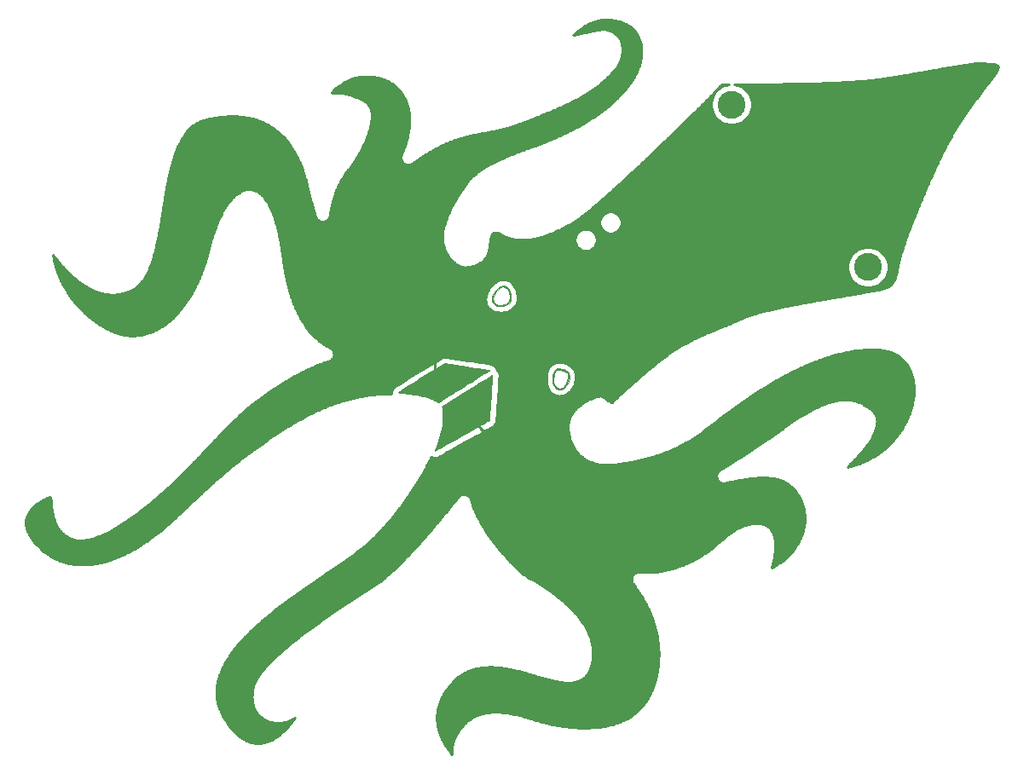
<source format=gbr>
G04 #@! TF.GenerationSoftware,KiCad,Pcbnew,5.1.2-f72e74a~84~ubuntu19.04.1*
G04 #@! TF.CreationDate,2019-06-13T20:20:37+02:00*
G04 #@! TF.ProjectId,sepiapcb2,73657069-6170-4636-9232-2e6b69636164,rev?*
G04 #@! TF.SameCoordinates,Original*
G04 #@! TF.FileFunction,Copper,L1,Top*
G04 #@! TF.FilePolarity,Positive*
%FSLAX46Y46*%
G04 Gerber Fmt 4.6, Leading zero omitted, Abs format (unit mm)*
G04 Created by KiCad (PCBNEW 5.1.2-f72e74a~84~ubuntu19.04.1) date 2019-06-13 20:20:37*
%MOMM*%
%LPD*%
G04 APERTURE LIST*
%ADD10C,0.010000*%
%ADD11C,1.524000*%
%ADD12C,0.100000*%
%ADD13C,2.762000*%
%ADD14C,0.800000*%
%ADD15C,0.250000*%
%ADD16C,0.254000*%
G04 APERTURE END LIST*
D10*
G36*
X75359621Y-54184298D02*
G01*
X75547638Y-54297942D01*
X75712518Y-54491136D01*
X75849250Y-54763031D01*
X75854453Y-54776557D01*
X75911041Y-54975406D01*
X75943234Y-55194565D01*
X75949728Y-55407070D01*
X75929216Y-55585962D01*
X75898062Y-55676800D01*
X75739492Y-55891399D01*
X75520307Y-56047639D01*
X75241835Y-56144883D01*
X74905405Y-56182491D01*
X74845862Y-56182929D01*
X74633320Y-56173344D01*
X74476474Y-56144144D01*
X74356959Y-56095375D01*
X74192931Y-55965396D01*
X74089641Y-55788023D01*
X74046261Y-55573991D01*
X74052806Y-55473997D01*
X74159534Y-55473997D01*
X74191243Y-55710322D01*
X74285733Y-55890156D01*
X74442046Y-56012735D01*
X74659225Y-56077301D01*
X74926443Y-56083829D01*
X75102686Y-56062220D01*
X75271202Y-56026973D01*
X75370365Y-55995218D01*
X75597111Y-55862222D01*
X75753371Y-55683259D01*
X75837553Y-55460639D01*
X75852867Y-55295824D01*
X75833662Y-55130780D01*
X75783452Y-54928100D01*
X75713347Y-54722765D01*
X75634457Y-54549757D01*
X75596258Y-54487804D01*
X75465345Y-54361126D01*
X75298813Y-54278550D01*
X75128092Y-54253878D01*
X75078299Y-54260341D01*
X74883323Y-54339468D01*
X74687806Y-54484462D01*
X74505110Y-54677671D01*
X74348596Y-54901446D01*
X74231628Y-55138136D01*
X74167567Y-55370090D01*
X74159534Y-55473997D01*
X74052806Y-55473997D01*
X74061968Y-55334031D01*
X74135936Y-55078875D01*
X74267339Y-54819256D01*
X74455353Y-54565907D01*
X74476381Y-54542276D01*
X74706846Y-54329195D01*
X74934215Y-54199073D01*
X75153477Y-54151058D01*
X75359621Y-54184298D01*
X75359621Y-54184298D01*
G37*
X75359621Y-54184298D02*
X75547638Y-54297942D01*
X75712518Y-54491136D01*
X75849250Y-54763031D01*
X75854453Y-54776557D01*
X75911041Y-54975406D01*
X75943234Y-55194565D01*
X75949728Y-55407070D01*
X75929216Y-55585962D01*
X75898062Y-55676800D01*
X75739492Y-55891399D01*
X75520307Y-56047639D01*
X75241835Y-56144883D01*
X74905405Y-56182491D01*
X74845862Y-56182929D01*
X74633320Y-56173344D01*
X74476474Y-56144144D01*
X74356959Y-56095375D01*
X74192931Y-55965396D01*
X74089641Y-55788023D01*
X74046261Y-55573991D01*
X74052806Y-55473997D01*
X74159534Y-55473997D01*
X74191243Y-55710322D01*
X74285733Y-55890156D01*
X74442046Y-56012735D01*
X74659225Y-56077301D01*
X74926443Y-56083829D01*
X75102686Y-56062220D01*
X75271202Y-56026973D01*
X75370365Y-55995218D01*
X75597111Y-55862222D01*
X75753371Y-55683259D01*
X75837553Y-55460639D01*
X75852867Y-55295824D01*
X75833662Y-55130780D01*
X75783452Y-54928100D01*
X75713347Y-54722765D01*
X75634457Y-54549757D01*
X75596258Y-54487804D01*
X75465345Y-54361126D01*
X75298813Y-54278550D01*
X75128092Y-54253878D01*
X75078299Y-54260341D01*
X74883323Y-54339468D01*
X74687806Y-54484462D01*
X74505110Y-54677671D01*
X74348596Y-54901446D01*
X74231628Y-55138136D01*
X74167567Y-55370090D01*
X74159534Y-55473997D01*
X74052806Y-55473997D01*
X74061968Y-55334031D01*
X74135936Y-55078875D01*
X74267339Y-54819256D01*
X74455353Y-54565907D01*
X74476381Y-54542276D01*
X74706846Y-54329195D01*
X74934215Y-54199073D01*
X75153477Y-54151058D01*
X75359621Y-54184298D01*
G36*
X80928704Y-62416390D02*
G01*
X81130031Y-62470051D01*
X81324503Y-62542304D01*
X81399255Y-62577502D01*
X81563519Y-62705290D01*
X81673069Y-62884315D01*
X81728310Y-63101545D01*
X81729648Y-63343949D01*
X81677487Y-63598495D01*
X81572232Y-63852151D01*
X81414289Y-64091887D01*
X81349867Y-64166601D01*
X81233554Y-64282130D01*
X81119757Y-64378044D01*
X81053582Y-64421884D01*
X80880482Y-64472726D01*
X80681218Y-64474885D01*
X80497045Y-64429725D01*
X80441598Y-64401670D01*
X80277595Y-64253062D01*
X80159561Y-64039213D01*
X80089501Y-63767239D01*
X80069424Y-63444258D01*
X80074062Y-63380589D01*
X80176325Y-63380589D01*
X80186783Y-63700264D01*
X80248160Y-63965370D01*
X80359108Y-64171110D01*
X80518281Y-64312686D01*
X80594222Y-64349907D01*
X80735703Y-64388770D01*
X80865082Y-64376469D01*
X81012745Y-64308278D01*
X81064295Y-64276758D01*
X81250918Y-64116885D01*
X81412226Y-63900917D01*
X81537102Y-63652246D01*
X81614429Y-63394263D01*
X81633089Y-63150358D01*
X81627047Y-63092718D01*
X81575105Y-62909719D01*
X81473562Y-62769143D01*
X81310445Y-62659222D01*
X81102583Y-62577256D01*
X80831137Y-62509601D01*
X80615897Y-62502427D01*
X80451036Y-62558592D01*
X80330726Y-62680955D01*
X80249139Y-62872375D01*
X80218134Y-63011143D01*
X80176325Y-63380589D01*
X80074062Y-63380589D01*
X80090405Y-63156266D01*
X80134716Y-62887976D01*
X80196202Y-62691122D01*
X80283652Y-62552889D01*
X80405857Y-62460465D01*
X80571607Y-62401033D01*
X80615367Y-62390990D01*
X80747992Y-62387858D01*
X80928704Y-62416390D01*
X80928704Y-62416390D01*
G37*
X80928704Y-62416390D02*
X81130031Y-62470051D01*
X81324503Y-62542304D01*
X81399255Y-62577502D01*
X81563519Y-62705290D01*
X81673069Y-62884315D01*
X81728310Y-63101545D01*
X81729648Y-63343949D01*
X81677487Y-63598495D01*
X81572232Y-63852151D01*
X81414289Y-64091887D01*
X81349867Y-64166601D01*
X81233554Y-64282130D01*
X81119757Y-64378044D01*
X81053582Y-64421884D01*
X80880482Y-64472726D01*
X80681218Y-64474885D01*
X80497045Y-64429725D01*
X80441598Y-64401670D01*
X80277595Y-64253062D01*
X80159561Y-64039213D01*
X80089501Y-63767239D01*
X80069424Y-63444258D01*
X80074062Y-63380589D01*
X80176325Y-63380589D01*
X80186783Y-63700264D01*
X80248160Y-63965370D01*
X80359108Y-64171110D01*
X80518281Y-64312686D01*
X80594222Y-64349907D01*
X80735703Y-64388770D01*
X80865082Y-64376469D01*
X81012745Y-64308278D01*
X81064295Y-64276758D01*
X81250918Y-64116885D01*
X81412226Y-63900917D01*
X81537102Y-63652246D01*
X81614429Y-63394263D01*
X81633089Y-63150358D01*
X81627047Y-63092718D01*
X81575105Y-62909719D01*
X81473562Y-62769143D01*
X81310445Y-62659222D01*
X81102583Y-62577256D01*
X80831137Y-62509601D01*
X80615897Y-62502427D01*
X80451036Y-62558592D01*
X80330726Y-62680955D01*
X80249139Y-62872375D01*
X80218134Y-63011143D01*
X80176325Y-63380589D01*
X80074062Y-63380589D01*
X80090405Y-63156266D01*
X80134716Y-62887976D01*
X80196202Y-62691122D01*
X80283652Y-62552889D01*
X80405857Y-62460465D01*
X80571607Y-62401033D01*
X80615367Y-62390990D01*
X80747992Y-62387858D01*
X80928704Y-62416390D01*
D11*
X71388200Y-66778800D03*
D12*
G36*
X74136405Y-63000211D02*
G01*
X74137355Y-63000452D01*
X74138239Y-63000874D01*
X74139025Y-63001461D01*
X74139680Y-63002189D01*
X74140181Y-63003032D01*
X74140508Y-63003956D01*
X74140650Y-63004964D01*
X74142378Y-63050431D01*
X74142379Y-63050780D01*
X74138540Y-63171231D01*
X74138537Y-63171308D01*
X74129760Y-63357285D01*
X74129759Y-63357319D01*
X74116676Y-63599367D01*
X74116675Y-63599387D01*
X74099916Y-63888049D01*
X74099915Y-63888062D01*
X74080112Y-64213882D01*
X74080111Y-64213893D01*
X74057895Y-64567414D01*
X74057895Y-64567422D01*
X74033896Y-64939188D01*
X74033895Y-64939196D01*
X74008744Y-65319751D01*
X74008744Y-65319758D01*
X73983073Y-65699645D01*
X73983072Y-65699653D01*
X73957511Y-66069416D01*
X73957510Y-66069424D01*
X73932691Y-66419607D01*
X73932691Y-66419618D01*
X73909243Y-66740765D01*
X73909242Y-66740779D01*
X73887798Y-67023433D01*
X73887796Y-67023454D01*
X73868986Y-67258158D01*
X73868983Y-67258196D01*
X73853438Y-67435495D01*
X73853429Y-67435582D01*
X73841780Y-67546019D01*
X73841723Y-67546410D01*
X73835344Y-67580660D01*
X73835071Y-67581602D01*
X73834620Y-67582472D01*
X73834007Y-67583237D01*
X73833274Y-67583856D01*
X73815690Y-67596026D01*
X73815440Y-67596189D01*
X73771557Y-67622839D01*
X73771487Y-67622881D01*
X73697788Y-67665994D01*
X73697756Y-67666012D01*
X73590721Y-67727569D01*
X73590703Y-67727579D01*
X73446812Y-67809563D01*
X73446802Y-67809569D01*
X73262538Y-67913962D01*
X73262531Y-67913966D01*
X73034374Y-68042751D01*
X73034369Y-68042754D01*
X72758800Y-68197913D01*
X72758797Y-68197915D01*
X72432298Y-68381430D01*
X72432296Y-68381431D01*
X72051347Y-68595285D01*
X72051345Y-68595286D01*
X71612427Y-68841461D01*
X71612426Y-68841462D01*
X71112020Y-69121941D01*
X71112019Y-69121941D01*
X70546608Y-69438705D01*
X69912670Y-69793737D01*
X69912669Y-69793738D01*
X69547643Y-69998128D01*
X69287421Y-70144072D01*
X69044721Y-70280651D01*
X68831634Y-70401024D01*
X68660216Y-70498369D01*
X68660216Y-70498368D01*
X68542629Y-70565805D01*
X68542629Y-70565806D01*
X68499982Y-70590849D01*
X68499862Y-70590917D01*
X68412332Y-70639121D01*
X68411602Y-70639450D01*
X68364279Y-70656350D01*
X68363328Y-70656587D01*
X68362349Y-70656635D01*
X68361379Y-70656490D01*
X68360456Y-70656160D01*
X68359293Y-70655393D01*
X68356563Y-70652989D01*
X68355894Y-70652273D01*
X68355378Y-70651439D01*
X68355035Y-70650521D01*
X68354877Y-70649554D01*
X68354911Y-70648574D01*
X68355057Y-70647872D01*
X68367752Y-70603145D01*
X68367793Y-70603009D01*
X68403125Y-70490758D01*
X68403135Y-70490725D01*
X68456975Y-70323751D01*
X68456981Y-70323733D01*
X68525201Y-70114838D01*
X68525205Y-70114824D01*
X68603675Y-69876807D01*
X68603678Y-69876801D01*
X68607124Y-69866395D01*
X68699853Y-69581700D01*
X68794871Y-69281716D01*
X68884114Y-68992469D01*
X68959529Y-68739935D01*
X68998653Y-68603003D01*
X68998654Y-68603003D01*
X69046291Y-68428554D01*
X69081618Y-68285313D01*
X69106446Y-68155654D01*
X69122657Y-68021662D01*
X69132093Y-67865485D01*
X69136579Y-67669282D01*
X69137946Y-67415350D01*
X69138034Y-67254964D01*
X69136541Y-66986527D01*
X69132384Y-66739139D01*
X69126042Y-66528173D01*
X69117998Y-66369313D01*
X69108758Y-66278229D01*
X69107822Y-66273610D01*
X69077491Y-66137829D01*
X69077372Y-66136856D01*
X69077446Y-66135879D01*
X69077708Y-66134934D01*
X69078150Y-66134059D01*
X69078754Y-66133287D01*
X69079721Y-66132499D01*
X71598295Y-64558467D01*
X71598298Y-64558465D01*
X72016671Y-64297363D01*
X72016676Y-64297360D01*
X72413771Y-64050253D01*
X72413777Y-64050249D01*
X72783814Y-63820689D01*
X72783821Y-63820685D01*
X73121024Y-63612222D01*
X73121032Y-63612217D01*
X73419621Y-63428401D01*
X73419631Y-63428395D01*
X73673830Y-63272777D01*
X73673846Y-63272767D01*
X73877875Y-63148897D01*
X73877903Y-63148880D01*
X74025985Y-63060309D01*
X74026057Y-63060267D01*
X74112414Y-63010545D01*
X74112787Y-63010351D01*
X74133532Y-63000627D01*
X74134456Y-63000300D01*
X74135426Y-63000159D01*
X74136405Y-63000211D01*
X74136405Y-63000211D01*
G37*
D11*
X69458200Y-63688800D03*
D12*
G36*
X69368695Y-61867779D02*
G01*
X71563405Y-62200368D01*
X71563410Y-62200369D01*
X71986487Y-62264866D01*
X71986495Y-62264867D01*
X72385799Y-62326481D01*
X72385809Y-62326483D01*
X72753213Y-62383906D01*
X72753224Y-62383908D01*
X73080601Y-62435838D01*
X73080616Y-62435840D01*
X73359836Y-62480969D01*
X73359857Y-62480973D01*
X73582794Y-62517998D01*
X73582833Y-62518004D01*
X73741359Y-62545618D01*
X73741465Y-62545638D01*
X73827451Y-62562537D01*
X73827830Y-62562627D01*
X73839757Y-62565952D01*
X73840671Y-62566306D01*
X73841181Y-62566603D01*
X73877511Y-62590736D01*
X73878270Y-62591356D01*
X73878894Y-62592112D01*
X73879358Y-62592975D01*
X73879645Y-62593912D01*
X73879744Y-62594887D01*
X73879651Y-62595863D01*
X73879395Y-62596735D01*
X73866214Y-62630160D01*
X73865767Y-62631032D01*
X73865158Y-62631801D01*
X73864586Y-62632309D01*
X73792460Y-62687057D01*
X73792122Y-62687292D01*
X73714099Y-62736951D01*
X73714062Y-62736974D01*
X73641631Y-62782194D01*
X73641631Y-62782195D01*
X73504346Y-62868177D01*
X73504346Y-62868176D01*
X73309052Y-62990625D01*
X73062585Y-63145249D01*
X72771783Y-63327758D01*
X72443484Y-63533859D01*
X72084525Y-63759261D01*
X71701747Y-63999671D01*
X71301985Y-64250799D01*
X71262359Y-64275695D01*
X70864220Y-64525748D01*
X70864219Y-64525749D01*
X70484631Y-64763986D01*
X70484630Y-64763987D01*
X70130124Y-64986319D01*
X70130122Y-64986320D01*
X69807226Y-65188661D01*
X69807224Y-65188662D01*
X69522469Y-65366924D01*
X69522467Y-65366926D01*
X69282382Y-65517021D01*
X69282378Y-65517023D01*
X69093494Y-65634865D01*
X69093486Y-65634870D01*
X68962331Y-65716370D01*
X68962308Y-65716384D01*
X68895412Y-65757456D01*
X68895346Y-65757496D01*
X68891584Y-65759727D01*
X68891422Y-65759819D01*
X68832994Y-65791584D01*
X68831859Y-65792031D01*
X68779695Y-65805539D01*
X68778727Y-65805691D01*
X68777738Y-65805649D01*
X68714241Y-65796616D01*
X68713136Y-65796327D01*
X68620710Y-65760467D01*
X68620348Y-65760310D01*
X68481398Y-65693335D01*
X68481320Y-65693297D01*
X68357618Y-65630997D01*
X68111776Y-65510008D01*
X67890637Y-65410285D01*
X67679860Y-65328024D01*
X67465144Y-65259439D01*
X67232092Y-65200726D01*
X66966403Y-65148116D01*
X66653714Y-65097832D01*
X66279769Y-65046110D01*
X66012179Y-65011830D01*
X65698178Y-64971880D01*
X65698162Y-64971878D01*
X65406315Y-64933802D01*
X65406297Y-64933800D01*
X65148728Y-64899254D01*
X65148704Y-64899250D01*
X64937534Y-64869890D01*
X64937493Y-64869884D01*
X64784845Y-64847366D01*
X64784732Y-64847348D01*
X64702727Y-64833327D01*
X64702464Y-64833275D01*
X64698456Y-64832366D01*
X64697620Y-64832098D01*
X64677086Y-64823445D01*
X64676225Y-64822977D01*
X64675471Y-64822351D01*
X64674854Y-64821589D01*
X64674272Y-64820379D01*
X64669346Y-64805187D01*
X64669136Y-64804230D01*
X64669118Y-64803250D01*
X64669291Y-64802285D01*
X64669855Y-64801006D01*
X64685305Y-64776142D01*
X64686151Y-64775116D01*
X64726743Y-64737450D01*
X64727118Y-64737135D01*
X64797619Y-64683533D01*
X64797803Y-64683399D01*
X64902979Y-64610730D01*
X64903078Y-64610663D01*
X65047697Y-64515794D01*
X65047755Y-64515757D01*
X65236583Y-64395557D01*
X65236618Y-64395535D01*
X65474423Y-64246872D01*
X65474444Y-64246859D01*
X65765991Y-64066600D01*
X65766003Y-64066592D01*
X66116061Y-63851606D01*
X66116069Y-63851602D01*
X66529403Y-63598756D01*
X66529407Y-63598753D01*
X66968413Y-63330764D01*
X66968414Y-63330764D01*
X69365342Y-61868455D01*
X69366225Y-61868029D01*
X69367174Y-61867783D01*
X69368152Y-61867727D01*
X69368695Y-61867779D01*
X69368695Y-61867779D01*
G37*
D13*
X97816181Y-36160462D03*
X111379000Y-52324000D03*
D14*
X68351400Y-59359800D03*
X75946000Y-68503800D03*
X107772200Y-47548800D03*
X101193600Y-40944800D03*
D15*
X68351400Y-62582000D02*
X69458200Y-63688800D01*
X68351400Y-59359800D02*
X68351400Y-62582000D01*
X73113200Y-68503800D02*
X75946000Y-68503800D01*
X71388200Y-66778800D02*
X73113200Y-68503800D01*
D16*
G36*
X85547917Y-27748477D02*
G01*
X85716204Y-27756570D01*
X85880486Y-27769937D01*
X86040923Y-27788412D01*
X86192768Y-27811047D01*
X86339821Y-27837969D01*
X86480811Y-27868629D01*
X86616755Y-27902930D01*
X86752925Y-27942216D01*
X86880755Y-27983864D01*
X87006372Y-28029598D01*
X87131493Y-28080224D01*
X87246641Y-28131644D01*
X87357744Y-28186026D01*
X87464598Y-28243148D01*
X87572768Y-28306254D01*
X87671417Y-28368940D01*
X87768783Y-28436196D01*
X87863101Y-28507095D01*
X87951093Y-28579072D01*
X88033797Y-28652674D01*
X88114131Y-28730637D01*
X88189097Y-28810243D01*
X88259848Y-28892775D01*
X88330530Y-28983987D01*
X88364735Y-29031915D01*
X88430943Y-29132147D01*
X88490857Y-29232076D01*
X88547992Y-29337173D01*
X88601246Y-29445580D01*
X88651260Y-29558840D01*
X88696990Y-29674870D01*
X88739331Y-29796470D01*
X88777905Y-29923744D01*
X88813353Y-30061222D01*
X88842996Y-30200374D01*
X88867212Y-30343242D01*
X88886011Y-30491925D01*
X88898905Y-30646239D01*
X88905481Y-30808808D01*
X88904991Y-30977890D01*
X88897738Y-31140069D01*
X88884539Y-31297383D01*
X88865851Y-31451789D01*
X88842275Y-31602511D01*
X88814459Y-31748830D01*
X88782346Y-31893263D01*
X88746359Y-32035248D01*
X88706890Y-32174494D01*
X88664363Y-32310658D01*
X88619278Y-32443243D01*
X88570826Y-32575279D01*
X88519220Y-32706487D01*
X88466071Y-32833374D01*
X88410306Y-32959098D01*
X88352171Y-33083401D01*
X88291875Y-33206128D01*
X88229618Y-33327166D01*
X88165626Y-33446362D01*
X88110217Y-33545493D01*
X88106214Y-33551497D01*
X88082718Y-33586203D01*
X88004742Y-33699478D01*
X87923283Y-33814852D01*
X87840209Y-33929561D01*
X87758165Y-34040082D01*
X87673895Y-34150909D01*
X87590962Y-34257448D01*
X87498349Y-34373621D01*
X87412939Y-34478267D01*
X87311792Y-34599279D01*
X87223776Y-34702140D01*
X87134580Y-34804170D01*
X87043412Y-34906267D01*
X86948949Y-35009827D01*
X86857284Y-35108253D01*
X86764882Y-35205497D01*
X86668533Y-35304877D01*
X86572964Y-35401502D01*
X86465908Y-35507539D01*
X86365687Y-35604783D01*
X86266064Y-35699584D01*
X86163182Y-35795620D01*
X86057199Y-35892648D01*
X85951893Y-35987212D01*
X85847314Y-36079381D01*
X85743556Y-36169174D01*
X85635942Y-36260612D01*
X85530538Y-36348583D01*
X85423572Y-36436297D01*
X85314795Y-36523938D01*
X85206429Y-36609742D01*
X85098385Y-36693839D01*
X84988891Y-36777638D01*
X84874474Y-36863718D01*
X84759954Y-36948405D01*
X84645229Y-37031809D01*
X84530524Y-37113819D01*
X84415656Y-37194599D01*
X84300856Y-37274019D01*
X84186202Y-37352079D01*
X84066154Y-37432497D01*
X83946510Y-37511348D01*
X83826861Y-37588941D01*
X83707666Y-37665024D01*
X83588627Y-37739832D01*
X83464921Y-37816359D01*
X83341597Y-37891456D01*
X83218796Y-37965081D01*
X83093396Y-38039118D01*
X83036266Y-38072459D01*
X82909268Y-38145737D01*
X82778592Y-38219951D01*
X82653605Y-38289834D01*
X82524598Y-38360874D01*
X82396644Y-38430262D01*
X82264518Y-38500828D01*
X82134020Y-38569472D01*
X82004693Y-38636488D01*
X81872044Y-38704216D01*
X81741278Y-38769999D01*
X81607348Y-38836395D01*
X81471045Y-38902976D01*
X81339346Y-38966383D01*
X81205635Y-39029856D01*
X81070250Y-39093223D01*
X80935760Y-39155303D01*
X80794233Y-39219727D01*
X80658641Y-39280614D01*
X80521445Y-39341419D01*
X80379417Y-39403564D01*
X80235917Y-39465583D01*
X80095399Y-39525617D01*
X79949052Y-39587505D01*
X79808548Y-39646431D01*
X79663691Y-39706853D01*
X79514494Y-39769052D01*
X79514388Y-39769109D01*
X79512310Y-39769966D01*
X79366532Y-39831291D01*
X79366409Y-39831358D01*
X79359208Y-39834419D01*
X79217897Y-39895675D01*
X79217741Y-39895762D01*
X79211855Y-39898327D01*
X79205789Y-39901022D01*
X79076108Y-39956309D01*
X78942923Y-40009805D01*
X78803279Y-40063629D01*
X78661692Y-40116650D01*
X78515215Y-40170401D01*
X78366406Y-40224246D01*
X78219203Y-40277031D01*
X78069333Y-40330490D01*
X78069330Y-40330491D01*
X77921229Y-40383207D01*
X77921225Y-40383209D01*
X77921124Y-40383244D01*
X77753365Y-40442985D01*
X77753332Y-40443000D01*
X77752772Y-40443196D01*
X77599114Y-40498064D01*
X77599058Y-40498090D01*
X77598107Y-40498424D01*
X77448585Y-40552060D01*
X77448509Y-40552096D01*
X77447248Y-40552541D01*
X77294674Y-40607605D01*
X77294578Y-40607651D01*
X77293011Y-40608208D01*
X77141637Y-40663251D01*
X77141537Y-40663299D01*
X77139678Y-40663966D01*
X76985837Y-40720402D01*
X76985731Y-40720453D01*
X76983629Y-40721215D01*
X76835800Y-40775982D01*
X76835678Y-40776042D01*
X76833376Y-40776885D01*
X76681609Y-40833719D01*
X76681476Y-40833784D01*
X76678918Y-40834733D01*
X76529667Y-40891292D01*
X76529528Y-40891361D01*
X76526760Y-40892401D01*
X76373931Y-40951057D01*
X76373789Y-40951128D01*
X76370807Y-40952264D01*
X76225266Y-41008885D01*
X76225118Y-41008960D01*
X76222011Y-41010161D01*
X76073288Y-41068836D01*
X76073143Y-41068910D01*
X76069792Y-41070225D01*
X75924531Y-41128395D01*
X75924377Y-41128475D01*
X75920728Y-41129930D01*
X75763858Y-41193767D01*
X75763698Y-41193851D01*
X75759836Y-41195418D01*
X75615490Y-41255156D01*
X75615340Y-41255236D01*
X75611811Y-41256690D01*
X75511039Y-41299036D01*
X75510874Y-41299125D01*
X75506727Y-41300865D01*
X75358356Y-41364329D01*
X75358196Y-41364417D01*
X75353235Y-41366542D01*
X75210553Y-41428858D01*
X75210389Y-41428949D01*
X75205463Y-41431104D01*
X75064793Y-41493813D01*
X75064627Y-41493907D01*
X75059635Y-41496137D01*
X74921672Y-41558917D01*
X74921513Y-41559009D01*
X74916406Y-41561338D01*
X74778047Y-41625620D01*
X74777888Y-41625714D01*
X74772611Y-41628173D01*
X74635103Y-41693431D01*
X74634962Y-41693515D01*
X74628783Y-41696467D01*
X74458345Y-41779354D01*
X74458206Y-41779439D01*
X74451800Y-41782578D01*
X74315751Y-41850419D01*
X74315613Y-41850505D01*
X74309615Y-41853514D01*
X74172894Y-41923294D01*
X74172758Y-41923381D01*
X74166462Y-41926617D01*
X74030334Y-41997793D01*
X74030214Y-41997871D01*
X74023520Y-42001401D01*
X73885174Y-42075595D01*
X73885060Y-42075672D01*
X73878072Y-42079455D01*
X73745825Y-42152262D01*
X73745729Y-42152328D01*
X73738510Y-42156343D01*
X73608446Y-42229892D01*
X73608371Y-42229945D01*
X73600713Y-42234327D01*
X73469654Y-42310551D01*
X73469620Y-42310576D01*
X73461249Y-42315515D01*
X73328186Y-42395287D01*
X73328093Y-42395356D01*
X73328000Y-42395400D01*
X73319236Y-42400740D01*
X73189723Y-42480917D01*
X73189371Y-42481186D01*
X73188979Y-42481379D01*
X73180297Y-42486852D01*
X73054064Y-42567670D01*
X73053414Y-42568182D01*
X73052683Y-42568557D01*
X73044091Y-42574169D01*
X72921354Y-42655581D01*
X72920392Y-42656364D01*
X72919301Y-42656948D01*
X72910808Y-42662709D01*
X72791358Y-42744954D01*
X72789992Y-42746106D01*
X72788439Y-42746975D01*
X72780055Y-42752894D01*
X72662937Y-42836821D01*
X72661105Y-42838426D01*
X72659009Y-42839656D01*
X72650749Y-42845746D01*
X72535977Y-42931616D01*
X72533520Y-42933860D01*
X72530698Y-42935604D01*
X72522580Y-42941882D01*
X72407281Y-43032348D01*
X72404104Y-43035386D01*
X72400435Y-43037787D01*
X72392482Y-43044273D01*
X72280473Y-43136935D01*
X72276614Y-43140821D01*
X72272122Y-43143949D01*
X72264359Y-43150662D01*
X72156928Y-43244878D01*
X72152298Y-43249817D01*
X72146873Y-43253861D01*
X72139331Y-43260821D01*
X72035767Y-43357740D01*
X72030187Y-43364092D01*
X72023596Y-43369394D01*
X72016316Y-43376627D01*
X71916302Y-43477395D01*
X71909513Y-43485723D01*
X71901442Y-43492810D01*
X71894481Y-43500350D01*
X71797632Y-43606727D01*
X71789537Y-43617581D01*
X71779830Y-43627017D01*
X71773259Y-43634899D01*
X71682789Y-43744994D01*
X71678945Y-43750733D01*
X71674159Y-43755700D01*
X71667849Y-43763793D01*
X71583516Y-43873541D01*
X71583427Y-43873684D01*
X71579344Y-43879023D01*
X71492388Y-43994407D01*
X71492299Y-43994553D01*
X71488268Y-43999928D01*
X71403021Y-44115278D01*
X71402936Y-44115420D01*
X71398958Y-44120829D01*
X71312867Y-44239632D01*
X71312786Y-44239770D01*
X71308822Y-44245268D01*
X71223015Y-44366061D01*
X71222929Y-44366212D01*
X71219014Y-44371751D01*
X71134076Y-44493750D01*
X71133993Y-44493898D01*
X71130183Y-44499398D01*
X71047136Y-44621086D01*
X71047054Y-44621236D01*
X71043294Y-44626773D01*
X70960957Y-44749876D01*
X70960878Y-44750023D01*
X70957171Y-44755594D01*
X70876319Y-44878950D01*
X70876240Y-44879101D01*
X70872548Y-44884763D01*
X70790680Y-45012276D01*
X70790603Y-45012427D01*
X70786902Y-45018224D01*
X70706690Y-45145832D01*
X70706617Y-45145979D01*
X70702973Y-45151809D01*
X70624453Y-45279420D01*
X70624379Y-45279572D01*
X70620774Y-45285465D01*
X70543119Y-45414439D01*
X70543052Y-45414581D01*
X70539429Y-45420635D01*
X70462745Y-45550870D01*
X70462678Y-45551015D01*
X70459094Y-45557141D01*
X70385120Y-45685659D01*
X70385056Y-45685802D01*
X70381548Y-45691936D01*
X70309455Y-45820082D01*
X70309392Y-45820224D01*
X70305846Y-45826573D01*
X70234127Y-45957124D01*
X70234068Y-45957261D01*
X70230491Y-45963825D01*
X70160072Y-46095221D01*
X70160018Y-46095352D01*
X70156365Y-46102229D01*
X70085165Y-46238595D01*
X70085122Y-46238702D01*
X70081312Y-46246079D01*
X70009677Y-46387194D01*
X70009639Y-46387293D01*
X70005829Y-46394886D01*
X69939540Y-46529344D01*
X69939505Y-46529437D01*
X69935697Y-46537259D01*
X69869284Y-46676137D01*
X69869262Y-46676197D01*
X69865318Y-46684566D01*
X69800406Y-46824846D01*
X69800345Y-46825021D01*
X69797960Y-46830188D01*
X69784340Y-46860249D01*
X69784283Y-46860418D01*
X69781566Y-46866450D01*
X69719736Y-47006345D01*
X69719589Y-47006791D01*
X69719360Y-47007198D01*
X69715289Y-47016618D01*
X69655532Y-47157592D01*
X69655340Y-47158206D01*
X69655033Y-47158772D01*
X69651110Y-47168255D01*
X69593115Y-47311283D01*
X69592858Y-47312151D01*
X69592445Y-47312944D01*
X69588678Y-47322490D01*
X69532272Y-47468427D01*
X69531946Y-47469600D01*
X69531401Y-47470691D01*
X69527800Y-47480301D01*
X69473411Y-47628582D01*
X69473001Y-47630161D01*
X69472302Y-47631628D01*
X69468877Y-47641302D01*
X69416541Y-47792523D01*
X69416025Y-47794673D01*
X69415117Y-47796680D01*
X69411886Y-47806421D01*
X69361442Y-47962156D01*
X69360830Y-47964951D01*
X69359709Y-47967579D01*
X69356691Y-47977387D01*
X69309998Y-48132982D01*
X69309289Y-48136594D01*
X69307931Y-48140001D01*
X69305148Y-48149879D01*
X69261870Y-48307715D01*
X69261041Y-48312549D01*
X69259349Y-48317154D01*
X69256836Y-48327104D01*
X69217196Y-48488831D01*
X69216228Y-48495573D01*
X69214089Y-48502035D01*
X69211900Y-48512061D01*
X69176601Y-48679355D01*
X69175532Y-48689011D01*
X69172857Y-48698338D01*
X69171073Y-48708444D01*
X69141960Y-48880456D01*
X69140930Y-48895164D01*
X69137637Y-48909524D01*
X69136401Y-48919711D01*
X69115774Y-49100324D01*
X69115364Y-49125987D01*
X69111738Y-49151400D01*
X69111358Y-49161655D01*
X69105439Y-49358709D01*
X69107803Y-49393563D01*
X69106657Y-49428460D01*
X69107394Y-49438696D01*
X69120536Y-49604952D01*
X69125088Y-49630454D01*
X69126421Y-49656319D01*
X69128017Y-49666456D01*
X69156572Y-49839865D01*
X69161722Y-49859150D01*
X69164103Y-49878959D01*
X69166385Y-49888965D01*
X69204857Y-50052288D01*
X69209927Y-50067136D01*
X69212675Y-50082571D01*
X69215519Y-50092431D01*
X69261989Y-50249381D01*
X69267004Y-50261735D01*
X69269993Y-50274720D01*
X69273328Y-50284425D01*
X69326321Y-50435204D01*
X69331326Y-50445955D01*
X69334516Y-50457374D01*
X69338294Y-50466915D01*
X69396068Y-50609859D01*
X69401235Y-50619740D01*
X69404705Y-50630331D01*
X69408901Y-50639696D01*
X69471868Y-50777614D01*
X69477466Y-50787256D01*
X69481399Y-50797680D01*
X69486005Y-50806851D01*
X69554152Y-50940188D01*
X69560421Y-50949963D01*
X69565005Y-50960621D01*
X69570023Y-50969573D01*
X69642966Y-51097587D01*
X69650243Y-51107875D01*
X69655771Y-51119192D01*
X69661214Y-51127892D01*
X69739630Y-51251301D01*
X69748368Y-51262472D01*
X69755250Y-51274869D01*
X69761141Y-51283272D01*
X69844973Y-51401075D01*
X69849482Y-51406255D01*
X69853003Y-51412138D01*
X69859164Y-51420344D01*
X69873954Y-51439757D01*
X69878549Y-51444701D01*
X69882197Y-51450373D01*
X69888620Y-51458376D01*
X69979633Y-51570169D01*
X69991448Y-51582087D01*
X70001350Y-51595637D01*
X70008238Y-51603244D01*
X70104251Y-51707806D01*
X70119103Y-51721104D01*
X70131934Y-51736363D01*
X70139324Y-51743484D01*
X70244890Y-51843802D01*
X70263899Y-51858622D01*
X70280825Y-51875779D01*
X70288756Y-51882292D01*
X70399824Y-51972199D01*
X70424794Y-51988657D01*
X70447720Y-52007849D01*
X70456235Y-52013578D01*
X70578153Y-52094377D01*
X70612796Y-52112745D01*
X70645669Y-52134113D01*
X70654811Y-52138777D01*
X70788520Y-52205803D01*
X70840459Y-52225765D01*
X70891432Y-52247977D01*
X70901216Y-52251071D01*
X71056655Y-52299026D01*
X71079313Y-52303655D01*
X71101150Y-52311237D01*
X71149421Y-52317977D01*
X71197199Y-52327737D01*
X71220325Y-52327876D01*
X71243219Y-52331073D01*
X71253475Y-52331423D01*
X71459506Y-52336992D01*
X71527575Y-52332170D01*
X71595664Y-52328001D01*
X71602433Y-52326867D01*
X71602594Y-52326856D01*
X71602742Y-52326816D01*
X71605785Y-52326306D01*
X71753774Y-52300467D01*
X71758389Y-52299187D01*
X71763164Y-52298765D01*
X71773236Y-52296798D01*
X71941014Y-52262822D01*
X71949401Y-52260250D01*
X71958105Y-52259149D01*
X71968096Y-52256804D01*
X72129129Y-52217814D01*
X72141559Y-52213483D01*
X72154516Y-52211185D01*
X72164378Y-52208347D01*
X72320203Y-52162319D01*
X72337587Y-52155276D01*
X72355793Y-52150813D01*
X72365451Y-52147342D01*
X72425065Y-52125441D01*
X109363000Y-52125441D01*
X109363000Y-52522559D01*
X109440473Y-52912046D01*
X109592444Y-53278934D01*
X109813070Y-53609125D01*
X110093875Y-53889930D01*
X110424066Y-54110556D01*
X110790954Y-54262527D01*
X111180441Y-54340000D01*
X111577559Y-54340000D01*
X111967046Y-54262527D01*
X112333934Y-54110556D01*
X112664125Y-53889930D01*
X112944930Y-53609125D01*
X113165556Y-53278934D01*
X113317527Y-52912046D01*
X113395000Y-52522559D01*
X113395000Y-52125441D01*
X113317527Y-51735954D01*
X113165556Y-51369066D01*
X112944930Y-51038875D01*
X112664125Y-50758070D01*
X112333934Y-50537444D01*
X111967046Y-50385473D01*
X111577559Y-50308000D01*
X111180441Y-50308000D01*
X110790954Y-50385473D01*
X110424066Y-50537444D01*
X110093875Y-50758070D01*
X109813070Y-51038875D01*
X109592444Y-51369066D01*
X109440473Y-51735954D01*
X109363000Y-52125441D01*
X72425065Y-52125441D01*
X72512397Y-52093357D01*
X72535632Y-52082139D01*
X72560083Y-52073916D01*
X72569415Y-52069646D01*
X72708806Y-52004684D01*
X72737893Y-51987490D01*
X72768595Y-51973402D01*
X72777423Y-51968171D01*
X72902492Y-51892875D01*
X72935930Y-51867997D01*
X72971294Y-51845946D01*
X72979387Y-51839636D01*
X73091217Y-51751175D01*
X73113335Y-51729856D01*
X73137696Y-51711145D01*
X73145136Y-51704078D01*
X73187714Y-51663064D01*
X73206529Y-51641012D01*
X73227780Y-51621306D01*
X73234534Y-51613580D01*
X73327756Y-51505428D01*
X73352112Y-51470849D01*
X73379156Y-51438354D01*
X73384861Y-51429823D01*
X73464836Y-51308390D01*
X73482540Y-51274767D01*
X73503252Y-51242933D01*
X73507920Y-51233794D01*
X73575264Y-51099601D01*
X73586699Y-51069890D01*
X73601288Y-51041615D01*
X73605015Y-51032053D01*
X73660366Y-50887054D01*
X73667176Y-50862151D01*
X73677045Y-50838296D01*
X73679956Y-50828455D01*
X73725430Y-50670654D01*
X73729133Y-50650626D01*
X73735595Y-50631323D01*
X73737818Y-50621304D01*
X73773204Y-50456361D01*
X73774988Y-50440723D01*
X73779131Y-50425539D01*
X73780783Y-50415410D01*
X73807901Y-50241475D01*
X73808593Y-50229326D01*
X73811239Y-50217462D01*
X73812414Y-50207268D01*
X73832053Y-50025649D01*
X73832146Y-50016314D01*
X73833819Y-50007128D01*
X73834592Y-49996895D01*
X73847526Y-49808203D01*
X73857607Y-49667437D01*
X73874571Y-49528345D01*
X73896876Y-49408315D01*
X73924344Y-49303380D01*
X73955239Y-49215694D01*
X73988905Y-49142540D01*
X74024424Y-49082236D01*
X74066417Y-49025749D01*
X74107059Y-48987513D01*
X74146640Y-48959049D01*
X74194309Y-48933333D01*
X74249743Y-48912010D01*
X74310526Y-48897440D01*
X74400580Y-48889741D01*
X74402619Y-48889787D01*
X74516629Y-48901575D01*
X74609480Y-48921353D01*
X74698069Y-48949219D01*
X74782499Y-48984112D01*
X74856573Y-49022302D01*
X74932583Y-49071071D01*
X74954819Y-49087134D01*
X74975206Y-49099021D01*
X74993857Y-49113474D01*
X75002581Y-49118878D01*
X75113123Y-49186282D01*
X75149730Y-49203957D01*
X75184698Y-49224669D01*
X75194026Y-49228948D01*
X75332700Y-49291383D01*
X75349967Y-49297207D01*
X75366204Y-49305482D01*
X75375785Y-49309160D01*
X75521881Y-49364088D01*
X75534164Y-49367380D01*
X75545756Y-49372597D01*
X75555503Y-49375808D01*
X75693429Y-49420168D01*
X75706333Y-49422965D01*
X75718624Y-49427776D01*
X75728518Y-49430497D01*
X75886670Y-49472806D01*
X75899099Y-49474858D01*
X75911035Y-49478880D01*
X75921050Y-49481123D01*
X76086741Y-49517006D01*
X76098091Y-49518323D01*
X76109061Y-49521478D01*
X76119166Y-49523269D01*
X76292735Y-49552766D01*
X76303056Y-49553496D01*
X76313105Y-49555934D01*
X76323276Y-49557298D01*
X76502038Y-49580001D01*
X76511339Y-49580267D01*
X76520461Y-49582105D01*
X76530678Y-49583070D01*
X76714824Y-49599156D01*
X76723451Y-49599064D01*
X76731956Y-49600450D01*
X76742201Y-49601033D01*
X76937258Y-49610754D01*
X76945166Y-49610375D01*
X76953020Y-49611370D01*
X76963280Y-49611589D01*
X77161152Y-49614433D01*
X77168035Y-49613858D01*
X77174912Y-49614502D01*
X77185173Y-49614386D01*
X77381695Y-49610787D01*
X77387578Y-49610101D01*
X77393483Y-49610476D01*
X77403736Y-49610052D01*
X77495744Y-49605603D01*
X77505131Y-49604222D01*
X77514619Y-49604447D01*
X77524847Y-49603616D01*
X77710030Y-49587276D01*
X77721197Y-49585178D01*
X77732557Y-49584938D01*
X77742739Y-49583651D01*
X77921825Y-49559730D01*
X77930022Y-49557806D01*
X77938415Y-49557320D01*
X77948542Y-49555660D01*
X78121484Y-49526052D01*
X78127702Y-49524349D01*
X78134117Y-49523775D01*
X78144186Y-49521797D01*
X78225743Y-49505181D01*
X82282192Y-49505181D01*
X82282192Y-49718907D01*
X82323888Y-49928527D01*
X82405677Y-50125984D01*
X82524417Y-50303691D01*
X82675545Y-50454819D01*
X82853252Y-50573559D01*
X83050709Y-50655348D01*
X83260329Y-50697044D01*
X83474055Y-50697044D01*
X83683675Y-50655348D01*
X83881132Y-50573559D01*
X84058839Y-50454819D01*
X84209967Y-50303691D01*
X84328707Y-50125984D01*
X84410496Y-49928527D01*
X84452192Y-49718907D01*
X84452192Y-49505181D01*
X84410496Y-49295561D01*
X84328707Y-49098104D01*
X84209967Y-48920397D01*
X84058839Y-48769269D01*
X83881132Y-48650529D01*
X83683675Y-48568740D01*
X83474055Y-48527044D01*
X83260329Y-48527044D01*
X83050709Y-48568740D01*
X82853252Y-48650529D01*
X82675545Y-48769269D01*
X82524417Y-48920397D01*
X82405677Y-49098104D01*
X82323888Y-49295561D01*
X82282192Y-49505181D01*
X78225743Y-49505181D01*
X78316680Y-49486654D01*
X78321358Y-49485213D01*
X78326215Y-49484645D01*
X78336228Y-49482393D01*
X78500825Y-49444165D01*
X78504261Y-49443003D01*
X78507848Y-49442497D01*
X78517804Y-49440008D01*
X78679800Y-49398300D01*
X78682358Y-49397367D01*
X78685050Y-49396928D01*
X78694950Y-49394227D01*
X78853619Y-49349744D01*
X78855457Y-49349029D01*
X78857386Y-49348676D01*
X78867233Y-49345785D01*
X79021932Y-49299178D01*
X79023194Y-49298659D01*
X79024524Y-49298391D01*
X79034318Y-49295327D01*
X79187263Y-49246288D01*
X79188074Y-49245938D01*
X79188933Y-49245750D01*
X79198676Y-49242526D01*
X79348070Y-49191918D01*
X79348522Y-49191714D01*
X79348999Y-49191602D01*
X79358691Y-49188229D01*
X79508402Y-49134947D01*
X79508584Y-49134862D01*
X79508778Y-49134813D01*
X79518420Y-49131299D01*
X79665286Y-49076617D01*
X79665289Y-49076616D01*
X79665326Y-49076602D01*
X79665350Y-49076593D01*
X79665352Y-49076592D01*
X79674881Y-49072969D01*
X79824520Y-49014878D01*
X79824556Y-49014860D01*
X79833613Y-49011278D01*
X79978549Y-48952782D01*
X79978592Y-48952760D01*
X79987364Y-48949158D01*
X80139027Y-48885648D01*
X80139091Y-48885613D01*
X80147445Y-48882061D01*
X80288129Y-48821079D01*
X80288218Y-48821030D01*
X80296019Y-48817604D01*
X80437225Y-48754418D01*
X80437324Y-48754361D01*
X80444973Y-48750897D01*
X80586564Y-48685561D01*
X80586676Y-48685496D01*
X80593996Y-48682081D01*
X80729920Y-48617509D01*
X80730041Y-48617436D01*
X80737105Y-48614047D01*
X80873135Y-48547606D01*
X80873248Y-48547536D01*
X80880229Y-48544094D01*
X81016247Y-48475835D01*
X81016359Y-48475764D01*
X81023315Y-48472240D01*
X81160675Y-48401442D01*
X81160791Y-48401367D01*
X81167629Y-48397811D01*
X81300307Y-48327624D01*
X81300430Y-48327543D01*
X81307043Y-48324016D01*
X81437897Y-48253043D01*
X81438021Y-48252959D01*
X81444567Y-48249380D01*
X81573500Y-48177712D01*
X81573624Y-48177627D01*
X81580223Y-48173928D01*
X81712965Y-48098308D01*
X81713088Y-48098221D01*
X81719731Y-48094405D01*
X81848870Y-48019008D01*
X81848983Y-48018926D01*
X81855546Y-48015063D01*
X81982459Y-47939159D01*
X81982571Y-47939076D01*
X81989185Y-47935088D01*
X82117361Y-47856555D01*
X82117473Y-47856470D01*
X82124116Y-47852365D01*
X82232314Y-47784452D01*
X84739648Y-47784452D01*
X84739648Y-47998178D01*
X84781344Y-48207798D01*
X84863133Y-48405255D01*
X84981873Y-48582962D01*
X85133001Y-48734090D01*
X85310708Y-48852830D01*
X85508165Y-48934619D01*
X85717785Y-48976315D01*
X85931511Y-48976315D01*
X86141131Y-48934619D01*
X86338588Y-48852830D01*
X86516295Y-48734090D01*
X86667423Y-48582962D01*
X86786163Y-48405255D01*
X86867952Y-48207798D01*
X86909648Y-47998178D01*
X86909648Y-47784452D01*
X86867952Y-47574832D01*
X86786163Y-47377375D01*
X86667423Y-47199668D01*
X86516295Y-47048540D01*
X86338588Y-46929800D01*
X86141131Y-46848011D01*
X85931511Y-46806315D01*
X85717785Y-46806315D01*
X85508165Y-46848011D01*
X85310708Y-46929800D01*
X85133001Y-47048540D01*
X84981873Y-47199668D01*
X84863133Y-47377375D01*
X84781344Y-47574832D01*
X84739648Y-47784452D01*
X82232314Y-47784452D01*
X82248444Y-47774328D01*
X82248549Y-47774247D01*
X82255125Y-47770084D01*
X82376977Y-47691760D01*
X82377081Y-47691678D01*
X82383746Y-47687356D01*
X82507224Y-47606055D01*
X82507311Y-47605984D01*
X82514214Y-47601395D01*
X82637060Y-47518482D01*
X82637139Y-47518417D01*
X82644195Y-47513605D01*
X82768316Y-47427690D01*
X82768379Y-47427636D01*
X82775658Y-47422542D01*
X82898160Y-47335518D01*
X82898222Y-47335464D01*
X82905529Y-47330214D01*
X83023660Y-47244080D01*
X83023695Y-47244049D01*
X83031339Y-47238404D01*
X83155477Y-47145396D01*
X83155507Y-47145368D01*
X83163232Y-47139506D01*
X83276311Y-47052421D01*
X83276326Y-47052407D01*
X83284242Y-47046226D01*
X83404125Y-46951258D01*
X83404221Y-46951166D01*
X83410376Y-46946250D01*
X83506898Y-46868061D01*
X83507028Y-46867933D01*
X83510648Y-46865003D01*
X83620897Y-46774486D01*
X83621025Y-46774358D01*
X83624183Y-46771772D01*
X83735810Y-46679035D01*
X83735926Y-46678917D01*
X83738543Y-46676753D01*
X83850659Y-46582688D01*
X83850764Y-46582580D01*
X83852965Y-46580745D01*
X83963162Y-46487517D01*
X83963253Y-46487424D01*
X83965112Y-46485862D01*
X84074168Y-46392946D01*
X84074255Y-46392856D01*
X84075884Y-46391479D01*
X84188260Y-46295137D01*
X84188338Y-46295056D01*
X84189808Y-46293806D01*
X84300086Y-46198730D01*
X84300152Y-46198661D01*
X84301421Y-46197577D01*
X84410841Y-46102782D01*
X84410903Y-46102717D01*
X84412052Y-46101731D01*
X84520230Y-46007597D01*
X84520288Y-46007535D01*
X84521308Y-46006657D01*
X84629753Y-45911920D01*
X84629807Y-45911863D01*
X84630769Y-45911031D01*
X84743030Y-45812597D01*
X84743084Y-45812540D01*
X84743955Y-45811784D01*
X84850418Y-45718117D01*
X84850464Y-45718067D01*
X84851283Y-45717355D01*
X84967035Y-45615193D01*
X84967083Y-45615142D01*
X84967865Y-45614459D01*
X85081298Y-45514039D01*
X85081341Y-45513993D01*
X85082049Y-45513373D01*
X85192898Y-45414970D01*
X85192936Y-45414929D01*
X85193622Y-45414327D01*
X85309689Y-45311018D01*
X85309730Y-45310973D01*
X85310341Y-45310436D01*
X85419455Y-45213083D01*
X85419484Y-45213052D01*
X85420079Y-45212527D01*
X85530111Y-45114130D01*
X85530149Y-45114088D01*
X85530668Y-45113630D01*
X85637408Y-45017981D01*
X85637437Y-45017950D01*
X85637974Y-45017474D01*
X85753682Y-44913573D01*
X85753714Y-44913538D01*
X85754228Y-44913082D01*
X85866453Y-44812106D01*
X85866481Y-44812076D01*
X85866972Y-44811639D01*
X85983929Y-44706204D01*
X85983959Y-44706171D01*
X85984424Y-44705757D01*
X86097660Y-44603490D01*
X86097685Y-44603463D01*
X86098106Y-44603087D01*
X86203273Y-44507951D01*
X86203298Y-44507923D01*
X86203745Y-44507524D01*
X86321795Y-44400548D01*
X86321823Y-44400517D01*
X86322232Y-44400151D01*
X86436242Y-44296669D01*
X86436263Y-44296646D01*
X86436650Y-44296299D01*
X86542284Y-44200274D01*
X86542307Y-44200249D01*
X86542741Y-44199859D01*
X86690597Y-44065227D01*
X86690625Y-44065196D01*
X86691043Y-44064820D01*
X86796530Y-43968609D01*
X86796552Y-43968584D01*
X86796990Y-43968190D01*
X86961145Y-43818214D01*
X86961167Y-43818190D01*
X86961612Y-43817788D01*
X87079027Y-43710330D01*
X87079051Y-43710304D01*
X87079379Y-43710007D01*
X87183808Y-43614309D01*
X87183827Y-43614288D01*
X87184144Y-43614001D01*
X87296408Y-43510995D01*
X87296429Y-43510971D01*
X87296775Y-43510658D01*
X87404280Y-43411884D01*
X87404296Y-43411866D01*
X87404607Y-43411584D01*
X87515540Y-43309537D01*
X87515563Y-43309511D01*
X87515888Y-43309216D01*
X87630066Y-43204048D01*
X87630084Y-43204028D01*
X87630406Y-43203735D01*
X87743604Y-43099338D01*
X87743629Y-43099310D01*
X87743943Y-43099024D01*
X87856054Y-42995500D01*
X87856077Y-42995474D01*
X87856405Y-42995175D01*
X87967323Y-42892619D01*
X87967344Y-42892596D01*
X87967648Y-42892318D01*
X88077274Y-42790832D01*
X88077291Y-42790813D01*
X88077617Y-42790515D01*
X88185841Y-42690200D01*
X88185858Y-42690181D01*
X88186190Y-42689877D01*
X88304252Y-42580301D01*
X88304279Y-42580270D01*
X88304620Y-42579958D01*
X88413270Y-42478980D01*
X88413293Y-42478954D01*
X88413622Y-42478652D01*
X88527711Y-42372480D01*
X88527739Y-42372448D01*
X88528081Y-42372134D01*
X88632769Y-42274576D01*
X88632790Y-42274552D01*
X88633139Y-42274231D01*
X88746221Y-42168704D01*
X88746247Y-42168674D01*
X88746624Y-42168327D01*
X88857001Y-42065169D01*
X88857022Y-42065145D01*
X88857409Y-42064788D01*
X88964926Y-41964150D01*
X88964954Y-41964118D01*
X88965349Y-41963753D01*
X89069850Y-41865784D01*
X89069880Y-41865750D01*
X89070315Y-41865347D01*
X89184077Y-41758509D01*
X89184108Y-41758474D01*
X89184598Y-41758019D01*
X89291135Y-41657771D01*
X89291164Y-41657738D01*
X89291679Y-41657259D01*
X89399728Y-41555381D01*
X89399761Y-41555343D01*
X89400361Y-41554784D01*
X89511596Y-41449652D01*
X89511636Y-41449606D01*
X89512323Y-41448964D01*
X89620021Y-41346898D01*
X89620063Y-41346850D01*
X89620835Y-41346126D01*
X89724192Y-41247874D01*
X89724245Y-41247812D01*
X89725179Y-41246934D01*
X89827694Y-41149120D01*
X89827764Y-41149039D01*
X89828995Y-41147875D01*
X89938240Y-41043127D01*
X89938324Y-41043029D01*
X89940120Y-41041319D01*
X90046295Y-40938789D01*
X90046408Y-40938656D01*
X90049237Y-40935932D01*
X90151499Y-40836072D01*
X90151549Y-40836012D01*
X90158092Y-40829552D01*
X90259044Y-40728452D01*
X90259151Y-40728322D01*
X90261590Y-40725889D01*
X90354460Y-40631964D01*
X90451500Y-40535676D01*
X90555944Y-40432958D01*
X90656782Y-40334300D01*
X90758143Y-40235457D01*
X90867052Y-40129500D01*
X90972266Y-40027316D01*
X90972312Y-40027272D01*
X91077237Y-39925499D01*
X91077281Y-39925456D01*
X91180892Y-39825042D01*
X91180893Y-39825041D01*
X91288553Y-39720774D01*
X91407397Y-39605734D01*
X91515799Y-39500843D01*
X91619829Y-39400198D01*
X91619830Y-39400197D01*
X91804151Y-39221890D01*
X91804152Y-39221889D01*
X91804177Y-39221865D01*
X91959017Y-39072063D01*
X91959021Y-39072058D01*
X91959058Y-39072023D01*
X92076829Y-38958066D01*
X92076835Y-38958059D01*
X92076903Y-38957994D01*
X92200933Y-38837948D01*
X92200939Y-38837941D01*
X92201006Y-38837877D01*
X92310148Y-38732211D01*
X92310153Y-38732205D01*
X92310239Y-38732123D01*
X92412247Y-38633330D01*
X92412255Y-38633321D01*
X92412352Y-38633228D01*
X92515466Y-38533324D01*
X92515471Y-38533319D01*
X92515580Y-38533214D01*
X92628429Y-38423831D01*
X92628438Y-38423821D01*
X92628564Y-38423700D01*
X92733678Y-38321762D01*
X92733685Y-38321754D01*
X92733806Y-38321638D01*
X92839735Y-38218860D01*
X92839744Y-38218849D01*
X92839901Y-38218699D01*
X92946543Y-38115163D01*
X92946553Y-38115151D01*
X92946693Y-38115017D01*
X93053960Y-38010816D01*
X93053966Y-38010808D01*
X93054139Y-38010643D01*
X93161932Y-37905860D01*
X93161945Y-37905844D01*
X93162127Y-37905670D01*
X93270350Y-37800391D01*
X93270360Y-37800379D01*
X93270555Y-37800192D01*
X93379114Y-37694504D01*
X93379128Y-37694488D01*
X93379321Y-37694302D01*
X93488121Y-37588296D01*
X93488135Y-37588279D01*
X93488360Y-37588063D01*
X93597302Y-37481822D01*
X93597316Y-37481805D01*
X93597546Y-37481584D01*
X93715624Y-37366327D01*
X93715642Y-37366306D01*
X93715900Y-37366057D01*
X93815715Y-37268524D01*
X93815728Y-37268509D01*
X93815935Y-37268309D01*
X93924579Y-37162060D01*
X93924594Y-37162043D01*
X93924847Y-37161798D01*
X94033127Y-37055797D01*
X94033143Y-37055778D01*
X94033414Y-37055516D01*
X94145709Y-36945464D01*
X94145727Y-36945443D01*
X94146017Y-36945162D01*
X94248778Y-36844335D01*
X94248795Y-36844314D01*
X94249093Y-36844026D01*
X94355657Y-36739342D01*
X94355677Y-36739318D01*
X94356008Y-36738997D01*
X94461789Y-36634942D01*
X94461809Y-36634918D01*
X94462156Y-36634581D01*
X94567051Y-36531255D01*
X94567076Y-36531225D01*
X94567481Y-36530831D01*
X94684294Y-36415575D01*
X94684318Y-36415546D01*
X94684744Y-36415131D01*
X94787403Y-36313665D01*
X94787430Y-36313633D01*
X94787874Y-36313199D01*
X94895615Y-36206519D01*
X94895646Y-36206482D01*
X94896127Y-36206011D01*
X94998235Y-36104710D01*
X94998261Y-36104679D01*
X94998788Y-36104162D01*
X95105510Y-35998059D01*
X95105548Y-35998013D01*
X95106127Y-35997444D01*
X95211031Y-35892901D01*
X95211066Y-35892858D01*
X95211704Y-35892230D01*
X95318579Y-35785447D01*
X95318622Y-35785394D01*
X95319328Y-35784697D01*
X95423948Y-35679865D01*
X95423993Y-35679810D01*
X95424773Y-35679037D01*
X95530729Y-35572529D01*
X95530781Y-35572466D01*
X95531663Y-35571588D01*
X95638504Y-35463801D01*
X95638561Y-35463731D01*
X95639551Y-35462742D01*
X95743252Y-35357698D01*
X95743309Y-35357627D01*
X95744391Y-35356542D01*
X95844776Y-35254407D01*
X95844820Y-35254352D01*
X95845529Y-35253639D01*
X95855718Y-35243243D01*
X95855753Y-35243199D01*
X95856375Y-35242572D01*
X95956198Y-35140449D01*
X95956268Y-35140361D01*
X95957618Y-35138992D01*
X96059769Y-35033909D01*
X96059852Y-35033805D01*
X96061503Y-35032119D01*
X96164782Y-34925151D01*
X96164874Y-34925035D01*
X96166886Y-34922963D01*
X96269918Y-34815365D01*
X96270021Y-34815234D01*
X96272499Y-34812656D01*
X96369857Y-34709942D01*
X96369970Y-34709797D01*
X96373089Y-34706510D01*
X96469839Y-34603117D01*
X96469946Y-34602978D01*
X96474344Y-34598259D01*
X96572896Y-34491019D01*
X96573005Y-34490874D01*
X96576733Y-34486812D01*
X96591881Y-34470069D01*
X96591913Y-34470025D01*
X96598185Y-34463011D01*
X96692302Y-34356260D01*
X96694784Y-34352818D01*
X96697848Y-34349895D01*
X96704492Y-34342074D01*
X96787674Y-34242740D01*
X96820683Y-34206402D01*
X96857319Y-34157164D01*
X97553764Y-34157164D01*
X97228135Y-34221935D01*
X96861247Y-34373906D01*
X96531056Y-34594532D01*
X96250251Y-34875337D01*
X96029625Y-35205528D01*
X95877654Y-35572416D01*
X95800181Y-35961903D01*
X95800181Y-36359021D01*
X95877654Y-36748508D01*
X96029625Y-37115396D01*
X96250251Y-37445587D01*
X96531056Y-37726392D01*
X96861247Y-37947018D01*
X97228135Y-38098989D01*
X97617622Y-38176462D01*
X98014740Y-38176462D01*
X98404227Y-38098989D01*
X98771115Y-37947018D01*
X99101306Y-37726392D01*
X99382111Y-37445587D01*
X99602737Y-37115396D01*
X99754708Y-36748508D01*
X99832181Y-36359021D01*
X99832181Y-35961903D01*
X99754708Y-35572416D01*
X99602737Y-35205528D01*
X99382111Y-34875337D01*
X99101306Y-34594532D01*
X98771115Y-34373906D01*
X98404227Y-34221935D01*
X98078467Y-34157138D01*
X98113794Y-34157131D01*
X98113810Y-34157129D01*
X98114053Y-34157131D01*
X98314924Y-34157021D01*
X98314942Y-34157019D01*
X98315240Y-34157021D01*
X98522964Y-34156818D01*
X98522991Y-34156815D01*
X98523290Y-34156817D01*
X98723208Y-34156533D01*
X98723224Y-34156531D01*
X98723539Y-34156533D01*
X98935818Y-34156136D01*
X98935843Y-34156134D01*
X98936160Y-34156135D01*
X99143435Y-34155651D01*
X99143458Y-34155649D01*
X99143777Y-34155650D01*
X99346143Y-34155083D01*
X99346165Y-34155081D01*
X99346494Y-34155082D01*
X99546816Y-34154425D01*
X99546837Y-34154423D01*
X99547186Y-34154424D01*
X99753698Y-34153643D01*
X99753727Y-34153640D01*
X99754059Y-34153641D01*
X99958392Y-34152768D01*
X99958410Y-34152766D01*
X99958767Y-34152767D01*
X100158251Y-34151813D01*
X100158277Y-34151810D01*
X100158638Y-34151811D01*
X100358676Y-34150749D01*
X100358709Y-34150746D01*
X100359065Y-34150746D01*
X100562221Y-34149560D01*
X100562242Y-34149558D01*
X100562642Y-34149558D01*
X100776529Y-34148187D01*
X100776558Y-34148184D01*
X100776964Y-34148184D01*
X100983210Y-34146740D01*
X100983236Y-34146737D01*
X100983642Y-34146737D01*
X101184980Y-34145209D01*
X101185013Y-34145205D01*
X101185413Y-34145205D01*
X101384460Y-34143577D01*
X101384481Y-34143575D01*
X101384904Y-34143574D01*
X101584144Y-34141824D01*
X101584181Y-34141820D01*
X101584617Y-34141819D01*
X101796216Y-34139824D01*
X101796240Y-34139821D01*
X101796701Y-34139820D01*
X102000816Y-34137761D01*
X102000855Y-34137757D01*
X102001316Y-34137755D01*
X102207690Y-34135533D01*
X102207716Y-34135530D01*
X102208210Y-34135528D01*
X102416685Y-34133136D01*
X102416726Y-34133132D01*
X102417217Y-34133129D01*
X102622986Y-34130619D01*
X102623022Y-34130615D01*
X102623531Y-34130612D01*
X102826620Y-34127984D01*
X102826652Y-34127980D01*
X102827168Y-34127977D01*
X103027602Y-34125234D01*
X103027639Y-34125230D01*
X103028159Y-34125226D01*
X103225965Y-34122369D01*
X103225995Y-34122366D01*
X103226554Y-34122361D01*
X103426160Y-34119318D01*
X103426204Y-34119313D01*
X103426762Y-34119308D01*
X103632361Y-34116005D01*
X103632398Y-34116001D01*
X103632983Y-34115995D01*
X103835673Y-34112567D01*
X103835719Y-34112562D01*
X103836340Y-34112555D01*
X104044587Y-34108844D01*
X104044627Y-34108839D01*
X104045256Y-34108832D01*
X104246251Y-34105067D01*
X104246298Y-34105061D01*
X104246962Y-34105053D01*
X104461393Y-34100829D01*
X104461431Y-34100825D01*
X104462129Y-34100815D01*
X104663084Y-34096655D01*
X104663134Y-34096649D01*
X104663816Y-34096639D01*
X104861724Y-34092345D01*
X104861772Y-34092339D01*
X104862489Y-34092328D01*
X105069096Y-34087630D01*
X105069142Y-34087624D01*
X105069886Y-34087612D01*
X105269308Y-34082863D01*
X105269360Y-34082857D01*
X105270125Y-34082843D01*
X105472032Y-34077810D01*
X105472093Y-34077802D01*
X105472904Y-34077787D01*
X105682630Y-34072310D01*
X105682678Y-34072304D01*
X105683516Y-34072287D01*
X105878633Y-34066956D01*
X105878689Y-34066949D01*
X105879524Y-34066931D01*
X106074997Y-34061353D01*
X106075054Y-34061346D01*
X106075922Y-34061326D01*
X106275140Y-34055390D01*
X106275200Y-34055382D01*
X106276126Y-34055360D01*
X106475299Y-34049158D01*
X106475364Y-34049150D01*
X106476327Y-34049125D01*
X106680417Y-34042484D01*
X106680482Y-34042475D01*
X106681463Y-34042449D01*
X106876720Y-34035817D01*
X106876780Y-34035809D01*
X106877803Y-34035780D01*
X107071103Y-34028929D01*
X107071172Y-34028920D01*
X107072233Y-34028888D01*
X107271576Y-34021516D01*
X107271644Y-34021507D01*
X107272776Y-34021471D01*
X107471365Y-34013802D01*
X107471441Y-34013792D01*
X107472602Y-34013753D01*
X107671860Y-34005722D01*
X107671938Y-34005711D01*
X107673143Y-34005669D01*
X107866820Y-33997524D01*
X107866901Y-33997513D01*
X107868137Y-33997467D01*
X108063799Y-33988887D01*
X108063875Y-33988876D01*
X108065196Y-33988825D01*
X108259653Y-33979927D01*
X108259740Y-33979914D01*
X108261079Y-33979860D01*
X108454232Y-33970646D01*
X108454320Y-33970633D01*
X108455728Y-33970573D01*
X108648865Y-33960965D01*
X108648952Y-33960952D01*
X108650448Y-33960885D01*
X108844731Y-33950800D01*
X108844832Y-33950785D01*
X108846395Y-33950711D01*
X109046846Y-33939850D01*
X109046938Y-33939836D01*
X109048594Y-33939754D01*
X109241675Y-33928831D01*
X109241779Y-33928815D01*
X109243488Y-33928726D01*
X109439574Y-33917147D01*
X109439679Y-33917130D01*
X109441446Y-33917034D01*
X109631523Y-33905323D01*
X109631634Y-33905305D01*
X109633456Y-33905201D01*
X109823736Y-33892974D01*
X109823842Y-33892957D01*
X109825755Y-33892842D01*
X110017184Y-33880012D01*
X110017302Y-33879992D01*
X110019328Y-33879865D01*
X110210467Y-33866493D01*
X110210588Y-33866473D01*
X110212690Y-33866334D01*
X110406674Y-33852172D01*
X110406794Y-33852151D01*
X110408986Y-33852000D01*
X110595682Y-33837778D01*
X110595814Y-33837755D01*
X110598063Y-33837592D01*
X110787271Y-33822560D01*
X110787397Y-33822537D01*
X110789763Y-33822358D01*
X110980071Y-33806587D01*
X110980201Y-33806563D01*
X110982623Y-33806371D01*
X111167793Y-33790376D01*
X111167927Y-33790351D01*
X111170424Y-33790144D01*
X111354550Y-33773572D01*
X111354689Y-33773546D01*
X111357246Y-33773324D01*
X111544960Y-33755732D01*
X111545099Y-33755705D01*
X111547774Y-33755463D01*
X111734077Y-33737280D01*
X111734219Y-33737252D01*
X111736960Y-33736993D01*
X111926288Y-33717761D01*
X111926432Y-33717732D01*
X111929211Y-33717458D01*
X112116920Y-33697632D01*
X112117096Y-33697596D01*
X112122328Y-33697041D01*
X112251298Y-33682453D01*
X112251444Y-33682422D01*
X112258916Y-33681551D01*
X112440534Y-33659086D01*
X112440705Y-33659048D01*
X112447215Y-33658228D01*
X112629294Y-33634010D01*
X112629474Y-33633968D01*
X112634383Y-33633315D01*
X112815410Y-33607948D01*
X112815578Y-33607907D01*
X112819343Y-33607386D01*
X112994098Y-33581934D01*
X112994244Y-33581898D01*
X112997315Y-33581459D01*
X113180207Y-33553995D01*
X113180349Y-33553959D01*
X113182918Y-33553582D01*
X113363282Y-33525809D01*
X113363398Y-33525779D01*
X113365514Y-33525462D01*
X113541852Y-33497754D01*
X113541959Y-33497726D01*
X113543730Y-33497456D01*
X113717427Y-33469702D01*
X113717516Y-33469679D01*
X113719044Y-33469442D01*
X113894703Y-33440973D01*
X113894782Y-33440952D01*
X113896122Y-33440742D01*
X114073264Y-33411677D01*
X114073341Y-33411656D01*
X114074491Y-33411474D01*
X114246863Y-33382892D01*
X114246927Y-33382875D01*
X114247944Y-33382712D01*
X114423668Y-33353305D01*
X114423726Y-33353289D01*
X114424620Y-33353145D01*
X114603477Y-33322972D01*
X114603529Y-33322958D01*
X114604339Y-33322826D01*
X114786104Y-33291940D01*
X114786147Y-33291928D01*
X114786857Y-33291812D01*
X114958936Y-33262388D01*
X114958977Y-33262377D01*
X114959577Y-33262278D01*
X115140084Y-33231249D01*
X115140119Y-33231239D01*
X115140677Y-33231147D01*
X115323306Y-33199599D01*
X115323333Y-33199592D01*
X115323794Y-33199515D01*
X115501955Y-33168615D01*
X115501988Y-33168606D01*
X115502407Y-33168536D01*
X115682180Y-33137241D01*
X115682199Y-33137236D01*
X115682526Y-33137181D01*
X115857241Y-33106680D01*
X115857264Y-33106674D01*
X115857560Y-33106624D01*
X116039982Y-33074695D01*
X116040001Y-33074690D01*
X116040231Y-33074651D01*
X116210596Y-33044772D01*
X116210603Y-33044770D01*
X116210805Y-33044736D01*
X116408357Y-33010030D01*
X116408369Y-33010027D01*
X116408515Y-33010002D01*
X116593649Y-32977436D01*
X116593659Y-32977433D01*
X116593755Y-32977417D01*
X116792715Y-32942389D01*
X116792717Y-32942388D01*
X116792761Y-32942381D01*
X116978825Y-32909611D01*
X116978827Y-32909610D01*
X117218278Y-32867440D01*
X117430804Y-32830034D01*
X117430845Y-32830027D01*
X117629821Y-32795047D01*
X117629845Y-32795043D01*
X117815282Y-32762491D01*
X117815287Y-32762490D01*
X117986455Y-32732499D01*
X117986569Y-32732480D01*
X118026084Y-32725563D01*
X118026087Y-32725562D01*
X118209789Y-32693460D01*
X118209791Y-32693459D01*
X118391930Y-32661723D01*
X118391995Y-32661712D01*
X118573877Y-32630128D01*
X118573878Y-32630128D01*
X118760148Y-32597914D01*
X118938425Y-32567226D01*
X119115636Y-32536885D01*
X119290663Y-32507098D01*
X119463700Y-32477850D01*
X119634754Y-32449157D01*
X119815230Y-32419147D01*
X119992363Y-32389993D01*
X120167254Y-32361534D01*
X120338111Y-32334088D01*
X120516928Y-32305784D01*
X120691253Y-32278665D01*
X120871732Y-32251152D01*
X121052844Y-32224208D01*
X121123114Y-32213882D01*
X121123208Y-32213869D01*
X121300462Y-32187816D01*
X121482218Y-32161332D01*
X121659635Y-32136111D01*
X121831433Y-32112789D01*
X122001991Y-32091384D01*
X122171950Y-32072732D01*
X122336827Y-32058520D01*
X122497152Y-32050294D01*
X122651473Y-32050487D01*
X122795610Y-32061389D01*
X122892219Y-32072600D01*
X122892289Y-32072601D01*
X122901418Y-32073609D01*
X123084018Y-32092472D01*
X123084557Y-32092475D01*
X123085083Y-32092581D01*
X123095300Y-32093550D01*
X123282781Y-32110000D01*
X123282945Y-32109998D01*
X123289930Y-32110592D01*
X123472502Y-32124817D01*
X123641618Y-32139403D01*
X123775758Y-32156147D01*
X123878182Y-32177637D01*
X123968137Y-32206391D01*
X124059816Y-32244703D01*
X124152769Y-32291310D01*
X124249377Y-32346487D01*
X124322966Y-32392845D01*
X124318495Y-32444417D01*
X124298007Y-32522013D01*
X124266472Y-32604784D01*
X124221481Y-32699843D01*
X124164156Y-32807328D01*
X124113889Y-32895594D01*
X124046354Y-33007585D01*
X123975432Y-33119442D01*
X123901988Y-33230798D01*
X123825471Y-33343197D01*
X123746660Y-33456042D01*
X123664345Y-33571457D01*
X123583038Y-33683553D01*
X123498396Y-33798684D01*
X123414786Y-33911200D01*
X123328326Y-34026588D01*
X123241821Y-34141320D01*
X123196654Y-34200974D01*
X123109299Y-34315923D01*
X123020010Y-34432927D01*
X122931708Y-34548271D01*
X122839328Y-34668659D01*
X122839311Y-34668680D01*
X122745239Y-34791082D01*
X122745228Y-34791097D01*
X122655208Y-34908145D01*
X122655187Y-34908172D01*
X122553473Y-35040424D01*
X122553461Y-35040442D01*
X122553302Y-35040647D01*
X122456062Y-35167182D01*
X122456043Y-35167212D01*
X122455756Y-35167581D01*
X122368714Y-35281006D01*
X122368692Y-35281042D01*
X122368303Y-35281542D01*
X122280790Y-35395797D01*
X122280758Y-35395849D01*
X122280246Y-35396509D01*
X122189616Y-35515134D01*
X122189579Y-35515194D01*
X122188936Y-35516026D01*
X122095262Y-35639024D01*
X122095219Y-35639094D01*
X122094452Y-35640090D01*
X122006124Y-35756507D01*
X122006078Y-35756581D01*
X122005226Y-35757693D01*
X121915800Y-35876055D01*
X121915750Y-35876137D01*
X121914783Y-35877404D01*
X121827468Y-35993527D01*
X121827414Y-35993616D01*
X121826349Y-35995019D01*
X121738134Y-36112960D01*
X121738072Y-36113063D01*
X121736842Y-36114693D01*
X121643378Y-36240421D01*
X121643313Y-36240528D01*
X121641962Y-36242332D01*
X121554347Y-36360992D01*
X121554279Y-36361106D01*
X121552878Y-36362989D01*
X121467742Y-36479109D01*
X121467674Y-36479224D01*
X121466155Y-36481281D01*
X121380858Y-36598518D01*
X121380779Y-36598652D01*
X121379038Y-36601031D01*
X121284327Y-36732369D01*
X121284247Y-36732507D01*
X121282362Y-36735107D01*
X121197165Y-36854401D01*
X121197083Y-36854543D01*
X121195106Y-36857299D01*
X121105513Y-36984040D01*
X121105429Y-36984187D01*
X121103302Y-36987185D01*
X121019958Y-37106404D01*
X121019873Y-37106556D01*
X121017680Y-37109681D01*
X120935388Y-37228767D01*
X120935299Y-37228927D01*
X120932975Y-37232282D01*
X120851834Y-37351171D01*
X120851749Y-37351325D01*
X120849211Y-37355039D01*
X120765609Y-37479224D01*
X120765521Y-37479386D01*
X120762791Y-37483441D01*
X120681888Y-37605424D01*
X120681801Y-37605588D01*
X120678930Y-37609920D01*
X120599577Y-37731489D01*
X120599495Y-37731647D01*
X120596421Y-37736365D01*
X120517565Y-37859284D01*
X120517497Y-37859416D01*
X120516003Y-37861730D01*
X120512481Y-37867267D01*
X120512420Y-37867387D01*
X120511138Y-37869387D01*
X120432539Y-37993913D01*
X120432458Y-37994073D01*
X120430229Y-37997597D01*
X120350531Y-38125535D01*
X120350452Y-38125694D01*
X120348316Y-38129113D01*
X120269854Y-38256690D01*
X120269777Y-38256848D01*
X120267690Y-38260231D01*
X120188123Y-38391255D01*
X120188050Y-38391407D01*
X120186080Y-38394639D01*
X120110078Y-38521322D01*
X120110004Y-38521479D01*
X120108093Y-38524651D01*
X120028639Y-38658686D01*
X120028567Y-38658841D01*
X120026731Y-38661924D01*
X119952000Y-38789474D01*
X119951932Y-38789622D01*
X119950199Y-38792565D01*
X119874344Y-38923489D01*
X119874275Y-38923640D01*
X119872622Y-38926478D01*
X119799724Y-39053672D01*
X119799661Y-39053813D01*
X119798044Y-39056618D01*
X119722854Y-39189226D01*
X119722791Y-39189368D01*
X119721227Y-39192110D01*
X119646650Y-39325028D01*
X119646587Y-39325172D01*
X119645080Y-39327841D01*
X119571701Y-39459979D01*
X119571643Y-39460112D01*
X119570166Y-39462755D01*
X119494487Y-39600432D01*
X119494428Y-39600569D01*
X119493004Y-39603143D01*
X119419677Y-39737877D01*
X119419619Y-39738014D01*
X119418277Y-39740462D01*
X119347298Y-39872134D01*
X119347243Y-39872266D01*
X119345978Y-39874594D01*
X119276179Y-40005263D01*
X119276126Y-40005390D01*
X119274912Y-40007645D01*
X119205123Y-40139457D01*
X119205068Y-40139590D01*
X119203873Y-40141830D01*
X119134101Y-40274781D01*
X119134052Y-40274903D01*
X119132900Y-40277079D01*
X119063134Y-40411166D01*
X119063085Y-40411287D01*
X119061958Y-40413435D01*
X118992201Y-40548651D01*
X118992152Y-40548774D01*
X118991071Y-40550851D01*
X118921314Y-40687191D01*
X118921266Y-40687313D01*
X118920204Y-40689370D01*
X118850449Y-40826832D01*
X118850405Y-40826946D01*
X118849377Y-40828952D01*
X118779619Y-40967528D01*
X118779574Y-40967644D01*
X118778569Y-40969622D01*
X118708808Y-41109311D01*
X118708765Y-41109424D01*
X118707794Y-41111349D01*
X118638024Y-41252145D01*
X118637982Y-41252256D01*
X118637032Y-41254154D01*
X118567254Y-41396053D01*
X118567213Y-41396162D01*
X118566289Y-41398022D01*
X118496501Y-41541018D01*
X118496461Y-41541124D01*
X118495567Y-41542938D01*
X118425762Y-41687026D01*
X118425723Y-41687133D01*
X118424882Y-41688849D01*
X118359715Y-41824314D01*
X118359678Y-41824416D01*
X118358886Y-41826043D01*
X118293702Y-41962453D01*
X118293664Y-41962557D01*
X118292895Y-41964149D01*
X118227691Y-42101502D01*
X118227658Y-42101594D01*
X118226901Y-42103170D01*
X118161678Y-42241458D01*
X118161643Y-42241555D01*
X118160917Y-42243077D01*
X118095668Y-42382299D01*
X118095636Y-42382391D01*
X118094921Y-42383897D01*
X118029646Y-42524048D01*
X118029613Y-42524142D01*
X118028919Y-42525614D01*
X117963616Y-42666690D01*
X117963584Y-42666782D01*
X117962902Y-42668237D01*
X117897571Y-42810236D01*
X117897541Y-42810323D01*
X117896883Y-42811735D01*
X117831518Y-42954653D01*
X117831489Y-42954736D01*
X117830842Y-42956134D01*
X117765443Y-43099967D01*
X117765412Y-43100058D01*
X117764786Y-43101417D01*
X117699352Y-43246158D01*
X117699322Y-43246246D01*
X117698708Y-43247587D01*
X117633236Y-43393239D01*
X117633209Y-43393319D01*
X117632616Y-43394621D01*
X117567102Y-43541174D01*
X117567075Y-43541254D01*
X117566489Y-43542548D01*
X117500933Y-43690003D01*
X117500905Y-43690086D01*
X117500339Y-43691343D01*
X117434739Y-43839693D01*
X117434711Y-43839777D01*
X117434164Y-43840998D01*
X117368515Y-43990241D01*
X117368492Y-43990312D01*
X117367968Y-43991486D01*
X117306966Y-44130864D01*
X117306942Y-44130939D01*
X117306455Y-44132035D01*
X117245409Y-44272176D01*
X117245386Y-44272247D01*
X117244907Y-44273331D01*
X117183815Y-44414238D01*
X117183793Y-44414306D01*
X117183329Y-44415361D01*
X117122191Y-44557019D01*
X117122169Y-44557088D01*
X117121717Y-44558120D01*
X117060528Y-44700534D01*
X117060507Y-44700599D01*
X117060062Y-44701620D01*
X116998823Y-44844786D01*
X116998803Y-44844850D01*
X116998366Y-44845856D01*
X116937076Y-44989770D01*
X116937056Y-44989833D01*
X116936632Y-44990814D01*
X116875287Y-45135476D01*
X116875265Y-45135546D01*
X116874860Y-45136487D01*
X116813458Y-45281887D01*
X116813439Y-45281948D01*
X116813036Y-45282888D01*
X116751576Y-45429028D01*
X116751557Y-45429089D01*
X116751159Y-45430021D01*
X116689642Y-45576898D01*
X116689625Y-45576954D01*
X116689241Y-45577856D01*
X116627661Y-45725470D01*
X116627642Y-45725533D01*
X116627262Y-45726429D01*
X116565623Y-45874772D01*
X116565606Y-45874829D01*
X116565248Y-45875676D01*
X116503541Y-46024743D01*
X116503523Y-46024801D01*
X116503165Y-46025653D01*
X116441392Y-46175447D01*
X116441373Y-46175509D01*
X116441023Y-46176345D01*
X116379184Y-46326861D01*
X116379165Y-46326924D01*
X116378829Y-46327729D01*
X116316921Y-46478964D01*
X116316904Y-46479020D01*
X116316576Y-46479809D01*
X116256984Y-46625902D01*
X116256969Y-46625953D01*
X116256652Y-46626717D01*
X116192213Y-46785236D01*
X116192197Y-46785290D01*
X116191878Y-46786062D01*
X116132143Y-46933523D01*
X116132130Y-46933567D01*
X116131812Y-46934339D01*
X116064825Y-47100272D01*
X116064810Y-47100324D01*
X116064508Y-47101059D01*
X116004620Y-47249902D01*
X116004604Y-47249955D01*
X116004325Y-47250638D01*
X115946767Y-47394137D01*
X115946756Y-47394174D01*
X115946495Y-47394814D01*
X115888866Y-47538906D01*
X115888856Y-47538942D01*
X115888580Y-47539619D01*
X115826070Y-47696390D01*
X115826057Y-47696435D01*
X115825790Y-47697093D01*
X115765604Y-47848486D01*
X115765592Y-47848529D01*
X115765336Y-47849161D01*
X115705071Y-48001190D01*
X115705060Y-48001228D01*
X115704803Y-48001866D01*
X115644459Y-48154535D01*
X115644444Y-48154589D01*
X115644122Y-48155389D01*
X115614392Y-48230881D01*
X115614362Y-48230986D01*
X115613697Y-48232653D01*
X115555657Y-48381158D01*
X115555621Y-48381287D01*
X115554714Y-48383583D01*
X115496324Y-48534558D01*
X115496287Y-48534692D01*
X115495365Y-48537051D01*
X115438940Y-48684537D01*
X115438903Y-48684673D01*
X115437928Y-48687197D01*
X115380348Y-48839464D01*
X115380310Y-48839603D01*
X115379311Y-48842222D01*
X115323839Y-48990711D01*
X115323799Y-48990860D01*
X115322775Y-48993579D01*
X115267460Y-49143549D01*
X115267421Y-49143699D01*
X115266333Y-49146625D01*
X115210444Y-49300257D01*
X115210405Y-49300409D01*
X115209276Y-49303490D01*
X115154847Y-49455315D01*
X115154806Y-49455479D01*
X115153645Y-49458695D01*
X115100732Y-49608590D01*
X115100692Y-49608752D01*
X115099500Y-49612109D01*
X115047354Y-49762255D01*
X115047316Y-49762414D01*
X115046076Y-49765964D01*
X114994852Y-49916034D01*
X114994811Y-49916210D01*
X114993498Y-49920040D01*
X114941199Y-50076191D01*
X114941159Y-50076367D01*
X114939783Y-50080462D01*
X114889614Y-50233356D01*
X114889574Y-50233537D01*
X114888144Y-50237887D01*
X114837563Y-50395477D01*
X114837525Y-50395654D01*
X114836033Y-50400299D01*
X114787906Y-50553868D01*
X114787867Y-50554053D01*
X114786339Y-50558933D01*
X114738971Y-50713991D01*
X114738935Y-50714172D01*
X114737334Y-50719423D01*
X114690521Y-50877007D01*
X114690486Y-50877190D01*
X114688801Y-50882887D01*
X114642477Y-51043726D01*
X114642445Y-51043898D01*
X114640719Y-51049931D01*
X114597130Y-51206421D01*
X114597101Y-51206586D01*
X114595328Y-51213008D01*
X114551648Y-51375656D01*
X114551622Y-51375811D01*
X114549808Y-51382643D01*
X114508584Y-51542403D01*
X114508561Y-51542549D01*
X114506759Y-51549624D01*
X114467098Y-51710026D01*
X114467077Y-51710167D01*
X114465287Y-51717516D01*
X114426639Y-51881166D01*
X114426619Y-51881312D01*
X114424887Y-51888766D01*
X114387487Y-52054997D01*
X114387468Y-52055151D01*
X114385891Y-52062261D01*
X114350345Y-52228069D01*
X114350324Y-52228250D01*
X114349450Y-52232307D01*
X114339965Y-52277859D01*
X114339947Y-52278027D01*
X114339152Y-52281816D01*
X114305316Y-52448910D01*
X114305299Y-52449077D01*
X114304583Y-52452578D01*
X114270923Y-52623266D01*
X114237594Y-52790893D01*
X114204787Y-52947020D01*
X114171431Y-53089895D01*
X114136131Y-53220442D01*
X114098570Y-53337519D01*
X114057958Y-53443822D01*
X114012414Y-53544811D01*
X113962823Y-53639675D01*
X113904718Y-53737557D01*
X113846249Y-53821881D01*
X113788591Y-53893760D01*
X113726608Y-53960930D01*
X113659551Y-54024380D01*
X113585803Y-54085437D01*
X113505905Y-54143393D01*
X113419792Y-54198214D01*
X113326961Y-54250130D01*
X113225507Y-54299940D01*
X113116569Y-54346833D01*
X113000077Y-54390754D01*
X112876370Y-54431564D01*
X112741611Y-54470403D01*
X112648135Y-54494629D01*
X112483563Y-54533512D01*
X112328433Y-54566683D01*
X112170210Y-54597862D01*
X112007595Y-54627865D01*
X111836550Y-54657906D01*
X111667516Y-54686682D01*
X111489070Y-54716659D01*
X111489043Y-54716666D01*
X111488679Y-54716725D01*
X111314145Y-54746142D01*
X111314035Y-54746172D01*
X111312044Y-54746499D01*
X111140708Y-54775888D01*
X111140551Y-54775931D01*
X111137145Y-54776508D01*
X110964640Y-54806972D01*
X110964460Y-54807022D01*
X110959749Y-54807853D01*
X110783738Y-54840165D01*
X110783569Y-54840214D01*
X110777696Y-54841300D01*
X110605457Y-54874411D01*
X110605367Y-54874438D01*
X110604935Y-54874517D01*
X110438061Y-54906407D01*
X110271194Y-54936976D01*
X110100414Y-54967433D01*
X109919952Y-54999021D01*
X109748512Y-55028650D01*
X109570128Y-55059203D01*
X109381294Y-55091335D01*
X109381293Y-55091335D01*
X109204496Y-55121286D01*
X109204492Y-55121287D01*
X109025804Y-55151478D01*
X108840853Y-55182679D01*
X108840802Y-55182687D01*
X108638038Y-55216875D01*
X108637974Y-55216885D01*
X108452439Y-55248184D01*
X108452430Y-55248187D01*
X108452303Y-55248207D01*
X108274039Y-55278314D01*
X108274024Y-55278318D01*
X108273821Y-55278351D01*
X108079327Y-55311259D01*
X108079307Y-55311264D01*
X108079045Y-55311307D01*
X107905376Y-55340761D01*
X107905359Y-55340766D01*
X107905056Y-55340815D01*
X107728317Y-55370870D01*
X107728289Y-55370878D01*
X107727932Y-55370936D01*
X107548301Y-55401581D01*
X107548278Y-55401587D01*
X107547871Y-55401654D01*
X107358958Y-55433998D01*
X107358920Y-55434008D01*
X107358449Y-55434086D01*
X107173471Y-55465890D01*
X107173438Y-55465899D01*
X107172937Y-55465982D01*
X106985598Y-55498334D01*
X106985566Y-55498343D01*
X106985000Y-55498437D01*
X106802284Y-55530146D01*
X106802247Y-55530156D01*
X106801704Y-55530247D01*
X106630846Y-55560039D01*
X106630809Y-55560049D01*
X106630215Y-55560149D01*
X106450957Y-55591567D01*
X106450910Y-55591580D01*
X106450277Y-55591687D01*
X106269557Y-55623536D01*
X106269515Y-55623548D01*
X106268825Y-55623665D01*
X106086787Y-55655936D01*
X106086736Y-55655950D01*
X106086007Y-55656075D01*
X105902789Y-55688759D01*
X105902747Y-55688771D01*
X105902003Y-55688899D01*
X105731956Y-55719424D01*
X105731899Y-55719440D01*
X105731156Y-55719569D01*
X105560335Y-55750428D01*
X105560286Y-55750442D01*
X105559501Y-55750579D01*
X105388018Y-55781762D01*
X105387972Y-55781775D01*
X105387131Y-55781923D01*
X105215097Y-55813424D01*
X105215042Y-55813440D01*
X105214171Y-55813594D01*
X105041695Y-55845404D01*
X105041630Y-55845423D01*
X105040693Y-55845590D01*
X104860681Y-55879048D01*
X104860616Y-55879067D01*
X104859527Y-55879263D01*
X104693657Y-55910367D01*
X104693572Y-55910392D01*
X104692270Y-55910629D01*
X104519000Y-55943465D01*
X104518922Y-55943488D01*
X104517591Y-55943733D01*
X104344260Y-55976931D01*
X104344177Y-55976956D01*
X104342822Y-55977208D01*
X104169564Y-56010750D01*
X104169478Y-56010775D01*
X104168122Y-56011031D01*
X103995970Y-56044716D01*
X103995887Y-56044741D01*
X103994485Y-56045008D01*
X103824472Y-56078638D01*
X103824383Y-56078665D01*
X103822899Y-56078951D01*
X103632748Y-56116996D01*
X103632653Y-56117025D01*
X103631090Y-56117330D01*
X103455964Y-56152788D01*
X103455879Y-56152814D01*
X103454370Y-56153112D01*
X103283585Y-56188085D01*
X103283493Y-56188114D01*
X103281954Y-56188421D01*
X103115598Y-56222880D01*
X103115505Y-56222909D01*
X103113942Y-56223225D01*
X102945062Y-56258612D01*
X102944965Y-56258643D01*
X102943326Y-56258978D01*
X102775611Y-56294544D01*
X102775510Y-56294576D01*
X102773826Y-56294925D01*
X102607408Y-56330648D01*
X102607307Y-56330680D01*
X102605532Y-56331053D01*
X102437126Y-56367663D01*
X102437017Y-56367698D01*
X102435125Y-56368101D01*
X102261585Y-56406334D01*
X102261469Y-56406372D01*
X102259491Y-56406799D01*
X102094579Y-56443636D01*
X102094462Y-56443674D01*
X102092398Y-56444127D01*
X101919502Y-56483300D01*
X101919381Y-56483340D01*
X101917119Y-56483844D01*
X101746570Y-56523081D01*
X101746440Y-56523125D01*
X101744093Y-56523656D01*
X101576057Y-56562928D01*
X101575930Y-56562971D01*
X101573441Y-56563544D01*
X101408093Y-56602826D01*
X101407952Y-56602874D01*
X101405333Y-56603488D01*
X101242845Y-56642753D01*
X101242695Y-56642805D01*
X101239863Y-56643481D01*
X101074335Y-56684214D01*
X101074190Y-56684265D01*
X101071130Y-56685010D01*
X100909061Y-56725665D01*
X100908904Y-56725721D01*
X100905550Y-56726555D01*
X100741337Y-56768609D01*
X100741176Y-56768668D01*
X100737517Y-56769598D01*
X100577447Y-56811508D01*
X100577274Y-56811572D01*
X100573223Y-56812628D01*
X100409293Y-56856592D01*
X100409121Y-56856657D01*
X100404505Y-56857893D01*
X100240370Y-56903102D01*
X100240200Y-56903167D01*
X100235007Y-56904601D01*
X100074036Y-56950253D01*
X100073871Y-56950318D01*
X100067984Y-56951997D01*
X99908317Y-56998761D01*
X99908166Y-56998822D01*
X99901372Y-57000833D01*
X99743966Y-57048625D01*
X99743861Y-57048668D01*
X99735956Y-57051107D01*
X99581844Y-57099826D01*
X99581826Y-57099834D01*
X99572299Y-57102915D01*
X99418465Y-57153866D01*
X99417514Y-57154288D01*
X99416504Y-57154519D01*
X99406794Y-57157841D01*
X99255337Y-57210839D01*
X99252910Y-57211965D01*
X99250322Y-57212615D01*
X99240684Y-57216142D01*
X99091324Y-57271989D01*
X99086716Y-57274246D01*
X99081779Y-57275634D01*
X99072244Y-57279427D01*
X98928451Y-57337808D01*
X98920312Y-57342080D01*
X98911574Y-57344907D01*
X98902193Y-57349069D01*
X98762552Y-57412191D01*
X98760196Y-57413547D01*
X98757636Y-57414436D01*
X98748346Y-57418796D01*
X98618751Y-57480738D01*
X98478844Y-57546287D01*
X98342729Y-57608853D01*
X98202899Y-57671986D01*
X98067002Y-57732355D01*
X97926760Y-57793735D01*
X97777117Y-57858314D01*
X97633421Y-57919555D01*
X97495223Y-57977838D01*
X97348980Y-58038956D01*
X97209070Y-58096988D01*
X97067764Y-58155251D01*
X96922232Y-58214978D01*
X96779278Y-58273469D01*
X96628970Y-58334867D01*
X96450181Y-58407891D01*
X96450156Y-58407904D01*
X96449750Y-58408067D01*
X96291031Y-58473011D01*
X96290982Y-58473037D01*
X96290241Y-58473335D01*
X96137954Y-58535854D01*
X96137887Y-58535889D01*
X96136854Y-58536307D01*
X95994555Y-58594995D01*
X95994485Y-58595032D01*
X95993182Y-58595562D01*
X95847029Y-58656185D01*
X95846935Y-58656235D01*
X95845302Y-58656904D01*
X95698784Y-58718116D01*
X95698673Y-58718176D01*
X95696750Y-58718970D01*
X95549883Y-58780845D01*
X95549760Y-58780912D01*
X95547537Y-58781839D01*
X95400337Y-58844457D01*
X95400216Y-58844523D01*
X95397775Y-58845552D01*
X95257291Y-58905943D01*
X95257157Y-58906017D01*
X95254497Y-58907151D01*
X95113743Y-58968350D01*
X95113601Y-58968429D01*
X95110693Y-58969685D01*
X94969681Y-59031756D01*
X94969532Y-59031840D01*
X94966372Y-59033223D01*
X94825120Y-59096233D01*
X94824969Y-59096319D01*
X94821564Y-59097831D01*
X94680083Y-59161845D01*
X94679937Y-59161929D01*
X94676271Y-59163582D01*
X94534581Y-59228666D01*
X94534417Y-59228761D01*
X94530521Y-59230547D01*
X94388637Y-59296768D01*
X94388478Y-59296862D01*
X94384381Y-59298771D01*
X94242309Y-59366192D01*
X94242154Y-59366285D01*
X94237908Y-59368298D01*
X94102788Y-59433522D01*
X94102632Y-59433617D01*
X94098306Y-59435704D01*
X93963049Y-59502130D01*
X93962898Y-59502224D01*
X93958379Y-59504443D01*
X93822997Y-59572126D01*
X93822844Y-59572222D01*
X93818137Y-59574578D01*
X93682643Y-59643575D01*
X93682490Y-59643673D01*
X93677627Y-59646153D01*
X93542030Y-59716518D01*
X93541877Y-59716617D01*
X93536812Y-59719252D01*
X93401132Y-59791046D01*
X93400974Y-59791150D01*
X93395779Y-59793907D01*
X93260024Y-59867182D01*
X93259870Y-59867285D01*
X93254510Y-59870189D01*
X93118694Y-59945003D01*
X93118550Y-59945102D01*
X93113170Y-59948076D01*
X92984458Y-60020427D01*
X92984317Y-60020526D01*
X92978969Y-60023543D01*
X92850224Y-60097374D01*
X92850083Y-60097474D01*
X92844590Y-60100638D01*
X92714032Y-60177053D01*
X92713896Y-60177152D01*
X92708261Y-60180466D01*
X92579484Y-60257424D01*
X92579354Y-60257520D01*
X92573340Y-60261136D01*
X92430254Y-60348553D01*
X92430125Y-60348650D01*
X92424054Y-60352383D01*
X92297076Y-60431699D01*
X92296947Y-60431799D01*
X92291150Y-60435440D01*
X92164197Y-60516432D01*
X92164065Y-60516536D01*
X92158269Y-60520254D01*
X92034923Y-60600622D01*
X92034796Y-60600724D01*
X92029083Y-60604466D01*
X91907562Y-60685301D01*
X91907435Y-60685405D01*
X91901744Y-60689211D01*
X91782057Y-60770483D01*
X91781930Y-60770589D01*
X91776169Y-60774523D01*
X91654756Y-60858702D01*
X91654634Y-60858805D01*
X91648850Y-60862840D01*
X91529286Y-60947486D01*
X91529150Y-60947603D01*
X91525810Y-60949962D01*
X91491552Y-60974515D01*
X91491433Y-60974619D01*
X91488865Y-60976450D01*
X91369223Y-61063017D01*
X91369085Y-61063139D01*
X91365388Y-61065811D01*
X91248476Y-61151558D01*
X91248343Y-61151677D01*
X91244877Y-61154214D01*
X91123479Y-61244393D01*
X91123352Y-61244508D01*
X91120110Y-61246910D01*
X91003527Y-61334551D01*
X91003396Y-61334671D01*
X91000372Y-61336937D01*
X90879459Y-61428855D01*
X90879338Y-61428967D01*
X90876466Y-61431142D01*
X90758753Y-61521585D01*
X90758637Y-61521693D01*
X90755944Y-61523753D01*
X90635922Y-61616894D01*
X90635808Y-61617002D01*
X90633313Y-61618928D01*
X90520468Y-61707316D01*
X90520355Y-61707424D01*
X90518075Y-61709199D01*
X90404988Y-61798535D01*
X90404885Y-61798634D01*
X90402698Y-61800351D01*
X90289441Y-61890555D01*
X90289330Y-61890662D01*
X90287188Y-61892358D01*
X90166274Y-61989438D01*
X90166172Y-61989538D01*
X90164113Y-61991180D01*
X90050735Y-62082916D01*
X90050636Y-62083014D01*
X90048747Y-62084531D01*
X89935421Y-62176881D01*
X89935328Y-62176974D01*
X89933495Y-62178456D01*
X89818409Y-62272890D01*
X89818318Y-62272981D01*
X89816574Y-62274401D01*
X89703571Y-62367739D01*
X89703486Y-62367825D01*
X89701817Y-62369192D01*
X89590961Y-62461336D01*
X89590880Y-62461418D01*
X89589303Y-62462718D01*
X89476906Y-62556703D01*
X89476826Y-62556785D01*
X89475284Y-62558063D01*
X89363297Y-62652253D01*
X89363216Y-62652336D01*
X89361698Y-62653602D01*
X89242781Y-62754201D01*
X89242698Y-62754286D01*
X89241225Y-62755522D01*
X89130320Y-62849872D01*
X89130242Y-62849953D01*
X89128886Y-62851096D01*
X89018614Y-62945396D01*
X89018541Y-62945472D01*
X89017224Y-62946588D01*
X88907657Y-63040760D01*
X88907592Y-63040828D01*
X88906327Y-63041905D01*
X88797538Y-63135862D01*
X88797470Y-63135934D01*
X88796249Y-63136978D01*
X88688310Y-63230638D01*
X88688246Y-63230706D01*
X88687061Y-63231724D01*
X88580043Y-63325008D01*
X88579981Y-63325074D01*
X88578805Y-63326089D01*
X88465750Y-63425081D01*
X88465686Y-63425150D01*
X88464510Y-63426169D01*
X88352674Y-63524538D01*
X88352607Y-63524609D01*
X88351479Y-63525592D01*
X88240948Y-63623239D01*
X88240889Y-63623303D01*
X88239768Y-63624283D01*
X88123858Y-63727126D01*
X88123798Y-63727191D01*
X88122704Y-63728152D01*
X88015141Y-63823993D01*
X88015085Y-63824054D01*
X88014063Y-63824955D01*
X87908077Y-63919766D01*
X87908024Y-63919824D01*
X87907023Y-63920710D01*
X87799464Y-64017301D01*
X87799407Y-64017363D01*
X87798433Y-64018229D01*
X87692737Y-64113508D01*
X87692686Y-64113564D01*
X87691713Y-64114432D01*
X87581750Y-64213932D01*
X87581691Y-64213996D01*
X87580695Y-64214889D01*
X87466974Y-64318191D01*
X87466920Y-64318251D01*
X87465943Y-64319129D01*
X87360874Y-64414936D01*
X87360820Y-64414996D01*
X87359910Y-64415817D01*
X87254503Y-64512275D01*
X87254443Y-64512341D01*
X87253502Y-64513194D01*
X87139703Y-64617719D01*
X87139646Y-64617783D01*
X87138681Y-64618660D01*
X87028542Y-64720208D01*
X87028482Y-64720275D01*
X87027566Y-64721111D01*
X86921256Y-64819486D01*
X86921207Y-64819541D01*
X86920254Y-64820414D01*
X86807945Y-64924729D01*
X86807891Y-64924790D01*
X86806949Y-64925656D01*
X86699703Y-65025637D01*
X86699649Y-65025698D01*
X86698702Y-65026572D01*
X86590004Y-65128287D01*
X86589953Y-65128345D01*
X86588990Y-65129237D01*
X86482398Y-65229360D01*
X86482341Y-65229425D01*
X86481369Y-65230329D01*
X86376117Y-65329575D01*
X86376060Y-65329640D01*
X86375094Y-65330542D01*
X86271219Y-65428866D01*
X86271165Y-65428928D01*
X86270094Y-65429932D01*
X86164007Y-65530776D01*
X86163946Y-65530846D01*
X86162793Y-65531932D01*
X86055230Y-65634646D01*
X86055158Y-65634730D01*
X86053816Y-65636000D01*
X85950098Y-65735572D01*
X85950007Y-65735678D01*
X85948823Y-65736807D01*
X85900301Y-65717385D01*
X85791541Y-65668195D01*
X85690234Y-65616480D01*
X85595881Y-65562088D01*
X85509612Y-65505789D01*
X85431705Y-65447999D01*
X85358077Y-65385544D01*
X85271503Y-65302642D01*
X85270495Y-65301850D01*
X85269655Y-65300878D01*
X85214083Y-65257524D01*
X85158711Y-65214014D01*
X85157566Y-65213432D01*
X85156554Y-65212642D01*
X85093675Y-65180935D01*
X85030852Y-65148981D01*
X85029615Y-65148632D01*
X85028471Y-65148055D01*
X84960831Y-65129221D01*
X84892797Y-65110022D01*
X84891511Y-65109919D01*
X84890281Y-65109577D01*
X84820233Y-65104236D01*
X84749804Y-65098621D01*
X84748529Y-65098769D01*
X84747250Y-65098672D01*
X84677481Y-65107041D01*
X84607319Y-65115209D01*
X84606092Y-65115604D01*
X84604824Y-65115756D01*
X84594818Y-65118036D01*
X84524610Y-65134555D01*
X84505666Y-65141019D01*
X84486008Y-65144752D01*
X84476181Y-65147710D01*
X84321842Y-65195347D01*
X84308745Y-65200840D01*
X84294954Y-65204217D01*
X84285296Y-65207686D01*
X84138166Y-65261702D01*
X84133735Y-65263840D01*
X84128995Y-65265139D01*
X84119435Y-65268871D01*
X84040235Y-65300426D01*
X84036853Y-65302173D01*
X84033214Y-65303266D01*
X84023747Y-65307228D01*
X83882545Y-65367496D01*
X83877287Y-65370376D01*
X83871606Y-65372271D01*
X83862263Y-65376517D01*
X83723901Y-65440579D01*
X83718904Y-65443516D01*
X83713468Y-65445510D01*
X83704256Y-65450031D01*
X83570340Y-65516927D01*
X83565366Y-65520052D01*
X83559917Y-65522238D01*
X83550844Y-65527033D01*
X83419445Y-65597653D01*
X83414297Y-65601107D01*
X83408622Y-65603588D01*
X83399700Y-65608659D01*
X83271837Y-65682534D01*
X83266405Y-65686426D01*
X83260375Y-65689296D01*
X83251620Y-65694651D01*
X83126999Y-65772086D01*
X83121141Y-65776574D01*
X83114597Y-65779966D01*
X83106029Y-65785615D01*
X82985087Y-65866581D01*
X82978683Y-65871842D01*
X82971476Y-65875917D01*
X82963120Y-65881874D01*
X82844934Y-65967387D01*
X82837894Y-65973613D01*
X82829905Y-65978556D01*
X82821790Y-65984838D01*
X82708513Y-66073809D01*
X82700849Y-66081145D01*
X82692082Y-66087102D01*
X82684243Y-66093724D01*
X82575902Y-66186566D01*
X82567448Y-66195380D01*
X82557684Y-66202709D01*
X82550165Y-66209693D01*
X82446255Y-66307587D01*
X82436910Y-66318296D01*
X82426007Y-66327413D01*
X82418866Y-66334783D01*
X82319656Y-66438604D01*
X82312942Y-66447167D01*
X82304909Y-66454500D01*
X82298094Y-66462173D01*
X82237172Y-66531743D01*
X82230835Y-66540591D01*
X82223125Y-66548270D01*
X82216651Y-66556232D01*
X82124742Y-66670880D01*
X82115159Y-66685570D01*
X82103520Y-66698684D01*
X82097547Y-66707029D01*
X82012822Y-66827176D01*
X82002499Y-66845354D01*
X81989766Y-66861925D01*
X81984398Y-66870672D01*
X81908647Y-66996051D01*
X81898106Y-67018111D01*
X81884816Y-67038627D01*
X81880167Y-67047776D01*
X81812392Y-67183503D01*
X81802134Y-67210316D01*
X81788806Y-67235739D01*
X81785017Y-67245276D01*
X81725908Y-67397147D01*
X81717438Y-67427349D01*
X81705696Y-67456437D01*
X81702871Y-67466303D01*
X81659199Y-67622910D01*
X81653569Y-67654901D01*
X81644549Y-67686101D01*
X81642745Y-67696203D01*
X81613334Y-67867841D01*
X81610930Y-67901187D01*
X81605058Y-67934095D01*
X81604321Y-67944330D01*
X81592046Y-68133282D01*
X81593090Y-68165021D01*
X81590669Y-68196680D01*
X81590960Y-68206938D01*
X81597825Y-68400826D01*
X81601342Y-68427089D01*
X81601597Y-68453574D01*
X81602767Y-68463769D01*
X81624596Y-68642818D01*
X81629083Y-68662972D01*
X81630725Y-68683550D01*
X81632606Y-68693638D01*
X81665397Y-68862927D01*
X81667931Y-68871447D01*
X81668974Y-68880270D01*
X81671238Y-68890279D01*
X81690515Y-68972838D01*
X81691493Y-68975721D01*
X81691917Y-68978731D01*
X81694402Y-68988688D01*
X81735927Y-69150240D01*
X81738147Y-69156334D01*
X81739252Y-69162718D01*
X81742049Y-69172592D01*
X81787645Y-69329312D01*
X81790380Y-69336142D01*
X81791879Y-69343341D01*
X81795010Y-69353114D01*
X81844817Y-69504923D01*
X81848152Y-69512497D01*
X81850131Y-69520525D01*
X81853615Y-69530178D01*
X81907772Y-69676985D01*
X81911791Y-69685280D01*
X81914344Y-69694137D01*
X81918202Y-69703647D01*
X81976849Y-69845367D01*
X81981660Y-69854385D01*
X81984898Y-69864079D01*
X81989149Y-69873420D01*
X82052802Y-70010744D01*
X82058530Y-70020480D01*
X82062581Y-70031021D01*
X82067244Y-70040163D01*
X82135996Y-70172666D01*
X82142807Y-70183145D01*
X82147838Y-70194570D01*
X82152932Y-70203479D01*
X82228288Y-70333136D01*
X82236188Y-70344103D01*
X82242254Y-70356183D01*
X82247793Y-70364822D01*
X82327274Y-70486905D01*
X82336207Y-70498069D01*
X82343286Y-70510486D01*
X82349273Y-70518822D01*
X82434112Y-70635217D01*
X82444171Y-70646511D01*
X82452371Y-70659217D01*
X82458807Y-70667211D01*
X82549149Y-70777828D01*
X82560578Y-70789321D01*
X82570136Y-70802401D01*
X82577024Y-70810009D01*
X82676389Y-70918226D01*
X82688906Y-70929434D01*
X82699607Y-70942383D01*
X82706935Y-70949567D01*
X82808923Y-71048158D01*
X82822517Y-71058944D01*
X82834366Y-71071620D01*
X82842119Y-71078344D01*
X82955104Y-71174949D01*
X82969698Y-71185142D01*
X82982638Y-71197363D01*
X82990794Y-71203591D01*
X83107330Y-71291291D01*
X83117025Y-71297201D01*
X83125621Y-71304620D01*
X83134048Y-71310477D01*
X83189626Y-71348531D01*
X83199335Y-71353868D01*
X83208030Y-71360730D01*
X83216706Y-71366210D01*
X83341210Y-71443640D01*
X83356753Y-71451314D01*
X83370993Y-71461205D01*
X83379987Y-71466146D01*
X83516909Y-71540125D01*
X83532486Y-71546667D01*
X83546916Y-71555460D01*
X83556190Y-71559855D01*
X83693723Y-71623857D01*
X83708820Y-71629160D01*
X83722928Y-71636683D01*
X83732438Y-71640539D01*
X83878532Y-71698585D01*
X83893380Y-71702862D01*
X83907385Y-71709353D01*
X83917096Y-71712672D01*
X84070575Y-71763930D01*
X84084809Y-71767182D01*
X84098357Y-71772600D01*
X84108232Y-71775394D01*
X84267902Y-71819371D01*
X84281215Y-71821670D01*
X84293996Y-71826046D01*
X84304000Y-71828337D01*
X84468373Y-71864775D01*
X84480798Y-71866278D01*
X84492810Y-71869758D01*
X84502911Y-71871568D01*
X84675253Y-71901197D01*
X84686938Y-71902046D01*
X84698321Y-71904786D01*
X84708494Y-71906132D01*
X84890500Y-71928915D01*
X84901349Y-71929206D01*
X84911997Y-71931285D01*
X84922220Y-71932189D01*
X85111879Y-71947612D01*
X85121627Y-71947450D01*
X85131259Y-71948930D01*
X85141509Y-71949420D01*
X85334679Y-71957296D01*
X85343420Y-71956797D01*
X85352111Y-71957799D01*
X85362373Y-71957903D01*
X85564639Y-71958522D01*
X85572161Y-71957808D01*
X85579679Y-71958413D01*
X85589938Y-71958163D01*
X85786901Y-71951983D01*
X85792893Y-71951205D01*
X85798927Y-71951507D01*
X85809174Y-71950946D01*
X85999246Y-71939203D01*
X86003962Y-71938445D01*
X86008735Y-71938555D01*
X86018963Y-71937719D01*
X86204536Y-71921233D01*
X86208208Y-71920541D01*
X86211938Y-71920537D01*
X86222143Y-71919455D01*
X86402123Y-71899088D01*
X86404964Y-71898481D01*
X86407863Y-71898415D01*
X86418042Y-71897110D01*
X86597660Y-71872803D01*
X86597761Y-71872779D01*
X86606299Y-71871582D01*
X86724340Y-71854179D01*
X86724482Y-71854144D01*
X86727095Y-71853767D01*
X86909889Y-71826109D01*
X86910046Y-71826069D01*
X86913447Y-71825562D01*
X87086629Y-71798490D01*
X87086791Y-71798448D01*
X87090337Y-71797901D01*
X87262672Y-71770059D01*
X87262850Y-71770012D01*
X87267126Y-71769325D01*
X87480336Y-71733534D01*
X87480515Y-71733486D01*
X87485188Y-71732703D01*
X87663191Y-71701595D01*
X87663371Y-71701545D01*
X87667823Y-71700770D01*
X87839729Y-71669592D01*
X87839903Y-71669543D01*
X87844510Y-71668709D01*
X88013591Y-71636887D01*
X88013769Y-71636835D01*
X88018592Y-71635928D01*
X88187006Y-71603021D01*
X88187175Y-71602970D01*
X88192208Y-71601986D01*
X88359993Y-71567944D01*
X88360175Y-71567888D01*
X88365481Y-71566808D01*
X88534755Y-71531118D01*
X88534927Y-71531064D01*
X88540418Y-71529901D01*
X88704960Y-71493852D01*
X88705130Y-71493797D01*
X88710783Y-71492552D01*
X88874809Y-71455218D01*
X88874983Y-71455160D01*
X88880901Y-71453804D01*
X89048581Y-71414135D01*
X89048745Y-71414079D01*
X89054984Y-71412590D01*
X89223224Y-71371193D01*
X89223393Y-71371133D01*
X89229746Y-71369556D01*
X89393439Y-71327686D01*
X89393595Y-71327629D01*
X89400121Y-71325944D01*
X89564452Y-71282262D01*
X89564609Y-71282204D01*
X89571260Y-71280417D01*
X89733194Y-71235704D01*
X89733344Y-71235646D01*
X89740015Y-71233785D01*
X89895504Y-71189234D01*
X89895649Y-71189177D01*
X89902456Y-71187205D01*
X90063807Y-71139249D01*
X90063949Y-71139191D01*
X90070913Y-71137098D01*
X90225905Y-71089323D01*
X90226046Y-71089264D01*
X90232978Y-71087104D01*
X90387772Y-71037675D01*
X90387918Y-71037612D01*
X90394882Y-71035364D01*
X90545442Y-70985594D01*
X90545573Y-70985536D01*
X90552610Y-70983184D01*
X90705066Y-70931041D01*
X90705203Y-70930978D01*
X90712254Y-70928541D01*
X90860543Y-70876102D01*
X90860677Y-70876039D01*
X90867818Y-70873486D01*
X91020095Y-70817828D01*
X91020205Y-70817775D01*
X91027860Y-70814940D01*
X91192256Y-70752743D01*
X91192374Y-70752685D01*
X91199860Y-70749818D01*
X91343940Y-70693474D01*
X91344069Y-70693408D01*
X91351190Y-70690594D01*
X91499337Y-70630839D01*
X91499430Y-70630790D01*
X91507291Y-70627577D01*
X91677803Y-70556471D01*
X91677893Y-70556423D01*
X91685830Y-70553068D01*
X91836110Y-70488296D01*
X91836230Y-70488230D01*
X91843437Y-70485090D01*
X91985678Y-70421939D01*
X91985804Y-70421868D01*
X91992707Y-70418774D01*
X92130985Y-70355638D01*
X92131106Y-70355568D01*
X92137928Y-70352425D01*
X92276323Y-70287486D01*
X92276444Y-70287414D01*
X92283320Y-70284158D01*
X92425937Y-70215395D01*
X92426061Y-70215320D01*
X92432945Y-70211970D01*
X92571651Y-70143269D01*
X92571776Y-70143191D01*
X92578506Y-70139829D01*
X92717399Y-70069221D01*
X92717529Y-70069138D01*
X92724131Y-70065755D01*
X92859136Y-69995364D01*
X92859262Y-69995282D01*
X92865830Y-69991830D01*
X93005149Y-69917355D01*
X93005283Y-69917266D01*
X93011688Y-69913816D01*
X93143040Y-69841882D01*
X93143171Y-69841792D01*
X93149349Y-69838387D01*
X93280937Y-69764636D01*
X93281069Y-69764544D01*
X93287192Y-69761090D01*
X93419033Y-69685493D01*
X93419169Y-69685396D01*
X93425129Y-69681959D01*
X93553110Y-69606936D01*
X93553248Y-69606836D01*
X93559050Y-69603416D01*
X93687304Y-69526605D01*
X93687439Y-69526505D01*
X93693169Y-69523055D01*
X93821713Y-69444432D01*
X93821849Y-69444329D01*
X93827446Y-69440889D01*
X93952132Y-69363047D01*
X93952275Y-69362937D01*
X93957786Y-69359480D01*
X94086942Y-69277205D01*
X94087081Y-69277096D01*
X94092512Y-69273622D01*
X94217823Y-69192198D01*
X94217960Y-69192089D01*
X94223167Y-69188693D01*
X94344614Y-69108270D01*
X94344752Y-69108157D01*
X94349791Y-69104810D01*
X94471557Y-69022683D01*
X94471692Y-69022571D01*
X94476658Y-69019212D01*
X94598759Y-68935360D01*
X94598895Y-68935245D01*
X94603802Y-68931866D01*
X94726249Y-68846263D01*
X94726385Y-68846146D01*
X94731120Y-68842828D01*
X94849688Y-68758498D01*
X94849825Y-68758379D01*
X94854418Y-68755106D01*
X94973333Y-68669103D01*
X94973471Y-68668981D01*
X94977980Y-68665714D01*
X95097256Y-68578021D01*
X95097392Y-68577899D01*
X95101762Y-68574682D01*
X95217128Y-68488499D01*
X95217269Y-68488370D01*
X95221472Y-68485228D01*
X95337197Y-68397435D01*
X95337329Y-68397312D01*
X95341432Y-68394199D01*
X95455371Y-68306452D01*
X95455479Y-68306350D01*
X95457571Y-68304750D01*
X95466408Y-68297891D01*
X95466409Y-68297890D01*
X95466443Y-68297864D01*
X95583683Y-68206855D01*
X95583690Y-68206849D01*
X95583769Y-68206788D01*
X95705253Y-68112456D01*
X95705256Y-68112453D01*
X95820954Y-68022654D01*
X95820957Y-68022651D01*
X95934532Y-67934586D01*
X96057154Y-67839649D01*
X96171719Y-67751116D01*
X96289594Y-67660229D01*
X96289595Y-67660228D01*
X96409304Y-67568169D01*
X96532301Y-67473853D01*
X96646587Y-67386493D01*
X96762090Y-67298487D01*
X96880753Y-67208384D01*
X97000844Y-67117537D01*
X97119854Y-67027860D01*
X97234687Y-66941672D01*
X97358016Y-66849495D01*
X97476415Y-66761389D01*
X97593397Y-66674720D01*
X97716653Y-66583820D01*
X97834721Y-66497160D01*
X97949608Y-66413231D01*
X98065569Y-66328916D01*
X98183167Y-66243827D01*
X98301655Y-66158529D01*
X98421519Y-66072688D01*
X98541326Y-65987340D01*
X98658248Y-65904494D01*
X98774435Y-65822604D01*
X98892129Y-65740108D01*
X99010394Y-65657671D01*
X99129880Y-65574862D01*
X99250380Y-65491838D01*
X99373800Y-65407315D01*
X99494723Y-65325013D01*
X99618270Y-65241449D01*
X99742538Y-65157937D01*
X99868262Y-65074006D01*
X99986710Y-64995445D01*
X100114001Y-64911584D01*
X100234150Y-64832967D01*
X100355089Y-64754368D01*
X100477103Y-64675614D01*
X100597489Y-64598454D01*
X100722855Y-64518677D01*
X100846992Y-64440268D01*
X100973777Y-64360789D01*
X101097182Y-64284022D01*
X101223241Y-64206212D01*
X101356606Y-64124564D01*
X101492474Y-64042100D01*
X101616378Y-63967533D01*
X101743398Y-63891729D01*
X101872965Y-63815067D01*
X102005230Y-63737509D01*
X102140398Y-63658985D01*
X102267406Y-63585890D01*
X102395065Y-63513089D01*
X102523209Y-63440698D01*
X102651911Y-63368688D01*
X102778721Y-63298418D01*
X102928674Y-63216212D01*
X103058865Y-63145627D01*
X103192017Y-63074198D01*
X103325139Y-63003557D01*
X103456948Y-62934388D01*
X103593491Y-62863550D01*
X103726059Y-62795577D01*
X103856580Y-62729426D01*
X104020006Y-62647701D01*
X104151409Y-62582881D01*
X104306613Y-62507358D01*
X104441053Y-62442851D01*
X104587844Y-62373402D01*
X104725322Y-62309292D01*
X104868070Y-62243692D01*
X105011222Y-62178905D01*
X105147464Y-62118181D01*
X105283985Y-62058261D01*
X105430327Y-61995069D01*
X105567435Y-61936851D01*
X105707250Y-61878476D01*
X105866538Y-61813204D01*
X106008889Y-61755993D01*
X106154349Y-61698644D01*
X106294968Y-61644274D01*
X106438300Y-61589959D01*
X106581749Y-61536718D01*
X106735058Y-61481078D01*
X106883729Y-61428372D01*
X107032461Y-61376895D01*
X107181384Y-61326619D01*
X107340099Y-61274451D01*
X107489227Y-61226773D01*
X107643322Y-61178897D01*
X107797313Y-61132474D01*
X107961324Y-61084620D01*
X108115460Y-61041157D01*
X108269744Y-60999140D01*
X108423994Y-60958639D01*
X108578302Y-60919650D01*
X108737413Y-60881068D01*
X108896455Y-60844173D01*
X109055436Y-60808983D01*
X109214262Y-60775541D01*
X109377905Y-60742904D01*
X109541120Y-60712220D01*
X109724028Y-60680085D01*
X109901514Y-60651216D01*
X110074041Y-60625373D01*
X110246288Y-60601798D01*
X110418309Y-60580513D01*
X110594837Y-60561055D01*
X110775908Y-60543655D01*
X110951680Y-60529289D01*
X111136829Y-60516901D01*
X111316588Y-60507618D01*
X111500743Y-60500972D01*
X111689196Y-60497232D01*
X111877017Y-60496651D01*
X112064392Y-60499273D01*
X112246349Y-60504970D01*
X112409005Y-60513984D01*
X112569339Y-60527968D01*
X112729294Y-60547238D01*
X112878781Y-60570296D01*
X113027054Y-60598242D01*
X113167080Y-60629524D01*
X113303646Y-60664876D01*
X113435521Y-60703809D01*
X113564429Y-60746697D01*
X113687368Y-60792330D01*
X113806508Y-60841253D01*
X113921802Y-60893292D01*
X114033720Y-60948541D01*
X114142814Y-61007214D01*
X114247656Y-61068425D01*
X114349698Y-61132909D01*
X114448366Y-61200253D01*
X114545280Y-61271601D01*
X114638879Y-61345856D01*
X114727656Y-61421624D01*
X114814647Y-61501430D01*
X114898320Y-61583949D01*
X114977538Y-61667893D01*
X115057366Y-61758898D01*
X115130566Y-61848747D01*
X115200986Y-61941798D01*
X115271526Y-62042462D01*
X115336464Y-62142800D01*
X115399892Y-62249043D01*
X115423456Y-62290915D01*
X115483035Y-62403069D01*
X115538313Y-62516082D01*
X115590757Y-62633015D01*
X115640618Y-62754917D01*
X115686670Y-62879066D01*
X115729258Y-63006445D01*
X115768517Y-63137809D01*
X115804978Y-63275932D01*
X115838273Y-63421121D01*
X115866712Y-63566485D01*
X115891562Y-63719122D01*
X115911745Y-63873741D01*
X115927559Y-64033497D01*
X115938746Y-64198668D01*
X115945038Y-64370794D01*
X115946007Y-64548518D01*
X115941592Y-64725076D01*
X115932416Y-64895144D01*
X115918774Y-65062660D01*
X115901013Y-65227248D01*
X115879458Y-65388783D01*
X115854450Y-65546973D01*
X115826280Y-65701789D01*
X115795301Y-65852862D01*
X115761291Y-66002289D01*
X115724952Y-66147713D01*
X115685967Y-66291145D01*
X115642381Y-66439412D01*
X115598276Y-66579018D01*
X115552207Y-66715657D01*
X115504042Y-66850150D01*
X115452645Y-66985689D01*
X115400265Y-67116552D01*
X115341449Y-67255962D01*
X115283615Y-67386290D01*
X115223034Y-67516501D01*
X115161443Y-67643018D01*
X115096716Y-67770302D01*
X115032282Y-67891810D01*
X114966114Y-68011717D01*
X114895255Y-68135149D01*
X114821928Y-68257948D01*
X114748742Y-68375937D01*
X114675241Y-68490198D01*
X114600920Y-68601749D01*
X114524443Y-68712651D01*
X114446676Y-68821666D01*
X114368274Y-68927990D01*
X114288808Y-69032314D01*
X114202619Y-69141796D01*
X114119380Y-69244118D01*
X114029895Y-69350597D01*
X113942594Y-69451163D01*
X113854311Y-69549710D01*
X113759699Y-69651979D01*
X113669315Y-69746622D01*
X113577152Y-69840194D01*
X113479457Y-69936303D01*
X113383735Y-70027534D01*
X113286474Y-70117385D01*
X113170729Y-70220744D01*
X113066845Y-70310359D01*
X112959793Y-70399711D01*
X112851810Y-70486887D01*
X112748187Y-70567862D01*
X112643221Y-70647301D01*
X112517034Y-70739496D01*
X112401952Y-70820551D01*
X112291899Y-70895445D01*
X112158512Y-70982919D01*
X112032136Y-71062577D01*
X111916392Y-71132877D01*
X111800005Y-71201081D01*
X111678471Y-71269718D01*
X111550363Y-71339305D01*
X111429193Y-71402583D01*
X111304916Y-71464990D01*
X111179120Y-71525655D01*
X111050396Y-71585194D01*
X110920223Y-71642862D01*
X110780513Y-71701984D01*
X110641575Y-71758009D01*
X110507561Y-71809495D01*
X110371848Y-71859137D01*
X110227557Y-71909230D01*
X110087184Y-71955367D01*
X109944971Y-71999557D01*
X109801222Y-72041666D01*
X109654479Y-72082063D01*
X109497128Y-72122536D01*
X109346968Y-72158475D01*
X109329528Y-72162346D01*
X109332238Y-72159803D01*
X109436060Y-72061024D01*
X109436180Y-72060885D01*
X109439832Y-72057410D01*
X109544095Y-71956789D01*
X109544210Y-71956654D01*
X109547876Y-71953115D01*
X109651301Y-71851861D01*
X109651424Y-71851714D01*
X109655072Y-71848142D01*
X109756574Y-71747328D01*
X109756694Y-71747183D01*
X109760436Y-71743463D01*
X109864644Y-71638411D01*
X109864757Y-71638273D01*
X109868571Y-71634423D01*
X109967973Y-71532677D01*
X109968086Y-71532536D01*
X109971872Y-71528656D01*
X110070021Y-71426650D01*
X110070137Y-71426504D01*
X110074058Y-71422420D01*
X110173392Y-71317526D01*
X110173505Y-71317381D01*
X110177600Y-71313045D01*
X110276325Y-71207031D01*
X110276434Y-71206889D01*
X110280658Y-71202337D01*
X110378424Y-71095506D01*
X110378524Y-71095372D01*
X110382936Y-71090531D01*
X110480887Y-70981513D01*
X110480985Y-70981380D01*
X110485577Y-70976242D01*
X110581947Y-70866891D01*
X110582034Y-70866771D01*
X110586757Y-70861379D01*
X110679815Y-70753643D01*
X110679900Y-70753522D01*
X110684774Y-70747841D01*
X110777178Y-70638589D01*
X110777244Y-70638494D01*
X110782601Y-70632102D01*
X110881538Y-70512359D01*
X110881587Y-70512286D01*
X110887214Y-70505403D01*
X110977048Y-70393932D01*
X110977096Y-70393858D01*
X110982647Y-70386897D01*
X111058901Y-70289871D01*
X111058915Y-70289850D01*
X111065031Y-70281961D01*
X111156348Y-70162455D01*
X111156587Y-70162069D01*
X111156894Y-70161739D01*
X111163058Y-70153535D01*
X111248724Y-70037822D01*
X111249049Y-70037279D01*
X111249469Y-70036813D01*
X111255504Y-70028513D01*
X111340271Y-69910183D01*
X111340752Y-69909350D01*
X111341383Y-69908626D01*
X111347279Y-69900227D01*
X111429192Y-69781785D01*
X111429869Y-69780568D01*
X111430762Y-69779505D01*
X111436509Y-69771002D01*
X111517629Y-69649144D01*
X111518571Y-69647377D01*
X111519827Y-69645822D01*
X111525408Y-69637210D01*
X111605128Y-69512270D01*
X111606357Y-69509852D01*
X111608016Y-69507707D01*
X111613412Y-69498978D01*
X111690536Y-69372231D01*
X111692067Y-69369053D01*
X111694157Y-69366215D01*
X111699346Y-69357361D01*
X111772745Y-69230091D01*
X111774650Y-69225885D01*
X111777284Y-69222104D01*
X111782237Y-69213116D01*
X111853594Y-69081455D01*
X111855989Y-69075773D01*
X111859358Y-69070605D01*
X111864033Y-69061469D01*
X111932105Y-68926116D01*
X111935014Y-68918577D01*
X111939178Y-68911659D01*
X111943522Y-68902362D01*
X112006551Y-68764975D01*
X112010069Y-68754782D01*
X112015224Y-68745316D01*
X112019163Y-68735840D01*
X112077549Y-68592548D01*
X112081807Y-68578238D01*
X112088222Y-68564758D01*
X112091639Y-68555082D01*
X112143654Y-68404432D01*
X112145848Y-68395258D01*
X112149557Y-68386597D01*
X112152590Y-68376793D01*
X112168487Y-68324087D01*
X112170051Y-68316178D01*
X112172952Y-68308672D01*
X112175632Y-68298765D01*
X112217534Y-68139416D01*
X112221398Y-68115381D01*
X112228328Y-68092053D01*
X112230207Y-68081964D01*
X112260805Y-67910972D01*
X112264543Y-67863947D01*
X112271426Y-67817279D01*
X112271854Y-67807025D01*
X112278596Y-67612969D01*
X112278390Y-67609711D01*
X112278792Y-67606479D01*
X112273880Y-67538227D01*
X112269563Y-67469808D01*
X112268729Y-67466654D01*
X112268495Y-67463402D01*
X112266693Y-67453300D01*
X112235175Y-67283514D01*
X112231945Y-67272334D01*
X112230583Y-67260785D01*
X112212070Y-67203549D01*
X112195356Y-67145705D01*
X112190015Y-67135363D01*
X112186436Y-67124300D01*
X112182275Y-67114919D01*
X112119814Y-66976739D01*
X112084311Y-66915057D01*
X112049107Y-66853610D01*
X112048300Y-66852491D01*
X112048256Y-66852415D01*
X112048192Y-66852341D01*
X112043103Y-66845288D01*
X111957463Y-66728317D01*
X111923079Y-66689874D01*
X111890883Y-66649617D01*
X111883671Y-66642317D01*
X111783385Y-66542213D01*
X111768696Y-66530170D01*
X111755886Y-66516144D01*
X111748211Y-66509331D01*
X111709039Y-66475046D01*
X111707437Y-66473899D01*
X111706079Y-66472469D01*
X111698274Y-66465806D01*
X111589570Y-66374308D01*
X111584502Y-66370826D01*
X111580135Y-66366500D01*
X111572130Y-66360079D01*
X111460069Y-66271472D01*
X111453861Y-66267481D01*
X111448451Y-66262474D01*
X111440232Y-66256328D01*
X111323958Y-66170641D01*
X111316524Y-66166212D01*
X111309959Y-66160576D01*
X111301516Y-66154742D01*
X111181730Y-66073202D01*
X111172969Y-66068417D01*
X111165136Y-66062232D01*
X111156461Y-66056749D01*
X111031917Y-65979248D01*
X111021570Y-65974136D01*
X111012206Y-65967407D01*
X111003292Y-65962322D01*
X110871352Y-65888279D01*
X110859583Y-65883113D01*
X110848794Y-65876132D01*
X110839643Y-65871488D01*
X110705781Y-65804738D01*
X110692447Y-65799645D01*
X110680069Y-65792532D01*
X110670686Y-65788377D01*
X110526201Y-65725600D01*
X110511275Y-65720784D01*
X110497260Y-65713751D01*
X110487657Y-65710132D01*
X110338295Y-65655041D01*
X110322090Y-65650806D01*
X110306697Y-65644195D01*
X110296896Y-65641153D01*
X110138319Y-65593149D01*
X110121346Y-65589775D01*
X110105064Y-65583929D01*
X110095096Y-65581489D01*
X109933298Y-65543088D01*
X109915829Y-65540710D01*
X109898909Y-65535791D01*
X109888809Y-65533971D01*
X109715701Y-65504036D01*
X109697835Y-65502721D01*
X109680359Y-65498806D01*
X109670165Y-65497622D01*
X109487359Y-65477680D01*
X109469782Y-65477488D01*
X109452430Y-65474711D01*
X109442182Y-65474157D01*
X109249928Y-65465115D01*
X109233367Y-65465956D01*
X109216870Y-65464305D01*
X109206608Y-65464356D01*
X109008856Y-65466721D01*
X108994446Y-65468308D01*
X108979967Y-65467635D01*
X108969722Y-65468232D01*
X108779383Y-65480669D01*
X108767658Y-65482597D01*
X108755776Y-65482594D01*
X108745570Y-65483664D01*
X108562694Y-65504128D01*
X108553359Y-65506110D01*
X108543828Y-65506487D01*
X108533672Y-65507962D01*
X108359169Y-65534562D01*
X108351763Y-65536445D01*
X108344154Y-65537011D01*
X108334056Y-65538837D01*
X108163420Y-65570934D01*
X108161046Y-65571626D01*
X108158587Y-65571860D01*
X108148528Y-65573894D01*
X108102807Y-65583476D01*
X108100279Y-65584270D01*
X108097654Y-65584576D01*
X108087641Y-65586823D01*
X107924020Y-65624740D01*
X107918201Y-65626703D01*
X107912124Y-65627601D01*
X107902184Y-65630153D01*
X107742055Y-65672464D01*
X107737340Y-65674217D01*
X107732394Y-65675088D01*
X107722529Y-65677913D01*
X107566400Y-65723809D01*
X107562675Y-65725313D01*
X107558732Y-65726108D01*
X107548940Y-65729178D01*
X107397305Y-65777878D01*
X107394350Y-65779157D01*
X107391214Y-65779864D01*
X107381494Y-65783155D01*
X107230718Y-65835380D01*
X107228357Y-65836466D01*
X107225830Y-65837092D01*
X107216181Y-65840586D01*
X107066486Y-65895985D01*
X107064753Y-65896827D01*
X107062902Y-65897323D01*
X107053322Y-65901001D01*
X106909203Y-65957500D01*
X106908026Y-65958100D01*
X106906764Y-65958462D01*
X106897249Y-65962308D01*
X106754804Y-66021051D01*
X106754048Y-66021453D01*
X106753241Y-66021699D01*
X106743790Y-66025699D01*
X106603224Y-66086361D01*
X106602853Y-66086566D01*
X106602452Y-66086695D01*
X106593063Y-66090837D01*
X106454585Y-66153096D01*
X106454505Y-66153142D01*
X106454427Y-66153168D01*
X106445097Y-66157443D01*
X106305477Y-66222614D01*
X106305437Y-66222638D01*
X106296685Y-66226789D01*
X106161771Y-66291953D01*
X106161700Y-66291996D01*
X106153609Y-66295958D01*
X106017807Y-66363635D01*
X106017723Y-66363688D01*
X106010055Y-66367556D01*
X105873405Y-66437683D01*
X105873289Y-66437758D01*
X105866216Y-66441423D01*
X105734825Y-66510692D01*
X105734700Y-66510775D01*
X105728132Y-66514265D01*
X105596140Y-66585602D01*
X105596006Y-66585692D01*
X105589863Y-66589034D01*
X105461048Y-66660283D01*
X105460911Y-66660377D01*
X105455124Y-66663595D01*
X105324619Y-66737360D01*
X105324477Y-66737460D01*
X105318904Y-66740624D01*
X105186699Y-66816920D01*
X105186550Y-66817027D01*
X105181311Y-66820060D01*
X105052577Y-66895816D01*
X105052425Y-66895927D01*
X105047556Y-66898798D01*
X104921165Y-66974533D01*
X104921015Y-66974644D01*
X104916421Y-66977400D01*
X104791178Y-67053737D01*
X104791025Y-67053852D01*
X104786645Y-67056523D01*
X104658606Y-67135841D01*
X104658463Y-67135950D01*
X104654266Y-67138550D01*
X104530165Y-67216629D01*
X104530020Y-67216742D01*
X104526060Y-67219231D01*
X104400581Y-67299340D01*
X104400439Y-67299452D01*
X104396613Y-67301891D01*
X104269749Y-67384035D01*
X104269607Y-67384148D01*
X104265978Y-67386493D01*
X104143329Y-67466978D01*
X104143186Y-67467093D01*
X104139755Y-67469339D01*
X104015825Y-67551702D01*
X104015693Y-67551809D01*
X104012377Y-67554007D01*
X103888591Y-67637285D01*
X103888459Y-67637394D01*
X103885267Y-67639534D01*
X103761664Y-67723673D01*
X103761533Y-67723782D01*
X103758532Y-67725817D01*
X103639525Y-67807731D01*
X103639405Y-67807832D01*
X103636572Y-67809773D01*
X103517901Y-67892313D01*
X103517781Y-67892415D01*
X103514992Y-67894346D01*
X103390753Y-67981651D01*
X103390630Y-67981757D01*
X103387937Y-67983640D01*
X103268498Y-68068411D01*
X103268376Y-68068517D01*
X103265816Y-68070324D01*
X103145286Y-68156685D01*
X103145168Y-68156789D01*
X103142697Y-68158549D01*
X103022596Y-68245394D01*
X103022478Y-68245498D01*
X103020057Y-68247239D01*
X102898884Y-68335649D01*
X102898835Y-68335693D01*
X102898004Y-68336292D01*
X102857896Y-68365647D01*
X102741858Y-68450249D01*
X102622367Y-68536865D01*
X102504573Y-68621767D01*
X102389105Y-68704539D01*
X102272297Y-68787834D01*
X102154944Y-68871089D01*
X102031137Y-68958470D01*
X101909249Y-69044061D01*
X101792186Y-69125868D01*
X101671413Y-69209875D01*
X101553664Y-69291407D01*
X101413803Y-69387786D01*
X101264557Y-69490096D01*
X101144186Y-69572222D01*
X100990047Y-69676896D01*
X100862122Y-69763366D01*
X100739634Y-69845827D01*
X100610880Y-69932161D01*
X100489876Y-70012989D01*
X100365897Y-70095500D01*
X100244048Y-70176298D01*
X100121844Y-70257054D01*
X99998069Y-70338561D01*
X99876544Y-70418322D01*
X99753453Y-70498842D01*
X99628149Y-70580541D01*
X99505267Y-70660409D01*
X99377849Y-70742961D01*
X99256027Y-70821647D01*
X99130419Y-70902538D01*
X99006526Y-70982084D01*
X98879488Y-71063415D01*
X98750458Y-71145781D01*
X98622846Y-71227008D01*
X98424683Y-71352698D01*
X98297840Y-71432873D01*
X98171214Y-71512700D01*
X98040030Y-71595182D01*
X97916511Y-71672652D01*
X97788235Y-71752900D01*
X97660514Y-71832608D01*
X97660511Y-71832610D01*
X97516944Y-71921981D01*
X97379832Y-72007105D01*
X97379820Y-72007113D01*
X97251450Y-72086622D01*
X97101873Y-72179037D01*
X96969383Y-72260694D01*
X96841307Y-72339455D01*
X96693614Y-72430075D01*
X96667553Y-72449808D01*
X96639532Y-72466660D01*
X96610498Y-72493008D01*
X96579252Y-72516667D01*
X96557521Y-72541085D01*
X96533306Y-72563060D01*
X96509944Y-72594545D01*
X96483886Y-72623824D01*
X96467309Y-72652001D01*
X96447827Y-72678257D01*
X96431029Y-72713672D01*
X96411150Y-72747462D01*
X96400361Y-72778328D01*
X96386351Y-72807863D01*
X96376751Y-72845868D01*
X96363815Y-72882874D01*
X96359226Y-72915246D01*
X96351220Y-72946941D01*
X96349185Y-72986083D01*
X96343682Y-73024901D01*
X96345469Y-73057547D01*
X96343771Y-73090195D01*
X96349379Y-73128998D01*
X96351521Y-73168133D01*
X96359613Y-73199807D01*
X96364290Y-73232166D01*
X96377324Y-73269131D01*
X96387029Y-73307116D01*
X96401123Y-73336621D01*
X96411993Y-73367449D01*
X96431960Y-73401180D01*
X96448857Y-73436554D01*
X96468409Y-73462755D01*
X96485064Y-73490890D01*
X96511207Y-73520105D01*
X96534649Y-73551518D01*
X96558917Y-73573422D01*
X96580720Y-73597786D01*
X96612038Y-73621366D01*
X96641137Y-73647629D01*
X96669198Y-73664402D01*
X96695318Y-73684068D01*
X96730616Y-73701114D01*
X96764265Y-73721227D01*
X96795053Y-73732231D01*
X96824491Y-73746447D01*
X96862431Y-73756313D01*
X96899344Y-73769506D01*
X96931679Y-73774320D01*
X96963321Y-73782548D01*
X97002453Y-73784857D01*
X97041226Y-73790629D01*
X97073882Y-73789071D01*
X97106519Y-73790996D01*
X97145359Y-73785659D01*
X97184510Y-73783791D01*
X97216236Y-73775921D01*
X97248630Y-73771470D01*
X97258596Y-73769018D01*
X97373711Y-73739839D01*
X97545763Y-73697292D01*
X97712752Y-73657273D01*
X97886479Y-73617030D01*
X98045470Y-73581488D01*
X98212232Y-73545597D01*
X98378855Y-73511208D01*
X98547411Y-73477983D01*
X98714232Y-73446712D01*
X98915478Y-73411223D01*
X99080849Y-73383970D01*
X99251175Y-73357794D01*
X99420874Y-73333708D01*
X99589618Y-73311823D01*
X99762479Y-73291645D01*
X99934317Y-73273938D01*
X100109638Y-73258422D01*
X100288317Y-73245398D01*
X100470148Y-73235196D01*
X100654679Y-73228180D01*
X100837075Y-73224756D01*
X101021686Y-73225077D01*
X101208357Y-73229537D01*
X101384125Y-73237813D01*
X101558414Y-73250209D01*
X101723599Y-73266092D01*
X101885951Y-73285924D01*
X102041927Y-73309228D01*
X102149051Y-73328459D01*
X102289013Y-73358832D01*
X102419356Y-73392647D01*
X102551514Y-73432645D01*
X102675862Y-73475760D01*
X102800600Y-73524601D01*
X102917476Y-73575694D01*
X103031605Y-73630821D01*
X103139272Y-73687828D01*
X103251594Y-73752752D01*
X103353516Y-73816764D01*
X103452301Y-73883739D01*
X103548238Y-73953724D01*
X103641486Y-74026732D01*
X103739336Y-74108998D01*
X103829085Y-74189938D01*
X103915080Y-74272846D01*
X103998411Y-74358611D01*
X104083447Y-74452139D01*
X104161018Y-74543269D01*
X104236543Y-74637904D01*
X104309282Y-74735161D01*
X104379260Y-74835069D01*
X104446350Y-74937432D01*
X104510872Y-75042789D01*
X104573042Y-75151665D01*
X104632121Y-75262921D01*
X104694558Y-75390224D01*
X104747437Y-75507435D01*
X104801681Y-75638694D01*
X104849653Y-75766353D01*
X104893849Y-75896326D01*
X104934016Y-76027934D01*
X104971786Y-76167624D01*
X105004680Y-76307180D01*
X105034349Y-76454742D01*
X105059477Y-76606238D01*
X105080475Y-76767930D01*
X105095364Y-76926946D01*
X105104887Y-77092070D01*
X105107927Y-77207680D01*
X105106938Y-77381321D01*
X105099823Y-77548214D01*
X105087130Y-77710159D01*
X105068587Y-77873297D01*
X105045628Y-78028185D01*
X105019070Y-78174723D01*
X104988335Y-78318788D01*
X104953693Y-78460066D01*
X104914452Y-78601633D01*
X104872590Y-78737097D01*
X104827420Y-78869798D01*
X104780152Y-78997060D01*
X104729245Y-79123581D01*
X104676144Y-79246112D01*
X104620421Y-79366094D01*
X104561042Y-79485849D01*
X104499722Y-79602073D01*
X104434828Y-79717980D01*
X104368164Y-79830498D01*
X104300051Y-79939442D01*
X104226573Y-80050964D01*
X104153874Y-80155864D01*
X104076266Y-80262518D01*
X103998758Y-80364098D01*
X103918661Y-80464388D01*
X103835468Y-80563976D01*
X103751681Y-80659984D01*
X103664835Y-80755333D01*
X103577093Y-80847699D01*
X103482517Y-80943157D01*
X103381883Y-81040423D01*
X103288005Y-81127450D01*
X103191861Y-81213123D01*
X103093121Y-81297721D01*
X102985141Y-81386561D01*
X102883979Y-81466534D01*
X102773135Y-81550768D01*
X102667004Y-81628295D01*
X102559805Y-81703678D01*
X102447321Y-81779785D01*
X102331470Y-81855147D01*
X102207969Y-81932293D01*
X102092802Y-82001417D01*
X101973807Y-82070127D01*
X101855224Y-82135992D01*
X101832607Y-82148075D01*
X101842748Y-82111990D01*
X101842822Y-82111574D01*
X101842976Y-82111178D01*
X101845672Y-82101276D01*
X101887607Y-81942907D01*
X101887695Y-81942367D01*
X101887882Y-81941862D01*
X101890426Y-81931920D01*
X101930814Y-81769291D01*
X101930936Y-81768458D01*
X101931213Y-81767673D01*
X101933595Y-81757691D01*
X101972182Y-81590779D01*
X101972334Y-81589614D01*
X101972703Y-81588506D01*
X101974913Y-81578485D01*
X102010188Y-81413029D01*
X102010366Y-81411450D01*
X102010840Y-81409937D01*
X102012867Y-81399877D01*
X102045651Y-81231042D01*
X102045877Y-81228649D01*
X102046548Y-81226341D01*
X102048368Y-81216242D01*
X102079420Y-81036765D01*
X102079656Y-81033568D01*
X102080481Y-81030470D01*
X102082072Y-81020332D01*
X102108221Y-80845746D01*
X102108429Y-80841658D01*
X102109383Y-80837681D01*
X102110720Y-80827506D01*
X102133072Y-80647621D01*
X102133212Y-80642214D01*
X102134321Y-80636926D01*
X102135366Y-80626717D01*
X102152819Y-80443575D01*
X102152799Y-80436350D01*
X102154044Y-80429234D01*
X102154746Y-80418995D01*
X102166496Y-80228071D01*
X102166231Y-80220772D01*
X102167246Y-80213539D01*
X102167602Y-80203283D01*
X102171102Y-80076989D01*
X102170430Y-80067412D01*
X102171383Y-80057860D01*
X102171329Y-80047598D01*
X102168892Y-79849235D01*
X102167343Y-79835212D01*
X102168008Y-79821127D01*
X102167418Y-79810881D01*
X102155172Y-79621316D01*
X102152604Y-79605630D01*
X102152447Y-79589737D01*
X102151274Y-79579542D01*
X102129336Y-79400021D01*
X102125263Y-79381752D01*
X102123868Y-79363095D01*
X102122037Y-79352998D01*
X102090232Y-79184309D01*
X102083727Y-79162031D01*
X102080222Y-79139093D01*
X102077621Y-79129166D01*
X102034950Y-78970888D01*
X102024199Y-78942419D01*
X102016724Y-78912932D01*
X102013176Y-78903302D01*
X101958109Y-78756995D01*
X101939559Y-78719339D01*
X101924132Y-78680309D01*
X101919383Y-78671211D01*
X101850016Y-78540571D01*
X101835784Y-78519123D01*
X101824353Y-78496069D01*
X101818859Y-78487402D01*
X101812051Y-78476827D01*
X101800852Y-78462683D01*
X101791841Y-78447062D01*
X101785813Y-78438757D01*
X101700919Y-78323515D01*
X101663906Y-78282376D01*
X101628783Y-78239631D01*
X101621475Y-78232427D01*
X101519229Y-78133032D01*
X101517809Y-78131899D01*
X101516631Y-78130519D01*
X101461831Y-78087228D01*
X101407107Y-78043558D01*
X101405492Y-78042721D01*
X101404070Y-78041598D01*
X101395397Y-78036113D01*
X101271983Y-77959269D01*
X101270023Y-77958300D01*
X101268290Y-77956986D01*
X101205863Y-77926579D01*
X101143394Y-77895694D01*
X101141287Y-77895125D01*
X101139328Y-77894171D01*
X101129682Y-77890666D01*
X100981610Y-77838028D01*
X100923270Y-77823515D01*
X100865450Y-77807164D01*
X100855337Y-77805418D01*
X100680770Y-77776550D01*
X100638328Y-77773739D01*
X100596262Y-77767556D01*
X100586008Y-77767133D01*
X100390364Y-77760433D01*
X100363772Y-77762124D01*
X100337169Y-77760537D01*
X100326917Y-77761000D01*
X100135609Y-77770980D01*
X100125435Y-77772516D01*
X100115158Y-77772334D01*
X100104934Y-77773225D01*
X100014555Y-77781743D01*
X100008469Y-77782924D01*
X100002269Y-77783005D01*
X99992078Y-77784211D01*
X99813176Y-77806643D01*
X99802263Y-77809112D01*
X99791090Y-77809753D01*
X99780962Y-77811409D01*
X99598561Y-77842540D01*
X99585776Y-77846034D01*
X99572606Y-77847452D01*
X99562573Y-77849610D01*
X99368804Y-77892727D01*
X99355214Y-77897181D01*
X99341102Y-77899458D01*
X99331197Y-77902143D01*
X99152469Y-77951935D01*
X99140310Y-77956643D01*
X99127568Y-77959350D01*
X99117807Y-77962519D01*
X98963977Y-78013670D01*
X98953361Y-78018395D01*
X98942119Y-78021323D01*
X98932513Y-78024933D01*
X98787516Y-78080587D01*
X98777723Y-78085491D01*
X98767264Y-78088708D01*
X98757825Y-78092733D01*
X98617337Y-78153816D01*
X98608417Y-78158780D01*
X98598809Y-78162180D01*
X98589545Y-78166595D01*
X98454816Y-78231969D01*
X98446941Y-78236791D01*
X98438364Y-78240208D01*
X98429280Y-78244981D01*
X98298176Y-78315037D01*
X98291204Y-78319690D01*
X98283532Y-78323077D01*
X98274629Y-78328180D01*
X98143031Y-78404836D01*
X98137160Y-78409073D01*
X98130635Y-78412220D01*
X98121908Y-78417619D01*
X97995702Y-78496927D01*
X97991167Y-78500438D01*
X97986087Y-78503075D01*
X97977523Y-78508729D01*
X97856762Y-78589678D01*
X97853241Y-78592573D01*
X97849253Y-78594779D01*
X97840840Y-78600656D01*
X97715952Y-78689222D01*
X97713532Y-78691321D01*
X97710764Y-78692935D01*
X97702487Y-78699002D01*
X97586159Y-78785520D01*
X97584886Y-78786676D01*
X97583424Y-78787565D01*
X97575261Y-78793784D01*
X97461511Y-78881720D01*
X97461126Y-78882083D01*
X97460684Y-78882361D01*
X97452618Y-78888705D01*
X97339676Y-78978826D01*
X97339621Y-78978879D01*
X97332565Y-78984573D01*
X97220071Y-79076650D01*
X97219960Y-79076760D01*
X97214573Y-79081195D01*
X97102201Y-79175008D01*
X97102076Y-79175135D01*
X97098168Y-79178399D01*
X96987075Y-79272504D01*
X96986960Y-79272623D01*
X96984399Y-79274782D01*
X96875870Y-79367610D01*
X96875796Y-79367687D01*
X96874377Y-79368890D01*
X96766834Y-79461374D01*
X96766803Y-79461407D01*
X96766315Y-79461821D01*
X96647332Y-79564336D01*
X96647329Y-79564339D01*
X96539395Y-79657189D01*
X96434012Y-79747413D01*
X96325881Y-79839292D01*
X96219348Y-79928888D01*
X96107607Y-80021670D01*
X96000622Y-80109181D01*
X95891595Y-80196889D01*
X95780279Y-80284773D01*
X95670331Y-80369836D01*
X95561628Y-80452156D01*
X95450577Y-80534374D01*
X95340947Y-80613632D01*
X95228779Y-80692745D01*
X95113956Y-80771645D01*
X95001767Y-80846695D01*
X94883553Y-80923611D01*
X94765889Y-80997984D01*
X94648756Y-81069879D01*
X94529903Y-81140679D01*
X94410577Y-81209630D01*
X94288333Y-81278094D01*
X94166998Y-81343926D01*
X94040148Y-81410540D01*
X93915582Y-81473815D01*
X93787850Y-81536558D01*
X93659996Y-81597247D01*
X93527632Y-81657922D01*
X93396709Y-81715834D01*
X93261025Y-81773718D01*
X93127524Y-81828617D01*
X92992519Y-81882128D01*
X92851382Y-81935978D01*
X92713521Y-81986581D01*
X92570179Y-82037172D01*
X92425307Y-82086276D01*
X92280733Y-82133311D01*
X92135715Y-82178576D01*
X91987444Y-82222949D01*
X91837312Y-82265976D01*
X91696502Y-82304527D01*
X91544872Y-82343964D01*
X91393110Y-82381202D01*
X91237566Y-82416961D01*
X91082357Y-82450124D01*
X90924116Y-82481243D01*
X90759695Y-82510588D01*
X90596672Y-82536561D01*
X90435135Y-82559117D01*
X90268651Y-82578928D01*
X90101059Y-82595231D01*
X89931220Y-82607908D01*
X89754881Y-82616855D01*
X89577216Y-82621428D01*
X89396050Y-82621420D01*
X89218380Y-82616792D01*
X89043674Y-82607790D01*
X88872545Y-82594762D01*
X88698712Y-82577492D01*
X88638382Y-82577414D01*
X88578089Y-82575457D01*
X88566753Y-82577322D01*
X88555266Y-82577307D01*
X88496075Y-82588948D01*
X88436545Y-82598741D01*
X88425787Y-82602772D01*
X88414515Y-82604989D01*
X88358701Y-82627910D01*
X88302218Y-82649074D01*
X88292452Y-82655115D01*
X88281821Y-82659481D01*
X88231525Y-82692805D01*
X88180226Y-82724539D01*
X88171816Y-82732365D01*
X88162240Y-82738710D01*
X88119379Y-82781163D01*
X88075216Y-82822261D01*
X88068487Y-82831570D01*
X88060324Y-82839656D01*
X88026522Y-82889631D01*
X87991186Y-82938520D01*
X87986393Y-82948961D01*
X87979957Y-82958476D01*
X87956507Y-83014060D01*
X87931338Y-83068885D01*
X87928665Y-83080055D01*
X87924198Y-83090643D01*
X87911994Y-83149713D01*
X87897951Y-83208394D01*
X87897498Y-83219872D01*
X87895174Y-83231122D01*
X87894675Y-83291454D01*
X87892298Y-83351728D01*
X87894083Y-83363073D01*
X87893988Y-83374564D01*
X87905220Y-83433860D01*
X87914593Y-83493432D01*
X87918547Y-83504213D01*
X87920686Y-83515505D01*
X87943217Y-83571477D01*
X87963986Y-83628107D01*
X87969962Y-83637919D01*
X87974251Y-83648575D01*
X88007224Y-83699104D01*
X88038598Y-83750622D01*
X88044822Y-83758782D01*
X88065927Y-83786048D01*
X88151446Y-83898192D01*
X88232683Y-84007217D01*
X88313419Y-84118050D01*
X88395620Y-84233509D01*
X88474965Y-84347548D01*
X88554126Y-84463948D01*
X88630642Y-84579057D01*
X88706207Y-84695356D01*
X88780481Y-84812322D01*
X88853304Y-84929688D01*
X88926641Y-85050707D01*
X88998023Y-85171381D01*
X89067449Y-85291626D01*
X89136907Y-85414949D01*
X89206253Y-85541273D01*
X89272677Y-85665478D01*
X89337641Y-85790198D01*
X89401632Y-85916416D01*
X89467320Y-86049716D01*
X89528536Y-86177622D01*
X89588526Y-86306695D01*
X89647233Y-86436896D01*
X89708127Y-86576375D01*
X89766882Y-86715645D01*
X89825088Y-86858628D01*
X89878627Y-86995032D01*
X89930440Y-87131995D01*
X89984784Y-87281493D01*
X90033422Y-87421007D01*
X90082938Y-87569327D01*
X90129046Y-87713930D01*
X90173597Y-87860493D01*
X90217616Y-88012922D01*
X90257890Y-88160159D01*
X90296744Y-88310513D01*
X90334373Y-88465409D01*
X90369215Y-88618672D01*
X90405026Y-88788423D01*
X90436584Y-88950965D01*
X90464954Y-89110511D01*
X90494027Y-89291568D01*
X90517313Y-89454226D01*
X90539205Y-89627884D01*
X90558596Y-89807253D01*
X90576377Y-90007478D01*
X90588760Y-90185592D01*
X90598242Y-90372038D01*
X90604128Y-90556920D01*
X90606501Y-90743234D01*
X90605188Y-90936260D01*
X90600377Y-91119457D01*
X90592362Y-91297593D01*
X90580932Y-91477141D01*
X90566150Y-91656550D01*
X90548777Y-91828860D01*
X90528754Y-91997426D01*
X90506327Y-92161885D01*
X90479686Y-92334580D01*
X90452238Y-92494200D01*
X90420053Y-92663990D01*
X90388003Y-92818844D01*
X90353503Y-92973115D01*
X90317112Y-93124604D01*
X90276577Y-93282342D01*
X90235625Y-93431951D01*
X90193016Y-93578876D01*
X90148411Y-93724603D01*
X90097733Y-93881652D01*
X90085060Y-93919491D01*
X90036643Y-94057858D01*
X89987200Y-94190232D01*
X89935684Y-94319797D01*
X89881503Y-94448037D01*
X89825781Y-94572397D01*
X89767889Y-94694459D01*
X89707567Y-94814777D01*
X89645653Y-94931763D01*
X89581078Y-95047472D01*
X89515280Y-95159415D01*
X89446315Y-95270905D01*
X89375624Y-95379554D01*
X89300879Y-95488793D01*
X89222393Y-95597812D01*
X89146164Y-95698593D01*
X89068232Y-95796843D01*
X88986443Y-95895153D01*
X88901999Y-95991896D01*
X88817263Y-96084474D01*
X88730662Y-96174754D01*
X88639660Y-96265236D01*
X88548269Y-96351871D01*
X88453826Y-96437251D01*
X88358245Y-96519625D01*
X88261248Y-96599330D01*
X88159749Y-96678792D01*
X88056831Y-96755486D01*
X87953229Y-96828970D01*
X87846739Y-96900823D01*
X87735520Y-96972146D01*
X87708197Y-96989090D01*
X87593174Y-97058154D01*
X87479474Y-97123030D01*
X87361242Y-97187069D01*
X87240059Y-97249273D01*
X87118549Y-97308334D01*
X86993573Y-97365798D01*
X86866723Y-97420890D01*
X86735545Y-97474605D01*
X86604193Y-97525233D01*
X86469959Y-97573867D01*
X86332047Y-97620715D01*
X86192041Y-97665192D01*
X86039624Y-97710246D01*
X85895015Y-97749904D01*
X85746139Y-97787729D01*
X85596526Y-97822805D01*
X85443450Y-97855779D01*
X85287993Y-97886378D01*
X85129326Y-97914735D01*
X84962755Y-97941512D01*
X84797888Y-97965118D01*
X84625187Y-97986887D01*
X84456282Y-98005362D01*
X84279194Y-98021887D01*
X84259259Y-98023564D01*
X84078576Y-98037177D01*
X83900804Y-98047861D01*
X83716160Y-98056186D01*
X83532246Y-98061750D01*
X83341822Y-98064732D01*
X83150780Y-98064961D01*
X82962516Y-98062552D01*
X82775784Y-98057646D01*
X82584968Y-98050111D01*
X82403997Y-98040658D01*
X82224594Y-98029117D01*
X82044513Y-98015406D01*
X81868492Y-97999976D01*
X81693822Y-97982718D01*
X81520238Y-97963670D01*
X81338729Y-97941759D01*
X81168642Y-97919396D01*
X80999944Y-97895480D01*
X80831690Y-97869924D01*
X80664450Y-97842838D01*
X80498270Y-97814264D01*
X80335229Y-97784624D01*
X80172993Y-97753547D01*
X80012029Y-97721139D01*
X79851985Y-97687343D01*
X79693437Y-97652293D01*
X79537677Y-97616304D01*
X79381173Y-97578540D01*
X79226174Y-97539493D01*
X79074620Y-97499640D01*
X78922348Y-97457804D01*
X78774662Y-97415316D01*
X78626355Y-97370445D01*
X78524388Y-97338563D01*
X78371595Y-97290468D01*
X78371593Y-97290468D01*
X78371588Y-97290466D01*
X78210156Y-97239653D01*
X78210068Y-97239635D01*
X78208752Y-97239213D01*
X78054713Y-97191066D01*
X78054582Y-97191039D01*
X78052238Y-97190297D01*
X77895450Y-97141897D01*
X77895290Y-97141864D01*
X77892095Y-97140870D01*
X77736401Y-97093621D01*
X77736225Y-97093586D01*
X77732220Y-97092366D01*
X77572028Y-97044789D01*
X77571849Y-97044754D01*
X77567114Y-97043348D01*
X77407746Y-96997221D01*
X77407563Y-96997187D01*
X77402219Y-96995645D01*
X77244329Y-96951281D01*
X77244156Y-96951250D01*
X77238207Y-96949589D01*
X77079792Y-96906551D01*
X77079631Y-96906524D01*
X77072972Y-96904733D01*
X76909165Y-96861915D01*
X76909028Y-96861893D01*
X76901471Y-96859949D01*
X76732424Y-96817707D01*
X76732326Y-96817692D01*
X76724063Y-96815669D01*
X76558979Y-96776465D01*
X76558909Y-96776455D01*
X76549941Y-96774379D01*
X76380189Y-96736323D01*
X76380166Y-96736320D01*
X76370427Y-96734204D01*
X76204482Y-96699363D01*
X76204256Y-96699338D01*
X76204048Y-96699273D01*
X76193989Y-96697240D01*
X76024359Y-96664197D01*
X76023612Y-96664126D01*
X76022893Y-96663913D01*
X76012803Y-96662042D01*
X75837828Y-96630854D01*
X75836527Y-96630751D01*
X75835271Y-96630403D01*
X75825150Y-96628708D01*
X75648785Y-96600446D01*
X75646899Y-96600331D01*
X75645072Y-96599861D01*
X75634920Y-96598360D01*
X75454614Y-96572984D01*
X75451948Y-96572872D01*
X75449356Y-96572264D01*
X75439175Y-96570977D01*
X75250958Y-96548542D01*
X75247628Y-96548472D01*
X75244375Y-96547788D01*
X75234167Y-96546736D01*
X75051523Y-96529211D01*
X75049372Y-96529215D01*
X75047262Y-96528815D01*
X75037035Y-96527966D01*
X74911240Y-96518403D01*
X74908681Y-96518459D01*
X74906161Y-96518035D01*
X74895918Y-96517399D01*
X74705741Y-96506932D01*
X74700674Y-96507149D01*
X74695658Y-96506447D01*
X74685402Y-96506095D01*
X74489673Y-96500753D01*
X74483244Y-96501207D01*
X74476839Y-96500515D01*
X74466577Y-96500485D01*
X74264412Y-96501322D01*
X74256916Y-96502088D01*
X74249409Y-96501538D01*
X74239152Y-96501861D01*
X74045904Y-96509308D01*
X74037681Y-96510435D01*
X74029396Y-96510131D01*
X74019158Y-96510827D01*
X73830855Y-96524970D01*
X73821821Y-96526546D01*
X73812659Y-96526565D01*
X73802455Y-96527659D01*
X73620542Y-96548447D01*
X73610816Y-96550535D01*
X73600882Y-96550963D01*
X73590731Y-96552473D01*
X73415267Y-96579838D01*
X73404911Y-96582509D01*
X73394263Y-96583427D01*
X73384186Y-96585371D01*
X73215629Y-96619130D01*
X73204656Y-96622469D01*
X73193289Y-96623967D01*
X73183310Y-96626364D01*
X73019598Y-96666901D01*
X73008165Y-96670951D01*
X72996225Y-96673098D01*
X72986370Y-96675960D01*
X72830413Y-96722430D01*
X72818443Y-96727313D01*
X72805848Y-96730221D01*
X72796144Y-96733562D01*
X72641946Y-96787868D01*
X72629773Y-96793545D01*
X72616854Y-96797222D01*
X72607331Y-96801048D01*
X72464395Y-96859638D01*
X72452421Y-96865975D01*
X72439606Y-96870336D01*
X72430289Y-96874639D01*
X72292983Y-96939232D01*
X72281090Y-96946320D01*
X72268233Y-96951448D01*
X72259150Y-96956225D01*
X72128193Y-97026283D01*
X72116541Y-97034068D01*
X72103817Y-97039926D01*
X72094995Y-97045169D01*
X71969587Y-97120889D01*
X71958295Y-97129313D01*
X71945829Y-97135861D01*
X71937292Y-97141556D01*
X71817739Y-97222537D01*
X71806866Y-97231568D01*
X71794720Y-97238782D01*
X71786493Y-97244916D01*
X71671036Y-97332263D01*
X71660740Y-97341767D01*
X71649086Y-97349535D01*
X71641188Y-97356088D01*
X71532166Y-97447848D01*
X71522514Y-97457734D01*
X71511431Y-97465975D01*
X71503881Y-97472925D01*
X71398298Y-97571497D01*
X71389390Y-97581613D01*
X71378999Y-97590187D01*
X71371810Y-97597510D01*
X71272818Y-97699760D01*
X71264795Y-97709857D01*
X71255257Y-97718545D01*
X71248434Y-97726211D01*
X71154651Y-97833083D01*
X71152703Y-97835797D01*
X71150291Y-97838098D01*
X71143646Y-97845919D01*
X71142372Y-97847440D01*
X71142318Y-97847518D01*
X71136709Y-97854285D01*
X71045556Y-97965822D01*
X71043675Y-97968647D01*
X71041305Y-97971073D01*
X71034940Y-97979123D01*
X70945152Y-98094334D01*
X70942991Y-98097748D01*
X70940243Y-98100705D01*
X70934081Y-98108911D01*
X70848491Y-98224564D01*
X70846015Y-98228700D01*
X70842828Y-98232321D01*
X70836890Y-98240691D01*
X70752447Y-98361490D01*
X70749650Y-98366463D01*
X70746007Y-98370856D01*
X70740317Y-98379397D01*
X70660721Y-98500714D01*
X70657666Y-98506541D01*
X70653637Y-98511726D01*
X70648221Y-98520443D01*
X70572243Y-98644680D01*
X70568839Y-98651707D01*
X70564268Y-98658036D01*
X70559162Y-98666938D01*
X70485505Y-98797469D01*
X70481766Y-98805931D01*
X70476653Y-98813628D01*
X70471898Y-98822723D01*
X70402983Y-98956822D01*
X70399016Y-98966842D01*
X70393448Y-98976063D01*
X70389090Y-98985354D01*
X70324929Y-99124689D01*
X70320819Y-99136541D01*
X70314861Y-99147571D01*
X70310954Y-99157060D01*
X70253030Y-99300598D01*
X70248908Y-99314624D01*
X70242660Y-99327840D01*
X70239267Y-99337525D01*
X70187544Y-99488562D01*
X70183591Y-99505280D01*
X70177205Y-99521219D01*
X70174405Y-99531092D01*
X70130563Y-99689899D01*
X70127127Y-99709724D01*
X70120941Y-99728871D01*
X70118824Y-99738912D01*
X70084597Y-99907088D01*
X70082174Y-99930520D01*
X70076699Y-99953433D01*
X70075371Y-99963609D01*
X70053189Y-100143275D01*
X70052495Y-100170912D01*
X70048488Y-100198262D01*
X70048069Y-100208516D01*
X70041446Y-100404534D01*
X70043344Y-100434160D01*
X70041835Y-100463799D01*
X70042387Y-100474046D01*
X70053931Y-100663546D01*
X70058020Y-100689111D01*
X70058550Y-100704995D01*
X70024397Y-100663785D01*
X69942387Y-100561549D01*
X69860915Y-100456558D01*
X69781122Y-100350180D01*
X69702761Y-100242000D01*
X69625673Y-100131673D01*
X69548738Y-100017333D01*
X69476220Y-99905284D01*
X69405653Y-99791825D01*
X69337384Y-99677421D01*
X69270943Y-99561148D01*
X69206659Y-99443404D01*
X69142947Y-99320873D01*
X69081498Y-99196324D01*
X69024119Y-99073412D01*
X68968087Y-98946154D01*
X68956371Y-98918451D01*
X68904399Y-98789620D01*
X68856840Y-98662126D01*
X68811490Y-98529714D01*
X68769493Y-98394956D01*
X68731062Y-98258056D01*
X68695768Y-98116510D01*
X68663996Y-97970239D01*
X68636712Y-97822371D01*
X68612902Y-97664308D01*
X68594454Y-97504566D01*
X68581574Y-97343155D01*
X68574330Y-97174603D01*
X68573615Y-96995350D01*
X68579626Y-96825770D01*
X68591338Y-96665796D01*
X68608480Y-96509777D01*
X68630614Y-96358177D01*
X68657944Y-96207895D01*
X68688866Y-96065503D01*
X68724312Y-95924750D01*
X68764130Y-95785784D01*
X68806030Y-95655065D01*
X68852762Y-95523100D01*
X68901835Y-95396524D01*
X68954211Y-95272077D01*
X69009581Y-95150074D01*
X69069441Y-95027205D01*
X69130490Y-94909900D01*
X69194008Y-94795044D01*
X69259801Y-94682680D01*
X69327580Y-94572968D01*
X69399307Y-94462667D01*
X69472746Y-94355140D01*
X69547607Y-94250497D01*
X69628725Y-94142124D01*
X69708671Y-94039862D01*
X69789707Y-93940341D01*
X69874190Y-93840586D01*
X69962204Y-93740596D01*
X70050893Y-93643522D01*
X70139906Y-93549500D01*
X70233037Y-93454472D01*
X70325254Y-93363495D01*
X70411141Y-93282108D01*
X70504743Y-93197789D01*
X70599736Y-93116671D01*
X70698675Y-93036701D01*
X70797495Y-92961202D01*
X70898116Y-92888601D01*
X71001307Y-92818399D01*
X71107104Y-92750679D01*
X71216457Y-92684983D01*
X71328438Y-92622024D01*
X71443263Y-92561778D01*
X71558974Y-92505269D01*
X71677469Y-92451569D01*
X71801145Y-92399800D01*
X71926501Y-92351580D01*
X72059298Y-92304939D01*
X72191920Y-92262700D01*
X72328456Y-92223545D01*
X72471513Y-92186996D01*
X72614426Y-92154852D01*
X72762721Y-92125898D01*
X72919952Y-92099865D01*
X73077933Y-92078319D01*
X73240959Y-92060710D01*
X73408681Y-92047279D01*
X73581002Y-92038205D01*
X73766213Y-92033545D01*
X73951862Y-92033912D01*
X74063626Y-92036420D01*
X74245541Y-92043864D01*
X74422576Y-92054882D01*
X74604673Y-92069910D01*
X74774935Y-92087177D01*
X74941748Y-92106954D01*
X75109031Y-92129478D01*
X75276557Y-92154595D01*
X75450650Y-92183259D01*
X75612016Y-92212027D01*
X75772038Y-92242528D01*
X75932744Y-92275016D01*
X76090769Y-92308664D01*
X76249907Y-92344144D01*
X76412268Y-92381873D01*
X76572097Y-92420412D01*
X76730143Y-92459775D01*
X76887386Y-92500065D01*
X77042416Y-92540783D01*
X77198995Y-92582801D01*
X77362332Y-92627471D01*
X77522581Y-92672010D01*
X77687665Y-92718497D01*
X77848303Y-92764193D01*
X78012286Y-92811174D01*
X78012288Y-92811174D01*
X78058519Y-92824455D01*
X78058540Y-92824461D01*
X78237224Y-92875819D01*
X78237236Y-92875821D01*
X78237456Y-92875886D01*
X78406905Y-92924529D01*
X78406946Y-92924537D01*
X78407571Y-92924720D01*
X78564068Y-92969485D01*
X78564129Y-92969496D01*
X78565159Y-92969797D01*
X78723970Y-93014959D01*
X78724063Y-93014976D01*
X78725541Y-93015404D01*
X78882733Y-93059728D01*
X78882857Y-93059750D01*
X78884840Y-93060318D01*
X79047666Y-93105708D01*
X79047801Y-93105732D01*
X79050377Y-93106459D01*
X79211193Y-93150626D01*
X79211359Y-93150655D01*
X79214485Y-93151521D01*
X79373175Y-93194313D01*
X79373347Y-93194342D01*
X79377188Y-93195383D01*
X79540690Y-93238483D01*
X79540865Y-93238511D01*
X79545530Y-93239742D01*
X79706444Y-93280991D01*
X79706627Y-93281019D01*
X79712197Y-93282441D01*
X79877203Y-93323322D01*
X79877370Y-93323346D01*
X79884015Y-93324975D01*
X80045904Y-93363449D01*
X80046027Y-93363466D01*
X80053921Y-93365307D01*
X80219073Y-93402608D01*
X80219111Y-93402613D01*
X80228621Y-93404698D01*
X80394837Y-93439923D01*
X80395546Y-93440002D01*
X80396223Y-93440215D01*
X80406281Y-93442253D01*
X80576120Y-93475435D01*
X80577994Y-93475614D01*
X80579799Y-93476144D01*
X80589893Y-93477990D01*
X80760988Y-93508044D01*
X80764322Y-93508298D01*
X80767558Y-93509168D01*
X80777693Y-93510781D01*
X80952139Y-93537298D01*
X80957461Y-93537581D01*
X80962643Y-93538817D01*
X80972819Y-93540142D01*
X81152195Y-93562217D01*
X81160276Y-93562417D01*
X81168196Y-93564008D01*
X81178414Y-93564967D01*
X81363637Y-93581044D01*
X81375757Y-93580909D01*
X81387736Y-93582737D01*
X81397987Y-93583216D01*
X81592933Y-93590969D01*
X81598603Y-93590640D01*
X81604243Y-93591332D01*
X81614504Y-93591510D01*
X81615754Y-93591523D01*
X81621748Y-93590998D01*
X81627741Y-93591550D01*
X81638003Y-93591418D01*
X81835009Y-93587501D01*
X81855483Y-93585082D01*
X81876087Y-93585533D01*
X81886314Y-93584684D01*
X82070878Y-93568065D01*
X82095961Y-93563305D01*
X82121436Y-93561739D01*
X82131557Y-93560043D01*
X82302394Y-93530172D01*
X82332143Y-93521912D01*
X82362623Y-93517016D01*
X82372530Y-93514338D01*
X82529220Y-93470810D01*
X82563129Y-93457709D01*
X82598138Y-93447942D01*
X82607680Y-93444167D01*
X82750826Y-93386367D01*
X82787279Y-93367320D01*
X82825191Y-93351385D01*
X82834184Y-93346442D01*
X82962528Y-93274720D01*
X82979336Y-93263039D01*
X82997602Y-93253820D01*
X83006230Y-93248264D01*
X83011061Y-93245105D01*
X83025490Y-93233511D01*
X83041438Y-93224133D01*
X83049692Y-93218035D01*
X83164326Y-93132096D01*
X83195653Y-93103432D01*
X83229154Y-93077375D01*
X83236552Y-93070263D01*
X83338233Y-92971122D01*
X83364752Y-92939657D01*
X83393794Y-92910526D01*
X83400241Y-92902541D01*
X83489241Y-92790703D01*
X83509048Y-92760100D01*
X83531706Y-92731548D01*
X83537210Y-92722887D01*
X83614629Y-92599153D01*
X83628136Y-92571983D01*
X83644613Y-92546524D01*
X83649258Y-92537373D01*
X83716411Y-92402749D01*
X83725030Y-92380192D01*
X83736493Y-92358950D01*
X83740397Y-92349459D01*
X83797929Y-92206734D01*
X83803257Y-92188576D01*
X83811132Y-92171386D01*
X83814408Y-92161660D01*
X83865048Y-92007749D01*
X83866601Y-92000810D01*
X83869347Y-91994247D01*
X83872297Y-91984418D01*
X83882703Y-91948850D01*
X83883448Y-91944907D01*
X83884903Y-91941174D01*
X83887609Y-91931275D01*
X83929832Y-91772425D01*
X83931513Y-91762146D01*
X83934881Y-91752289D01*
X83937166Y-91742284D01*
X83973975Y-91575795D01*
X83975316Y-91564663D01*
X83978466Y-91553907D01*
X83980306Y-91543811D01*
X84010259Y-91372631D01*
X84011168Y-91360616D01*
X84014011Y-91348911D01*
X84015378Y-91338740D01*
X84038452Y-91157438D01*
X84038822Y-91144600D01*
X84041241Y-91131991D01*
X84042110Y-91121765D01*
X84056583Y-90936100D01*
X84056313Y-90922578D01*
X84058185Y-90909185D01*
X84058535Y-90898929D01*
X84063840Y-90703561D01*
X84062837Y-90689376D01*
X84064063Y-90675206D01*
X84063874Y-90664945D01*
X84058741Y-90462875D01*
X84057069Y-90449367D01*
X84057551Y-90435774D01*
X84056841Y-90425537D01*
X84042555Y-90238589D01*
X84040425Y-90226473D01*
X84040279Y-90214178D01*
X84039086Y-90203985D01*
X84016708Y-90023841D01*
X84014218Y-90012774D01*
X84013576Y-90001450D01*
X84011928Y-89991321D01*
X83982459Y-89817893D01*
X83979749Y-89807947D01*
X83978736Y-89797701D01*
X83976665Y-89787650D01*
X83941496Y-89622819D01*
X83938669Y-89613931D01*
X83937389Y-89604697D01*
X83934925Y-89594734D01*
X83894255Y-89435092D01*
X83891323Y-89426990D01*
X83889825Y-89418519D01*
X83886992Y-89408655D01*
X83840851Y-89252185D01*
X83837911Y-89244918D01*
X83836274Y-89237250D01*
X83833095Y-89227493D01*
X83783025Y-89077394D01*
X83780105Y-89070851D01*
X83778380Y-89063910D01*
X83774878Y-89054264D01*
X83719607Y-88905321D01*
X83716752Y-88899458D01*
X83714983Y-88893193D01*
X83711177Y-88883663D01*
X83653031Y-88740975D01*
X83650306Y-88735800D01*
X83648549Y-88730221D01*
X83644460Y-88720809D01*
X83582342Y-88580496D01*
X83579370Y-88575238D01*
X83577381Y-88569533D01*
X83573009Y-88560249D01*
X83497585Y-88402950D01*
X83494768Y-88398302D01*
X83492834Y-88393227D01*
X83488198Y-88384072D01*
X83419364Y-88250485D01*
X83417086Y-88246959D01*
X83415496Y-88243084D01*
X83410629Y-88234049D01*
X83338722Y-88102774D01*
X83336545Y-88099584D01*
X83334991Y-88096046D01*
X83329905Y-88087133D01*
X83252984Y-87954500D01*
X83250967Y-87951695D01*
X83249509Y-87948574D01*
X83244217Y-87939782D01*
X83166384Y-87812507D01*
X83164543Y-87810068D01*
X83163189Y-87807331D01*
X83157702Y-87798659D01*
X83075084Y-87670072D01*
X83073380Y-87667916D01*
X83072112Y-87665485D01*
X83066441Y-87656932D01*
X82981838Y-87531254D01*
X82980451Y-87529574D01*
X82979408Y-87527668D01*
X82973569Y-87519230D01*
X82891034Y-87401729D01*
X82889798Y-87400292D01*
X82888859Y-87398650D01*
X82882859Y-87390324D01*
X82792126Y-87266257D01*
X82791072Y-87265078D01*
X82790261Y-87263718D01*
X82784110Y-87255503D01*
X82697752Y-87141832D01*
X82697011Y-87141032D01*
X82696436Y-87140105D01*
X82690148Y-87131995D01*
X82600609Y-87018186D01*
X82600031Y-87017583D01*
X82599581Y-87016883D01*
X82593162Y-87008876D01*
X82503282Y-86898369D01*
X82502872Y-86897955D01*
X82502553Y-86897475D01*
X82496010Y-86889569D01*
X82403147Y-86778949D01*
X82402904Y-86778711D01*
X82402718Y-86778440D01*
X82396059Y-86770632D01*
X82303184Y-86663280D01*
X82303122Y-86663221D01*
X82303078Y-86663159D01*
X82296309Y-86655446D01*
X82201638Y-86549104D01*
X82201619Y-86549086D01*
X82194878Y-86541616D01*
X82097496Y-86435206D01*
X82097470Y-86435182D01*
X82090852Y-86428042D01*
X81991832Y-86322689D01*
X81991780Y-86322644D01*
X81985411Y-86315943D01*
X81886939Y-86213798D01*
X81886870Y-86213739D01*
X81880644Y-86207348D01*
X81777614Y-86103065D01*
X81777502Y-86102972D01*
X81772112Y-86097555D01*
X81697705Y-86023821D01*
X81697590Y-86023727D01*
X81692178Y-86018402D01*
X81588124Y-85917440D01*
X81588041Y-85917374D01*
X81581897Y-85911469D01*
X81479024Y-85813971D01*
X81478938Y-85813904D01*
X81472853Y-85808190D01*
X81363661Y-85707061D01*
X81363558Y-85706983D01*
X81357617Y-85701526D01*
X81252045Y-85605915D01*
X81251929Y-85605829D01*
X81246272Y-85600742D01*
X81140089Y-85506597D01*
X81139971Y-85506511D01*
X81134359Y-85501569D01*
X81024343Y-85406045D01*
X81024214Y-85405953D01*
X81018710Y-85401204D01*
X80909418Y-85308229D01*
X80909291Y-85308141D01*
X80903782Y-85303483D01*
X80787519Y-85206570D01*
X80787386Y-85206479D01*
X80781998Y-85202013D01*
X80671194Y-85111465D01*
X80671051Y-85111370D01*
X80665925Y-85107200D01*
X80554008Y-85017451D01*
X80553865Y-85017358D01*
X80548754Y-85013276D01*
X80432512Y-84921791D01*
X80432363Y-84921696D01*
X80427273Y-84917706D01*
X80311336Y-84828144D01*
X80311182Y-84828047D01*
X80306239Y-84824243D01*
X80190756Y-84736632D01*
X80190604Y-84736538D01*
X80185802Y-84732906D01*
X80070931Y-84647276D01*
X80070777Y-84647183D01*
X80065991Y-84643625D01*
X79947502Y-84556829D01*
X79947340Y-84556733D01*
X79942622Y-84553286D01*
X79825126Y-84468690D01*
X79824974Y-84468602D01*
X79820261Y-84465216D01*
X79699640Y-84379851D01*
X79699479Y-84379759D01*
X79694829Y-84376475D01*
X79575643Y-84293548D01*
X79575477Y-84293455D01*
X79570896Y-84290273D01*
X79450213Y-84207702D01*
X79450048Y-84207611D01*
X79445479Y-84204491D01*
X79324670Y-84123206D01*
X79324503Y-84123116D01*
X79319960Y-84120064D01*
X79198342Y-84039589D01*
X79198179Y-84039502D01*
X79193610Y-84036484D01*
X79070621Y-83956458D01*
X79070460Y-83956374D01*
X79065856Y-83953383D01*
X78942030Y-83874165D01*
X78941863Y-83874080D01*
X78937234Y-83871123D01*
X78812243Y-83792514D01*
X78812078Y-83792431D01*
X78807351Y-83789464D01*
X78681057Y-83711412D01*
X78680898Y-83711334D01*
X78676082Y-83708364D01*
X78550300Y-83632001D01*
X78550134Y-83631921D01*
X78545198Y-83628932D01*
X78417640Y-83552898D01*
X78417476Y-83552821D01*
X78412351Y-83549775D01*
X78285411Y-83475540D01*
X78285251Y-83475466D01*
X78279818Y-83472302D01*
X78150260Y-83398057D01*
X78150112Y-83397990D01*
X78144091Y-83394561D01*
X78010724Y-83319833D01*
X78010598Y-83319778D01*
X78003814Y-83316010D01*
X77873351Y-83244740D01*
X77873293Y-83244715D01*
X77865074Y-83240287D01*
X77734388Y-83171050D01*
X77706841Y-83156408D01*
X77604894Y-83097538D01*
X77507275Y-83035140D01*
X77407920Y-82966463D01*
X77305990Y-82891445D01*
X77204310Y-82812672D01*
X77103271Y-82731015D01*
X77000690Y-82645095D01*
X76900296Y-82558416D01*
X76798721Y-82468407D01*
X76698854Y-82377896D01*
X76594997Y-82281876D01*
X76495246Y-82188029D01*
X76392802Y-82090164D01*
X76292922Y-81993455D01*
X76255852Y-81957231D01*
X76156276Y-81858868D01*
X76055823Y-81758115D01*
X75957943Y-81658491D01*
X75863009Y-81560513D01*
X75767001Y-81460082D01*
X75670290Y-81357553D01*
X75576972Y-81257331D01*
X75482972Y-81155084D01*
X75388480Y-81050996D01*
X75293688Y-80945248D01*
X75202595Y-80842356D01*
X75107227Y-80733289D01*
X75015754Y-80627357D01*
X74924210Y-80520031D01*
X74828696Y-80406614D01*
X74737109Y-80296457D01*
X74648796Y-80188901D01*
X74561747Y-80081563D01*
X74472857Y-79970566D01*
X74386160Y-79860913D01*
X74300834Y-79751605D01*
X74240461Y-79673410D01*
X74155757Y-79562469D01*
X74070376Y-79449127D01*
X73987230Y-79337203D01*
X73903302Y-79222597D01*
X73819339Y-79106207D01*
X73739300Y-78993544D01*
X73657191Y-78876125D01*
X73573153Y-78753888D01*
X73493221Y-78635558D01*
X73414331Y-78516658D01*
X73336716Y-78397483D01*
X73260307Y-78277867D01*
X73185574Y-78158511D01*
X73111525Y-78037748D01*
X73039331Y-77917416D01*
X72968592Y-77796801D01*
X72899439Y-77676069D01*
X72829543Y-77550924D01*
X72761452Y-77425699D01*
X72695220Y-77300411D01*
X72631043Y-77175360D01*
X72567173Y-77046913D01*
X72506049Y-76919789D01*
X72446661Y-76791793D01*
X72389172Y-76663077D01*
X72332215Y-76530159D01*
X72278018Y-76397865D01*
X72224885Y-76261641D01*
X72174815Y-76126162D01*
X72126316Y-75986909D01*
X72081217Y-75848599D01*
X72038260Y-75706774D01*
X71999101Y-75566276D01*
X71959842Y-75411260D01*
X71951806Y-75388954D01*
X71946755Y-75365789D01*
X71927548Y-75321619D01*
X71911223Y-75276304D01*
X71899006Y-75255982D01*
X71889553Y-75234242D01*
X71862134Y-75194645D01*
X71837316Y-75153361D01*
X71821387Y-75135801D01*
X71807889Y-75116308D01*
X71773300Y-75082790D01*
X71740938Y-75047115D01*
X71721899Y-75032981D01*
X71704874Y-75016484D01*
X71664437Y-74990325D01*
X71625758Y-74961612D01*
X71604336Y-74951446D01*
X71584433Y-74938570D01*
X71539692Y-74920766D01*
X71496165Y-74900109D01*
X71473172Y-74894296D01*
X71451150Y-74885533D01*
X71403790Y-74876756D01*
X71357094Y-74864951D01*
X71333421Y-74863715D01*
X71310105Y-74859394D01*
X71261948Y-74859984D01*
X71213842Y-74857472D01*
X71190367Y-74860860D01*
X71166668Y-74861150D01*
X71119547Y-74871081D01*
X71071866Y-74877962D01*
X71049505Y-74885842D01*
X71026306Y-74890731D01*
X70982002Y-74909629D01*
X70936574Y-74925638D01*
X70916167Y-74937712D01*
X70894361Y-74947014D01*
X70854578Y-74974153D01*
X70813118Y-74998684D01*
X70795444Y-75014493D01*
X70775861Y-75027852D01*
X70742105Y-75062203D01*
X70706202Y-75094318D01*
X70691936Y-75113258D01*
X70675320Y-75130167D01*
X70668931Y-75138198D01*
X70644734Y-75169060D01*
X70644706Y-75169103D01*
X70644175Y-75169773D01*
X70551692Y-75288025D01*
X70551676Y-75288050D01*
X70551413Y-75288382D01*
X70455460Y-75411227D01*
X70455457Y-75411232D01*
X70362834Y-75529667D01*
X70268271Y-75650247D01*
X70174344Y-75769548D01*
X70082737Y-75885384D01*
X69994196Y-75996827D01*
X69900710Y-76113925D01*
X69809319Y-76227826D01*
X69718218Y-76340815D01*
X69622556Y-76458878D01*
X69530575Y-76571855D01*
X69441029Y-76681352D01*
X69350875Y-76791112D01*
X69258897Y-76902624D01*
X69163409Y-77017909D01*
X69070647Y-77129452D01*
X68974687Y-77244388D01*
X68881921Y-77355085D01*
X68786367Y-77468699D01*
X68695022Y-77576941D01*
X68601148Y-77687816D01*
X68504555Y-77801532D01*
X68410631Y-77911758D01*
X68318836Y-78019177D01*
X68318830Y-78019184D01*
X68222041Y-78132123D01*
X68127269Y-78242400D01*
X68122177Y-78248313D01*
X68122148Y-78248347D01*
X68025007Y-78361044D01*
X67928615Y-78472563D01*
X67928605Y-78472575D01*
X67830667Y-78585549D01*
X67732600Y-78698323D01*
X67633922Y-78811444D01*
X67534322Y-78925240D01*
X67434817Y-79038547D01*
X67334891Y-79151922D01*
X67226432Y-79274511D01*
X67131058Y-79381892D01*
X67033717Y-79491079D01*
X66939276Y-79596609D01*
X66842121Y-79704735D01*
X66746629Y-79810575D01*
X66651366Y-79915720D01*
X66542672Y-80035134D01*
X66433147Y-80154846D01*
X66332022Y-80264811D01*
X66229174Y-80376081D01*
X66130797Y-80481958D01*
X66028714Y-80591235D01*
X65932273Y-80693909D01*
X65835312Y-80796562D01*
X65738306Y-80898675D01*
X65635390Y-81006353D01*
X65538908Y-81106660D01*
X65436512Y-81212425D01*
X65328590Y-81323095D01*
X65226645Y-81426865D01*
X65125077Y-81529474D01*
X65023661Y-81631136D01*
X64922473Y-81731751D01*
X64816211Y-81836506D01*
X64717354Y-81933095D01*
X64615920Y-82031302D01*
X64511001Y-82131898D01*
X64406647Y-82230916D01*
X64302815Y-82328371D01*
X64199668Y-82424096D01*
X64097137Y-82518122D01*
X63995510Y-82610168D01*
X63889144Y-82705230D01*
X63783758Y-82798067D01*
X63679412Y-82888608D01*
X63576050Y-82976868D01*
X63468723Y-83066946D01*
X63357563Y-83158466D01*
X63247994Y-83246806D01*
X63139934Y-83332006D01*
X63032360Y-83414812D01*
X62925568Y-83494897D01*
X62815959Y-83574757D01*
X62706593Y-83651909D01*
X62591378Y-83730282D01*
X62505083Y-83787690D01*
X62380509Y-83870215D01*
X62254452Y-83953383D01*
X62131210Y-84034434D01*
X62009457Y-84114305D01*
X61872968Y-84203664D01*
X61744166Y-84287860D01*
X61605596Y-84378343D01*
X61605589Y-84378349D01*
X61481885Y-84459066D01*
X61481862Y-84459081D01*
X61343187Y-84549539D01*
X61343174Y-84549547D01*
X61220217Y-84629750D01*
X61220214Y-84629753D01*
X61220182Y-84629773D01*
X61095113Y-84711363D01*
X61095107Y-84711368D01*
X61094990Y-84711443D01*
X60967887Y-84794396D01*
X60967876Y-84794405D01*
X60967711Y-84794511D01*
X60838648Y-84878796D01*
X60838636Y-84878806D01*
X60838418Y-84878946D01*
X60700869Y-84968846D01*
X60700849Y-84968862D01*
X60700573Y-84969040D01*
X60574410Y-85051585D01*
X60574397Y-85051596D01*
X60574080Y-85051800D01*
X60432806Y-85144341D01*
X60432786Y-85144357D01*
X60432427Y-85144589D01*
X60309877Y-85224972D01*
X60309856Y-85224989D01*
X60309488Y-85225227D01*
X60185644Y-85306571D01*
X60185611Y-85306598D01*
X60185186Y-85306873D01*
X60046135Y-85398354D01*
X60046113Y-85398372D01*
X60045632Y-85398684D01*
X59919240Y-85481985D01*
X59919207Y-85482012D01*
X59918742Y-85482314D01*
X59791225Y-85566505D01*
X59791191Y-85566533D01*
X59790667Y-85566874D01*
X59658491Y-85654314D01*
X59658460Y-85654339D01*
X59657889Y-85654712D01*
X59528260Y-85740650D01*
X59528224Y-85740680D01*
X59527659Y-85741049D01*
X59400707Y-85825393D01*
X59400673Y-85825421D01*
X59400058Y-85825824D01*
X59268583Y-85913373D01*
X59268543Y-85913406D01*
X59267893Y-85913833D01*
X59135563Y-86002167D01*
X59135518Y-86002204D01*
X59134829Y-86002658D01*
X59001698Y-86091758D01*
X59001661Y-86091789D01*
X59000958Y-86092253D01*
X58870808Y-86179587D01*
X58870762Y-86179625D01*
X58870045Y-86180100D01*
X58746731Y-86263070D01*
X58746693Y-86263101D01*
X58745989Y-86263569D01*
X58625892Y-86344588D01*
X58625853Y-86344620D01*
X58625115Y-86345112D01*
X58504548Y-86426671D01*
X58504501Y-86426710D01*
X58503757Y-86427207D01*
X58378963Y-86511862D01*
X58378908Y-86511907D01*
X58378093Y-86512454D01*
X58249083Y-86600239D01*
X58249035Y-86600279D01*
X58248207Y-86600836D01*
X58126416Y-86683965D01*
X58126364Y-86684009D01*
X58125505Y-86684588D01*
X57999580Y-86770817D01*
X57999528Y-86770861D01*
X57998669Y-86771442D01*
X57876273Y-86855525D01*
X57876219Y-86855570D01*
X57875336Y-86856170D01*
X57756537Y-86938053D01*
X57756485Y-86938097D01*
X57755547Y-86938736D01*
X57625033Y-87029009D01*
X57624977Y-87029056D01*
X57623995Y-87029728D01*
X57500990Y-87115120D01*
X57500927Y-87115173D01*
X57499969Y-87115831D01*
X57376834Y-87201622D01*
X57376771Y-87201675D01*
X57375762Y-87202371D01*
X57252542Y-87288548D01*
X57252484Y-87288597D01*
X57251457Y-87289308D01*
X57132039Y-87373147D01*
X57131978Y-87373200D01*
X57130906Y-87373944D01*
X57003773Y-87463558D01*
X57003713Y-87463610D01*
X57002600Y-87464386D01*
X56879341Y-87551629D01*
X56879270Y-87551691D01*
X56878137Y-87552484D01*
X56754944Y-87640053D01*
X56754880Y-87640109D01*
X56753745Y-87640907D01*
X56636420Y-87724659D01*
X56636354Y-87724717D01*
X56635139Y-87725575D01*
X56506421Y-87817877D01*
X56506350Y-87817939D01*
X56505102Y-87818825D01*
X56382326Y-87907278D01*
X56382257Y-87907339D01*
X56381013Y-87908226D01*
X56263234Y-87993473D01*
X56263167Y-87993533D01*
X56261903Y-87994438D01*
X56144358Y-88079917D01*
X56144285Y-88079982D01*
X56143000Y-88080907D01*
X56026674Y-88165907D01*
X56026598Y-88165975D01*
X56025260Y-88166943D01*
X55901628Y-88257734D01*
X55901549Y-88257805D01*
X55900137Y-88258832D01*
X55782559Y-88345634D01*
X55782479Y-88345706D01*
X55781083Y-88346727D01*
X55665767Y-88432304D01*
X55665684Y-88432379D01*
X55664252Y-88433432D01*
X55547453Y-88520577D01*
X55547402Y-88520623D01*
X55546516Y-88521277D01*
X55514564Y-88545196D01*
X55514503Y-88545251D01*
X55513510Y-88545987D01*
X55399154Y-88631912D01*
X55399069Y-88631990D01*
X55397517Y-88633146D01*
X55279918Y-88722023D01*
X55279829Y-88722105D01*
X55278209Y-88723319D01*
X55161625Y-88811964D01*
X55161535Y-88812047D01*
X55159874Y-88813300D01*
X55042956Y-88902754D01*
X55042868Y-88902836D01*
X55041163Y-88904130D01*
X54925335Y-88993316D01*
X54925241Y-88993405D01*
X54923490Y-88994742D01*
X54806507Y-89085410D01*
X54806415Y-89085497D01*
X54804596Y-89086896D01*
X54688340Y-89177615D01*
X54688245Y-89177706D01*
X54686358Y-89179167D01*
X54569073Y-89271337D01*
X54568980Y-89271426D01*
X54567074Y-89272913D01*
X54454192Y-89362257D01*
X54454091Y-89362354D01*
X54452132Y-89363894D01*
X54338302Y-89454653D01*
X54338204Y-89454748D01*
X54336145Y-89456379D01*
X54217927Y-89551366D01*
X54217823Y-89551468D01*
X54215691Y-89553170D01*
X54103722Y-89643858D01*
X54103618Y-89643960D01*
X54101468Y-89645691D01*
X53988742Y-89737732D01*
X53988636Y-89737838D01*
X53986403Y-89739650D01*
X53874719Y-89831609D01*
X53874607Y-89831721D01*
X53872281Y-89833626D01*
X53758295Y-89928306D01*
X53758184Y-89928419D01*
X53755709Y-89930464D01*
X53639575Y-90027832D01*
X53639458Y-90027951D01*
X53636910Y-90030078D01*
X53525406Y-90124467D01*
X53525287Y-90124590D01*
X53522680Y-90126787D01*
X53410830Y-90222408D01*
X53410714Y-90222528D01*
X53407989Y-90224849D01*
X53297520Y-90320269D01*
X53297401Y-90320394D01*
X53294602Y-90322803D01*
X53185559Y-90417997D01*
X53185436Y-90418127D01*
X53182543Y-90420645D01*
X53074975Y-90515592D01*
X53074859Y-90515716D01*
X53071844Y-90518371D01*
X52965800Y-90613052D01*
X52965680Y-90613183D01*
X52962489Y-90616026D01*
X52851920Y-90715957D01*
X52851798Y-90716091D01*
X52848429Y-90719132D01*
X52741173Y-90817327D01*
X52741047Y-90817468D01*
X52737586Y-90820634D01*
X52633627Y-90917086D01*
X52633502Y-90917227D01*
X52629926Y-90920544D01*
X52526344Y-91017984D01*
X52526223Y-91018123D01*
X52522221Y-91021893D01*
X52407828Y-91131182D01*
X52407712Y-91131317D01*
X52403418Y-91135430D01*
X52297086Y-91238726D01*
X52296971Y-91238862D01*
X52292630Y-91243092D01*
X52190001Y-91344498D01*
X52189891Y-91344630D01*
X52185266Y-91349219D01*
X52079715Y-91455427D01*
X52079600Y-91455567D01*
X52076489Y-91458693D01*
X52048883Y-91486820D01*
X52048765Y-91486966D01*
X52045090Y-91490713D01*
X51945644Y-91593546D01*
X51945576Y-91593631D01*
X51939624Y-91599846D01*
X51839277Y-91706103D01*
X51839231Y-91706162D01*
X51833040Y-91712790D01*
X51734582Y-91819680D01*
X51734547Y-91819726D01*
X51728150Y-91826755D01*
X51629436Y-91936761D01*
X51629427Y-91936774D01*
X51622773Y-91944289D01*
X51527577Y-92053339D01*
X51527492Y-92053457D01*
X51527390Y-92053554D01*
X51520698Y-92061334D01*
X51425874Y-92173157D01*
X51425610Y-92173538D01*
X51425284Y-92173855D01*
X51418711Y-92181736D01*
X51325737Y-92294819D01*
X51325278Y-92295504D01*
X51324698Y-92296086D01*
X51318253Y-92304073D01*
X51228463Y-92416961D01*
X51227818Y-92417958D01*
X51226995Y-92418813D01*
X51220689Y-92426909D01*
X51133370Y-92540647D01*
X51132458Y-92542111D01*
X51131285Y-92543376D01*
X51125131Y-92551589D01*
X51038913Y-92668334D01*
X51037667Y-92670420D01*
X51036051Y-92672236D01*
X51030067Y-92680573D01*
X50945668Y-92799910D01*
X50944046Y-92802757D01*
X50941923Y-92805255D01*
X50936131Y-92813726D01*
X50854325Y-92935190D01*
X50852298Y-92938945D01*
X50849621Y-92942263D01*
X50844047Y-92950879D01*
X50765651Y-93073944D01*
X50763124Y-93078926D01*
X50759742Y-93083376D01*
X50754421Y-93092151D01*
X50679059Y-93218418D01*
X50675894Y-93225134D01*
X50671610Y-93231190D01*
X50666591Y-93240141D01*
X50594508Y-93370837D01*
X50590585Y-93379955D01*
X50585192Y-93388280D01*
X50580543Y-93397429D01*
X50513690Y-93531300D01*
X50508878Y-93543876D01*
X50502141Y-93555525D01*
X50497959Y-93564896D01*
X50436921Y-93704311D01*
X50430965Y-93722595D01*
X50422461Y-93739835D01*
X50418908Y-93749462D01*
X50365484Y-93897412D01*
X50358275Y-93925789D01*
X50347836Y-93953130D01*
X50345197Y-93963047D01*
X50303903Y-94122752D01*
X50300421Y-94144995D01*
X50293995Y-94166557D01*
X50292107Y-94176645D01*
X50270503Y-94296767D01*
X50269778Y-94305789D01*
X50267531Y-94314546D01*
X50266033Y-94324699D01*
X50241359Y-94500477D01*
X50240782Y-94514298D01*
X50238038Y-94527858D01*
X50237065Y-94538074D01*
X50220717Y-94723438D01*
X50220885Y-94740633D01*
X50218502Y-94757662D01*
X50218150Y-94767919D01*
X50212790Y-94963925D01*
X50214253Y-94984674D01*
X50212827Y-95005427D01*
X50213197Y-95015683D01*
X50221711Y-95213118D01*
X50224949Y-95235956D01*
X50225133Y-95259016D01*
X50226287Y-95269213D01*
X50248114Y-95450709D01*
X50253333Y-95474331D01*
X50255449Y-95498419D01*
X50257410Y-95508492D01*
X50291391Y-95676700D01*
X50298830Y-95701001D01*
X50303143Y-95726033D01*
X50305932Y-95735909D01*
X50351593Y-95893330D01*
X50361368Y-95917799D01*
X50368040Y-95943277D01*
X50371663Y-95952879D01*
X50427307Y-96097270D01*
X50439509Y-96121557D01*
X50448673Y-96147143D01*
X50453124Y-96156389D01*
X50519882Y-96292625D01*
X50534621Y-96316485D01*
X50546416Y-96341928D01*
X50551681Y-96350736D01*
X50628506Y-96477234D01*
X50645405Y-96499764D01*
X50659505Y-96524133D01*
X50665544Y-96532430D01*
X50750776Y-96647804D01*
X50769497Y-96668556D01*
X50785609Y-96691392D01*
X50792369Y-96699113D01*
X50886850Y-96805510D01*
X50907134Y-96824290D01*
X50925011Y-96845364D01*
X50932431Y-96852453D01*
X51035529Y-96949583D01*
X51057071Y-96966228D01*
X51076425Y-96985351D01*
X51084438Y-96991762D01*
X51197396Y-97080830D01*
X51219920Y-97095266D01*
X51240501Y-97112348D01*
X51249039Y-97118041D01*
X51371938Y-97198748D01*
X51394728Y-97210709D01*
X51415841Y-97225431D01*
X51424827Y-97230389D01*
X51554479Y-97300746D01*
X51577394Y-97310419D01*
X51598878Y-97322932D01*
X51608237Y-97327142D01*
X51749945Y-97389693D01*
X51774154Y-97397661D01*
X51797156Y-97408608D01*
X51806832Y-97412026D01*
X51951747Y-97462070D01*
X51978053Y-97468362D01*
X52003399Y-97477809D01*
X52013337Y-97480369D01*
X52177562Y-97521441D01*
X52204691Y-97525467D01*
X52231134Y-97532737D01*
X52241259Y-97534408D01*
X52414162Y-97561708D01*
X52441518Y-97563320D01*
X52468470Y-97568222D01*
X52478703Y-97568993D01*
X52667539Y-97581892D01*
X52695153Y-97581076D01*
X52722655Y-97583583D01*
X52732916Y-97583442D01*
X52932456Y-97579291D01*
X52957556Y-97576302D01*
X52982833Y-97576511D01*
X52993048Y-97575523D01*
X53175549Y-97556581D01*
X53196820Y-97552243D01*
X53218478Y-97550842D01*
X53228593Y-97549113D01*
X53400554Y-97518475D01*
X53418878Y-97513323D01*
X53437740Y-97510853D01*
X53447720Y-97508465D01*
X53608481Y-97468795D01*
X53624367Y-97463181D01*
X53640903Y-97460003D01*
X53650723Y-97457024D01*
X53803823Y-97409396D01*
X53817834Y-97403483D01*
X53832582Y-97399794D01*
X53842223Y-97396277D01*
X53989299Y-97341451D01*
X54001728Y-97335377D01*
X54014948Y-97331337D01*
X54024395Y-97327329D01*
X54165723Y-97266190D01*
X54176927Y-97259981D01*
X54188971Y-97255649D01*
X54198212Y-97251186D01*
X54337331Y-97182781D01*
X54347196Y-97176669D01*
X54357921Y-97172251D01*
X54366949Y-97167372D01*
X54478417Y-97106127D01*
X54430094Y-97171780D01*
X54348050Y-97280362D01*
X54265094Y-97387269D01*
X54181737Y-97491858D01*
X54095305Y-97597385D01*
X54009062Y-97699773D01*
X53920027Y-97802489D01*
X53831721Y-97901419D01*
X53740964Y-98000088D01*
X53651404Y-98094508D01*
X53558832Y-98189059D01*
X53466146Y-98280663D01*
X53369620Y-98372833D01*
X53274134Y-98460792D01*
X53176866Y-98547127D01*
X53077378Y-98632073D01*
X53038204Y-98664566D01*
X52936350Y-98746564D01*
X52831811Y-98827030D01*
X52730054Y-98901701D01*
X52626298Y-98974101D01*
X52520437Y-99044052D01*
X52412942Y-99111011D01*
X52301150Y-99176261D01*
X52190075Y-99236631D01*
X52076787Y-99293593D01*
X51962613Y-99346249D01*
X51846518Y-99394862D01*
X51725415Y-99440240D01*
X51603819Y-99480281D01*
X51476845Y-99516141D01*
X51346191Y-99546653D01*
X51210104Y-99571499D01*
X51067923Y-99589862D01*
X50918791Y-99600811D01*
X50806069Y-99603107D01*
X50654464Y-99597767D01*
X50513508Y-99584298D01*
X50377723Y-99563543D01*
X50247429Y-99536476D01*
X50122975Y-99504086D01*
X50001835Y-99466424D01*
X49884417Y-99424128D01*
X49768003Y-99376548D01*
X49655744Y-99325313D01*
X49544726Y-99269438D01*
X49438169Y-99210897D01*
X49333184Y-99148467D01*
X49230097Y-99082523D01*
X49128993Y-99013327D01*
X49030056Y-98941219D01*
X48930334Y-98864072D01*
X48834846Y-98785935D01*
X48737983Y-98702332D01*
X48645435Y-98618297D01*
X48555324Y-98532492D01*
X48464932Y-98442395D01*
X48373868Y-98347513D01*
X48343515Y-98315010D01*
X48252154Y-98215038D01*
X48164835Y-98116363D01*
X48080476Y-98017854D01*
X47994244Y-97913634D01*
X47913459Y-97812463D01*
X47833436Y-97708531D01*
X47754395Y-97601872D01*
X47678655Y-97495524D01*
X47602180Y-97383553D01*
X47531019Y-97274713D01*
X47461293Y-97163156D01*
X47393377Y-97049189D01*
X47325786Y-96929811D01*
X47262000Y-96810844D01*
X47200478Y-96689311D01*
X47141472Y-96565346D01*
X47085126Y-96438864D01*
X47032832Y-96312873D01*
X46982321Y-96181471D01*
X46936067Y-96050611D01*
X46893081Y-95917372D01*
X46852767Y-95778938D01*
X46816326Y-95638388D01*
X46783235Y-95492519D01*
X46755059Y-95347409D01*
X46730812Y-95197072D01*
X46710998Y-95041785D01*
X46696126Y-94882113D01*
X46686013Y-94703082D01*
X46682770Y-94533337D01*
X46685703Y-94362694D01*
X46694498Y-94196232D01*
X46708627Y-94034491D01*
X46727876Y-93875289D01*
X46751024Y-93724242D01*
X46778397Y-93575753D01*
X46809723Y-93429923D01*
X46844693Y-93286993D01*
X46884122Y-93143226D01*
X46926139Y-93004612D01*
X46938122Y-92967286D01*
X46984877Y-92828814D01*
X47033351Y-92695082D01*
X47084533Y-92562756D01*
X47137769Y-92433090D01*
X47192775Y-92306251D01*
X47251655Y-92177271D01*
X47310767Y-92053841D01*
X47372573Y-91930388D01*
X47436296Y-91808332D01*
X47502179Y-91687043D01*
X47571270Y-91564555D01*
X47642902Y-91442101D01*
X47713742Y-91325048D01*
X47786803Y-91208114D01*
X47861700Y-91091841D01*
X47936993Y-90978293D01*
X48012976Y-90866793D01*
X48090866Y-90755440D01*
X48169732Y-90645487D01*
X48252294Y-90533144D01*
X48334736Y-90423575D01*
X48418959Y-90314122D01*
X48507023Y-90202164D01*
X48591626Y-90096835D01*
X48677709Y-89991749D01*
X48765404Y-89886713D01*
X48854577Y-89781873D01*
X48945245Y-89677166D01*
X49037256Y-89572744D01*
X49131727Y-89467335D01*
X49239348Y-89349345D01*
X49336727Y-89244388D01*
X49432031Y-89143229D01*
X49527332Y-89043529D01*
X49627519Y-88940203D01*
X49723930Y-88842135D01*
X49821504Y-88744175D01*
X49919455Y-88647078D01*
X50019723Y-88548906D01*
X50121583Y-88450379D01*
X50221829Y-88354544D01*
X50324299Y-88257683D01*
X50427878Y-88160852D01*
X50532275Y-88064301D01*
X50636671Y-87968750D01*
X50741029Y-87874195D01*
X50785782Y-87833922D01*
X50893163Y-87737989D01*
X51000983Y-87642601D01*
X51115305Y-87542449D01*
X51224805Y-87447433D01*
X51333653Y-87353834D01*
X51440371Y-87262864D01*
X51552241Y-87168306D01*
X51663072Y-87075416D01*
X51771732Y-86985080D01*
X51884011Y-86892466D01*
X51993744Y-86802651D01*
X52102704Y-86714124D01*
X52217948Y-86621178D01*
X52327833Y-86533187D01*
X52438085Y-86445503D01*
X52554765Y-86353339D01*
X52666043Y-86266025D01*
X52779329Y-86177704D01*
X52890961Y-86091214D01*
X53007602Y-86001397D01*
X53120202Y-85915206D01*
X53239228Y-85824634D01*
X53352360Y-85739037D01*
X53465850Y-85653635D01*
X53579271Y-85568736D01*
X53697926Y-85480383D01*
X53813314Y-85394899D01*
X53930449Y-85308552D01*
X54053875Y-85218019D01*
X54174505Y-85129962D01*
X54291486Y-85044964D01*
X54412773Y-84957226D01*
X54536299Y-84868264D01*
X54654031Y-84783830D01*
X54774596Y-84697709D01*
X54895658Y-84611570D01*
X55018857Y-84524247D01*
X55136181Y-84441384D01*
X55256948Y-84356382D01*
X55377525Y-84271794D01*
X55506574Y-84181562D01*
X55626131Y-84098226D01*
X55749404Y-84012550D01*
X55868946Y-83929695D01*
X55996788Y-83841322D01*
X56119362Y-83756803D01*
X56237599Y-83675459D01*
X56356046Y-83594146D01*
X56485581Y-83505396D01*
X56606079Y-83422992D01*
X56732468Y-83336711D01*
X56732472Y-83336707D01*
X56860792Y-83249241D01*
X56860793Y-83249240D01*
X56988535Y-83162288D01*
X56988536Y-83162287D01*
X57115681Y-83075847D01*
X57242219Y-82989902D01*
X57373592Y-82900749D01*
X57373628Y-82900725D01*
X57510297Y-82808032D01*
X57510301Y-82808029D01*
X57634649Y-82723725D01*
X57634650Y-82723725D01*
X57814176Y-82602028D01*
X57814178Y-82602027D01*
X57814225Y-82601995D01*
X57936614Y-82519016D01*
X57936621Y-82519010D01*
X57936738Y-82518932D01*
X58069231Y-82429063D01*
X58069247Y-82429050D01*
X58069420Y-82428934D01*
X58200800Y-82339761D01*
X58200820Y-82339745D01*
X58201103Y-82339555D01*
X58336723Y-82247405D01*
X58336748Y-82247384D01*
X58337087Y-82247157D01*
X58466055Y-82159413D01*
X58466086Y-82159387D01*
X58466493Y-82159114D01*
X58588921Y-82075691D01*
X58588954Y-82075663D01*
X58589438Y-82075338D01*
X58715927Y-81988989D01*
X58715961Y-81988961D01*
X58716551Y-81988563D01*
X58839113Y-81904710D01*
X58839152Y-81904677D01*
X58839789Y-81904247D01*
X58961039Y-81821093D01*
X58961087Y-81821052D01*
X58961851Y-81820535D01*
X59084277Y-81736333D01*
X59084328Y-81736290D01*
X59085155Y-81735728D01*
X59203620Y-81653998D01*
X59203681Y-81653947D01*
X59204639Y-81653293D01*
X59326609Y-81568840D01*
X59326671Y-81568788D01*
X59327758Y-81568043D01*
X59452998Y-81480973D01*
X59453065Y-81480916D01*
X59454273Y-81480085D01*
X59572910Y-81397233D01*
X59572990Y-81397165D01*
X59574340Y-81396231D01*
X59698376Y-81309170D01*
X59698462Y-81309096D01*
X59699962Y-81308053D01*
X59822024Y-81221895D01*
X59822113Y-81221818D01*
X59823808Y-81220632D01*
X59946127Y-81133747D01*
X59946226Y-81133661D01*
X59948075Y-81132358D01*
X60070476Y-81044813D01*
X60070580Y-81044722D01*
X60072632Y-81043265D01*
X60192724Y-80956715D01*
X60192841Y-80956612D01*
X60195106Y-80954990D01*
X60314982Y-80867864D01*
X60315095Y-80867764D01*
X60317604Y-80865950D01*
X60437063Y-80778318D01*
X60437187Y-80778207D01*
X60439962Y-80776180D01*
X60558794Y-80688109D01*
X60558921Y-80687994D01*
X60561981Y-80685734D01*
X60679969Y-80597296D01*
X60680104Y-80597172D01*
X60683507Y-80594627D01*
X60798458Y-80507378D01*
X60798593Y-80507253D01*
X60802332Y-80504417D01*
X60917973Y-80415429D01*
X60918108Y-80415303D01*
X60922326Y-80412053D01*
X61038237Y-80321467D01*
X61038370Y-80321340D01*
X61043066Y-80317660D01*
X61155240Y-80228472D01*
X61155360Y-80228355D01*
X61160581Y-80224185D01*
X61272353Y-80133604D01*
X61272456Y-80133502D01*
X61278368Y-80128676D01*
X61389249Y-80036857D01*
X61389316Y-80036789D01*
X61396046Y-80031159D01*
X61505515Y-79938260D01*
X61505524Y-79938250D01*
X61513234Y-79931617D01*
X61622235Y-79836486D01*
X61622358Y-79836355D01*
X61626805Y-79832464D01*
X61635539Y-79824713D01*
X61635652Y-79824591D01*
X61638223Y-79822319D01*
X61749004Y-79723033D01*
X61749118Y-79722908D01*
X61754016Y-79718500D01*
X61865028Y-79617151D01*
X61865150Y-79617015D01*
X61869738Y-79612813D01*
X61975088Y-79514937D01*
X61975208Y-79514802D01*
X61979509Y-79510796D01*
X62085009Y-79411147D01*
X62085129Y-79411009D01*
X62089245Y-79407114D01*
X62193400Y-79307156D01*
X62193522Y-79307013D01*
X62197414Y-79303274D01*
X62298728Y-79204554D01*
X62298848Y-79204411D01*
X62302868Y-79200488D01*
X62420414Y-79084127D01*
X62420533Y-79083983D01*
X62424398Y-79080153D01*
X62524355Y-78979677D01*
X62524473Y-78979533D01*
X62528024Y-78975963D01*
X62635348Y-78866537D01*
X62635463Y-78866394D01*
X62638887Y-78862904D01*
X62737386Y-78761081D01*
X62737503Y-78760933D01*
X62740739Y-78757591D01*
X62842146Y-78651371D01*
X62842254Y-78651233D01*
X62845435Y-78647904D01*
X62945320Y-78541907D01*
X62945429Y-78541765D01*
X62948573Y-78538433D01*
X63054257Y-78424817D01*
X63054368Y-78424671D01*
X63057395Y-78421422D01*
X63154175Y-78316056D01*
X63154279Y-78315917D01*
X63157084Y-78312871D01*
X63252291Y-78207990D01*
X63252397Y-78207847D01*
X63255116Y-78204860D01*
X63350194Y-78098906D01*
X63350299Y-78098763D01*
X63352991Y-78095771D01*
X63450843Y-77985464D01*
X63450947Y-77985321D01*
X63453639Y-77982294D01*
X63552771Y-77869241D01*
X63552873Y-77869098D01*
X63555465Y-77866151D01*
X63648578Y-77758760D01*
X63648675Y-77758623D01*
X63651120Y-77755813D01*
X63744034Y-77647498D01*
X63744131Y-77647360D01*
X63746532Y-77644571D01*
X63839229Y-77535356D01*
X63839323Y-77535220D01*
X63841683Y-77532450D01*
X63934145Y-77422363D01*
X63934243Y-77422220D01*
X63936593Y-77419432D01*
X64030956Y-77305889D01*
X64031045Y-77305757D01*
X64033342Y-77303005D01*
X64124550Y-77192113D01*
X64124643Y-77191974D01*
X64126865Y-77189284D01*
X64218504Y-77076733D01*
X64218596Y-77076594D01*
X64220782Y-77073921D01*
X64310685Y-76962385D01*
X64310775Y-76962248D01*
X64312917Y-76959602D01*
X64402501Y-76847351D01*
X64402591Y-76847213D01*
X64404699Y-76844583D01*
X64495365Y-76729850D01*
X64495453Y-76729713D01*
X64497563Y-76727055D01*
X64587863Y-76611641D01*
X64587953Y-76611499D01*
X64590024Y-76608864D01*
X64679239Y-76493705D01*
X64679323Y-76493572D01*
X64681356Y-76490960D01*
X64769478Y-76376097D01*
X64769564Y-76375959D01*
X64771559Y-76373371D01*
X64859970Y-76257012D01*
X64860058Y-76256869D01*
X64862034Y-76254281D01*
X64949324Y-76138279D01*
X64949413Y-76138133D01*
X64951694Y-76135112D01*
X65067389Y-75979627D01*
X65067478Y-75979479D01*
X65069815Y-75976348D01*
X65162868Y-75849832D01*
X65162952Y-75849691D01*
X65164936Y-75847006D01*
X65252004Y-75727438D01*
X65252086Y-75727299D01*
X65254010Y-75724670D01*
X65340558Y-75604647D01*
X65340640Y-75604505D01*
X65342527Y-75601902D01*
X65428540Y-75481459D01*
X65428622Y-75481317D01*
X65430518Y-75478676D01*
X65515974Y-75357829D01*
X65516056Y-75357686D01*
X65517916Y-75355068D01*
X65602800Y-75233853D01*
X65602875Y-75233720D01*
X65604742Y-75231067D01*
X65689033Y-75109507D01*
X65689110Y-75109369D01*
X65690964Y-75106709D01*
X65775950Y-74982927D01*
X65776024Y-74982793D01*
X65777861Y-74980131D01*
X65859613Y-74859875D01*
X65859688Y-74859737D01*
X65861563Y-74856993D01*
X65949099Y-74726910D01*
X65949178Y-74726764D01*
X65951109Y-74723907D01*
X66037894Y-74593561D01*
X66037971Y-74593417D01*
X66039830Y-74590638D01*
X66120173Y-74468711D01*
X66120249Y-74468566D01*
X66122052Y-74465844D01*
X66202951Y-74341818D01*
X66203023Y-74341681D01*
X66204830Y-74338924D01*
X66284376Y-74215711D01*
X66284449Y-74215568D01*
X66286244Y-74212803D01*
X66365048Y-74089470D01*
X66365121Y-74089328D01*
X66366971Y-74086445D01*
X66449868Y-73955303D01*
X66449945Y-73955151D01*
X66451831Y-73952180D01*
X66532649Y-73822893D01*
X66532722Y-73822746D01*
X66534561Y-73819818D01*
X66612132Y-73694354D01*
X66612203Y-73694209D01*
X66614119Y-73691123D01*
X66699058Y-73552143D01*
X66699129Y-73551996D01*
X66701057Y-73548854D01*
X66776828Y-73423406D01*
X66776901Y-73423253D01*
X66778743Y-73420217D01*
X66855921Y-73290965D01*
X66855995Y-73290809D01*
X66857885Y-73287656D01*
X66935233Y-73156565D01*
X66935306Y-73156409D01*
X66937208Y-73153197D01*
X67013548Y-73022231D01*
X67013623Y-73022068D01*
X67015558Y-73018760D01*
X67091963Y-72886022D01*
X67092035Y-72885863D01*
X67093948Y-72882551D01*
X67167100Y-72753850D01*
X67167170Y-72753692D01*
X67169074Y-72750355D01*
X67241180Y-72621866D01*
X67241252Y-72621703D01*
X67243202Y-72618238D01*
X67318453Y-72482353D01*
X67318513Y-72482214D01*
X67319918Y-72479694D01*
X67347167Y-72430005D01*
X67347225Y-72429870D01*
X67348530Y-72427507D01*
X67419029Y-72297763D01*
X67419099Y-72297598D01*
X67421089Y-72293945D01*
X67494496Y-72156927D01*
X67494566Y-72156758D01*
X67496615Y-72152942D01*
X67568725Y-72016336D01*
X67568793Y-72016169D01*
X67570858Y-72012265D01*
X67641643Y-71876115D01*
X67641711Y-71875945D01*
X67643775Y-71871982D01*
X67713214Y-71736330D01*
X67713282Y-71736159D01*
X67715364Y-71732096D01*
X67783428Y-71596985D01*
X67783495Y-71596813D01*
X67785578Y-71592682D01*
X67852245Y-71458160D01*
X67852310Y-71457988D01*
X67854437Y-71453699D01*
X67920574Y-71317947D01*
X67920640Y-71317769D01*
X67922788Y-71313361D01*
X67988315Y-71176460D01*
X67988377Y-71176289D01*
X67989508Y-71173924D01*
X68008001Y-71188056D01*
X68009164Y-71188823D01*
X68145643Y-71256985D01*
X68146566Y-71257315D01*
X68267045Y-71287550D01*
X68268015Y-71287695D01*
X68393596Y-71293941D01*
X68394575Y-71293893D01*
X68517624Y-71275722D01*
X68518575Y-71275485D01*
X68578874Y-71257253D01*
X68626197Y-71240353D01*
X68673776Y-71221172D01*
X68674506Y-71220843D01*
X68720137Y-71198041D01*
X68807667Y-71149837D01*
X68814440Y-71146054D01*
X68814560Y-71145986D01*
X68823081Y-71141070D01*
X68863033Y-71117610D01*
X68976172Y-71052724D01*
X69146136Y-70956204D01*
X69358080Y-70836477D01*
X69600075Y-70700295D01*
X69859379Y-70554866D01*
X70224405Y-70350476D01*
X70224449Y-70350443D01*
X70224452Y-70350449D01*
X70858390Y-69995417D01*
X70858472Y-69995370D01*
X71423883Y-69678606D01*
X71423877Y-69678595D01*
X71423997Y-69678543D01*
X71924403Y-69398064D01*
X71924547Y-69397955D01*
X71924559Y-69397977D01*
X72363477Y-69151802D01*
X72363474Y-69151797D01*
X72363692Y-69151681D01*
X72744641Y-68937827D01*
X72744637Y-68937820D01*
X72744938Y-68937660D01*
X73071437Y-68754145D01*
X73071845Y-68753895D01*
X73071854Y-68753910D01*
X73347423Y-68598751D01*
X73348018Y-68598405D01*
X73348022Y-68598413D01*
X73576179Y-68469628D01*
X73577061Y-68469127D01*
X73577062Y-68469129D01*
X73761326Y-68364736D01*
X73762680Y-68363946D01*
X73762689Y-68363962D01*
X73906580Y-68281978D01*
X73906573Y-68281966D01*
X73908828Y-68280691D01*
X74015863Y-68219134D01*
X74015852Y-68219115D01*
X74019974Y-68216750D01*
X74093673Y-68173637D01*
X74099772Y-68170023D01*
X74099842Y-68169981D01*
X74102764Y-68168218D01*
X74146647Y-68141568D01*
X74163933Y-68130687D01*
X74164183Y-68130524D01*
X74178816Y-68120693D01*
X74196400Y-68108523D01*
X74244954Y-68071355D01*
X74245687Y-68070736D01*
X74331940Y-67982234D01*
X74332553Y-67981469D01*
X74401101Y-67876130D01*
X74401552Y-67875260D01*
X74447925Y-67759213D01*
X74448198Y-67758271D01*
X74462629Y-67697491D01*
X74469008Y-67663241D01*
X74473121Y-67638455D01*
X74473178Y-67638064D01*
X74476332Y-67612952D01*
X74487981Y-67502515D01*
X74488114Y-67501239D01*
X74488123Y-67501152D01*
X74489072Y-67491225D01*
X74504617Y-67313926D01*
X74505016Y-67309132D01*
X74505019Y-67309132D01*
X74523829Y-67074428D01*
X74523809Y-67074426D01*
X74524042Y-67071703D01*
X74545486Y-66789049D01*
X74545619Y-66787229D01*
X74545621Y-66787229D01*
X74569069Y-66466082D01*
X74569119Y-66464714D01*
X74569166Y-66464717D01*
X74593985Y-66114534D01*
X74593956Y-66114532D01*
X74594064Y-66113420D01*
X74619625Y-65743657D01*
X74619598Y-65743655D01*
X74619693Y-65742665D01*
X74645364Y-65362778D01*
X74645396Y-65361828D01*
X74645427Y-65361830D01*
X74670578Y-64981275D01*
X74670550Y-64981273D01*
X74670643Y-64980293D01*
X74694642Y-64608527D01*
X74694677Y-64607431D01*
X74694711Y-64607433D01*
X74716927Y-64253912D01*
X74716909Y-64253911D01*
X74717009Y-64252592D01*
X74736812Y-63926772D01*
X74736798Y-63926771D01*
X74736915Y-63925032D01*
X74753674Y-63636370D01*
X74753813Y-63633805D01*
X74753818Y-63633805D01*
X74762399Y-63475042D01*
X79430164Y-63475042D01*
X79430657Y-63483965D01*
X79450734Y-63806945D01*
X79459688Y-63862491D01*
X79467565Y-63918221D01*
X79469734Y-63926890D01*
X79539794Y-64198864D01*
X79544501Y-64211765D01*
X79547190Y-64225225D01*
X79565869Y-64270329D01*
X79582607Y-64316204D01*
X79589728Y-64327941D01*
X79594981Y-64340626D01*
X79599245Y-64348480D01*
X79717279Y-64562329D01*
X79739180Y-64594199D01*
X79758641Y-64627610D01*
X79774468Y-64645550D01*
X79788020Y-64665271D01*
X79815690Y-64692276D01*
X79841274Y-64721276D01*
X79847854Y-64727322D01*
X80011857Y-64875930D01*
X80026882Y-64887081D01*
X80040238Y-64900177D01*
X80076927Y-64924221D01*
X80112159Y-64950368D01*
X80129060Y-64958386D01*
X80144708Y-64968641D01*
X80152653Y-64972731D01*
X80208101Y-65000786D01*
X80213646Y-65002941D01*
X80218726Y-65006039D01*
X80271833Y-65025555D01*
X80324523Y-65046033D01*
X80330376Y-65047069D01*
X80335965Y-65049123D01*
X80344629Y-65051311D01*
X80528803Y-65096471D01*
X80542098Y-65098381D01*
X80554945Y-65102304D01*
X80603825Y-65107251D01*
X80652439Y-65114237D01*
X80665848Y-65113529D01*
X80679216Y-65114882D01*
X80688152Y-65114847D01*
X80887416Y-65112688D01*
X80908265Y-65110415D01*
X80929229Y-65110866D01*
X80970219Y-65103662D01*
X81011587Y-65099153D01*
X81031589Y-65092877D01*
X81052249Y-65089246D01*
X81060841Y-65086787D01*
X81233941Y-65035945D01*
X81260675Y-65025161D01*
X81288391Y-65017253D01*
X81318455Y-65001853D01*
X81349777Y-64989218D01*
X81373899Y-64973452D01*
X81399561Y-64960307D01*
X81407044Y-64955423D01*
X81473219Y-64911584D01*
X81498373Y-64891124D01*
X81525345Y-64873119D01*
X81532218Y-64867407D01*
X81646014Y-64771493D01*
X81661168Y-64755950D01*
X81678186Y-64742459D01*
X81684569Y-64736206D01*
X81800882Y-64620677D01*
X81813807Y-64605050D01*
X81828684Y-64591259D01*
X81834566Y-64584532D01*
X81898989Y-64509818D01*
X81920198Y-64479717D01*
X81943761Y-64451415D01*
X81948729Y-64443987D01*
X82106672Y-64204251D01*
X82132778Y-64154689D01*
X82159878Y-64105671D01*
X82163361Y-64097441D01*
X82268616Y-63843785D01*
X82285126Y-63789566D01*
X82302604Y-63735714D01*
X82304459Y-63726973D01*
X82356620Y-63472427D01*
X82363069Y-63410868D01*
X82369626Y-63349353D01*
X82369627Y-63348263D01*
X82369634Y-63348201D01*
X82369628Y-63348131D01*
X82369638Y-63340417D01*
X82368300Y-63098012D01*
X82367173Y-63087134D01*
X82367808Y-63076221D01*
X82360744Y-63025101D01*
X82355425Y-62973772D01*
X82352208Y-62963326D01*
X82350711Y-62952491D01*
X82348569Y-62943815D01*
X82293328Y-62726585D01*
X82283456Y-62699265D01*
X82276495Y-62671063D01*
X82262281Y-62640668D01*
X82250878Y-62609113D01*
X82235892Y-62584238D01*
X82223583Y-62557918D01*
X82218972Y-62550264D01*
X82109421Y-62371238D01*
X82080304Y-62332688D01*
X82052930Y-62292887D01*
X82042729Y-62282939D01*
X82034140Y-62271567D01*
X81998099Y-62239415D01*
X81963508Y-62205681D01*
X81956493Y-62200145D01*
X81792229Y-62072357D01*
X81789065Y-62070358D01*
X81786323Y-62067818D01*
X81736260Y-62037001D01*
X81686628Y-62005649D01*
X81683146Y-62004307D01*
X81679954Y-62002342D01*
X81671895Y-61998479D01*
X81597144Y-61963281D01*
X81575890Y-61955707D01*
X81555753Y-61945543D01*
X81547398Y-61942372D01*
X81352926Y-61870120D01*
X81327748Y-61863476D01*
X81303479Y-61854002D01*
X81294860Y-61851641D01*
X81093533Y-61797980D01*
X81065110Y-61793313D01*
X81037332Y-61785676D01*
X81028515Y-61784221D01*
X80847803Y-61755689D01*
X80794766Y-61752564D01*
X80741817Y-61747887D01*
X80732882Y-61748036D01*
X80600257Y-61751168D01*
X80540651Y-61758437D01*
X80480931Y-61765268D01*
X80476420Y-61766271D01*
X80476270Y-61766289D01*
X80476127Y-61766336D01*
X80472208Y-61767207D01*
X80428448Y-61777250D01*
X80396658Y-61787902D01*
X80364025Y-61795632D01*
X80355593Y-61798590D01*
X80189843Y-61858022D01*
X80162686Y-61870874D01*
X80134366Y-61880903D01*
X80106370Y-61897526D01*
X80076941Y-61911453D01*
X80052804Y-61929330D01*
X80026966Y-61944672D01*
X80019801Y-61950013D01*
X79897596Y-62042437D01*
X79862384Y-62074930D01*
X79825754Y-62105756D01*
X79816583Y-62117195D01*
X79805801Y-62127145D01*
X79777585Y-62165839D01*
X79747625Y-62203210D01*
X79742795Y-62210728D01*
X79655345Y-62348961D01*
X79647860Y-62363832D01*
X79638329Y-62377471D01*
X79619835Y-62419510D01*
X79599187Y-62460531D01*
X79594736Y-62476562D01*
X79588031Y-62491802D01*
X79585308Y-62500313D01*
X79523822Y-62697167D01*
X79515674Y-62736354D01*
X79504788Y-62774879D01*
X79503270Y-62783686D01*
X79458959Y-63051976D01*
X79457333Y-63076597D01*
X79452808Y-63100854D01*
X79452097Y-63109762D01*
X79435759Y-63334010D01*
X79435753Y-63334091D01*
X79431115Y-63397760D01*
X79432083Y-63436416D01*
X79430164Y-63475042D01*
X74762399Y-63475042D01*
X74766901Y-63391757D01*
X74767084Y-63387363D01*
X74767123Y-63387365D01*
X74775900Y-63201388D01*
X74776125Y-63196149D01*
X74776128Y-63196072D01*
X74776288Y-63191557D01*
X74780127Y-63071106D01*
X74780448Y-63048952D01*
X74780447Y-63048603D01*
X74779990Y-63026198D01*
X74778262Y-62980731D01*
X74772483Y-62915956D01*
X74772341Y-62914948D01*
X74742023Y-62791082D01*
X74741696Y-62790158D01*
X74688696Y-62677046D01*
X74688195Y-62676203D01*
X74614020Y-62575413D01*
X74613365Y-62574685D01*
X74520827Y-62490224D01*
X74520041Y-62489637D01*
X74504522Y-62480262D01*
X74489740Y-62407042D01*
X74489453Y-62406105D01*
X74441350Y-62290815D01*
X74440886Y-62289952D01*
X74370990Y-62185938D01*
X74370366Y-62185182D01*
X74281931Y-62097197D01*
X74281172Y-62096577D01*
X74230568Y-62059241D01*
X74194238Y-62035108D01*
X74162284Y-62015215D01*
X74161774Y-62014918D01*
X74071121Y-61971303D01*
X74070207Y-61970949D01*
X74011104Y-61951317D01*
X73999177Y-61947992D01*
X73975251Y-61941819D01*
X73974872Y-61941729D01*
X73950499Y-61936442D01*
X73864513Y-61919543D01*
X73859769Y-61918629D01*
X73859663Y-61918609D01*
X73850857Y-61917012D01*
X73692331Y-61889398D01*
X73687327Y-61888577D01*
X73687332Y-61888548D01*
X73464395Y-61851523D01*
X73464390Y-61851554D01*
X73461643Y-61851071D01*
X73182423Y-61805942D01*
X73180561Y-61805668D01*
X73180565Y-61805645D01*
X72853188Y-61753715D01*
X72853186Y-61753731D01*
X72851744Y-61753487D01*
X72484340Y-61696064D01*
X72484336Y-61696090D01*
X72483104Y-61695872D01*
X72083800Y-61634258D01*
X72082646Y-61634097D01*
X72082648Y-61634082D01*
X71659571Y-61569585D01*
X71659569Y-61569598D01*
X71659008Y-61569499D01*
X69464298Y-61236910D01*
X69429521Y-61232613D01*
X69428978Y-61232561D01*
X69331676Y-61230698D01*
X69330698Y-61230754D01*
X69207065Y-61250125D01*
X69206116Y-61250371D01*
X69088969Y-61293342D01*
X69088086Y-61293768D01*
X69033030Y-61323749D01*
X66636102Y-62786058D01*
X66636110Y-62786072D01*
X66635955Y-62786147D01*
X66196949Y-63054136D01*
X66196452Y-63054473D01*
X66196438Y-63054449D01*
X65783104Y-63307295D01*
X65783129Y-63307336D01*
X65782139Y-63307886D01*
X65432081Y-63522872D01*
X65430456Y-63523912D01*
X65430438Y-63523884D01*
X65138891Y-63704143D01*
X65138592Y-63704329D01*
X65138571Y-63704342D01*
X65136188Y-63705824D01*
X64898383Y-63854487D01*
X64897054Y-63855320D01*
X64897019Y-63855342D01*
X64893943Y-63857288D01*
X64705115Y-63977488D01*
X64704590Y-63977822D01*
X64704532Y-63977859D01*
X64697711Y-63982272D01*
X64553092Y-64077141D01*
X64545453Y-64082231D01*
X64545354Y-64082298D01*
X64540272Y-64085773D01*
X64435096Y-64158442D01*
X64422174Y-64167610D01*
X64421990Y-64167744D01*
X64411435Y-64175598D01*
X64340934Y-64229200D01*
X64316715Y-64248560D01*
X64316340Y-64248875D01*
X64292731Y-64269722D01*
X64252139Y-64307388D01*
X64193853Y-64369186D01*
X64193007Y-64370212D01*
X64143341Y-64439376D01*
X64127891Y-64464240D01*
X64086027Y-64543556D01*
X64085463Y-64544835D01*
X64041232Y-64689690D01*
X64041059Y-64690655D01*
X64031154Y-64814968D01*
X64031172Y-64815948D01*
X64037713Y-64871510D01*
X63978830Y-64871109D01*
X63978819Y-64871110D01*
X63968652Y-64871110D01*
X63766924Y-64872530D01*
X63766898Y-64872533D01*
X63756914Y-64872669D01*
X63559556Y-64876747D01*
X63559516Y-64876752D01*
X63549771Y-64877014D01*
X63355189Y-64883628D01*
X63355135Y-64883635D01*
X63345634Y-64884015D01*
X63154155Y-64893019D01*
X63154089Y-64893029D01*
X63144781Y-64893520D01*
X62954613Y-64904898D01*
X62954549Y-64904908D01*
X62945210Y-64905521D01*
X62750160Y-64919703D01*
X62750081Y-64919717D01*
X62740956Y-64920431D01*
X62556118Y-64936207D01*
X62556052Y-64936219D01*
X62546922Y-64937050D01*
X62348717Y-64956478D01*
X62348646Y-64956492D01*
X62339626Y-64957426D01*
X62156528Y-64977675D01*
X62156429Y-64977696D01*
X62147957Y-64978674D01*
X61969403Y-65000545D01*
X61969297Y-65000569D01*
X61960963Y-65001628D01*
X61780391Y-65025871D01*
X61780286Y-65025896D01*
X61771927Y-65027057D01*
X61589357Y-65053733D01*
X61589239Y-65053762D01*
X61581077Y-65054992D01*
X61405806Y-65082645D01*
X61405683Y-65082677D01*
X61397825Y-65083949D01*
X61225469Y-65113089D01*
X61225346Y-65113122D01*
X61217360Y-65114507D01*
X61033889Y-65147644D01*
X61033767Y-65147679D01*
X61025876Y-65149137D01*
X60854896Y-65181980D01*
X60854764Y-65182019D01*
X60847303Y-65183480D01*
X60679597Y-65217529D01*
X60679458Y-65217572D01*
X60672108Y-65219090D01*
X60502956Y-65255270D01*
X60502816Y-65255315D01*
X60495564Y-65256891D01*
X60329876Y-65294118D01*
X60329734Y-65294165D01*
X60322587Y-65295795D01*
X60155562Y-65335112D01*
X60155420Y-65335160D01*
X60148390Y-65336838D01*
X59985009Y-65377032D01*
X59984859Y-65377085D01*
X59978066Y-65378776D01*
X59818453Y-65419696D01*
X59818294Y-65419754D01*
X59811601Y-65421488D01*
X59650834Y-65464359D01*
X59650679Y-65464417D01*
X59644108Y-65466187D01*
X59487275Y-65509606D01*
X59487119Y-65509666D01*
X59480653Y-65511473D01*
X59322756Y-65556782D01*
X59322601Y-65556843D01*
X59316161Y-65558708D01*
X59157207Y-65605933D01*
X59157057Y-65605994D01*
X59150614Y-65607925D01*
X58990617Y-65657096D01*
X58990463Y-65657160D01*
X58984148Y-65659117D01*
X58828323Y-65708583D01*
X58828167Y-65708650D01*
X58822080Y-65710595D01*
X58670536Y-65760195D01*
X58670372Y-65760267D01*
X58664437Y-65762221D01*
X58511996Y-65813594D01*
X58511835Y-65813666D01*
X58505882Y-65815684D01*
X58352559Y-65868861D01*
X58352400Y-65868934D01*
X58346582Y-65870963D01*
X58197715Y-65924036D01*
X58197555Y-65924111D01*
X58191760Y-65926188D01*
X58036722Y-65982970D01*
X58036554Y-65983051D01*
X58030786Y-65985174D01*
X57880276Y-66041773D01*
X57880109Y-66041855D01*
X57874467Y-66043986D01*
X57723159Y-66102351D01*
X57723002Y-66102430D01*
X57717473Y-66104571D01*
X57570820Y-66162544D01*
X57570657Y-66162628D01*
X57565259Y-66164769D01*
X57417878Y-66224423D01*
X57417718Y-66224507D01*
X57412454Y-66226643D01*
X57269848Y-66285692D01*
X57269682Y-66285781D01*
X57264535Y-66287917D01*
X57121264Y-66348561D01*
X57121104Y-66348648D01*
X57115997Y-66350814D01*
X56972065Y-66413065D01*
X56971897Y-66413158D01*
X56966896Y-66415325D01*
X56827886Y-66476718D01*
X56827726Y-66476808D01*
X56822852Y-66478964D01*
X56683241Y-66541878D01*
X56683081Y-66541970D01*
X56678243Y-66544153D01*
X56538036Y-66608599D01*
X56537871Y-66608695D01*
X56533056Y-66610911D01*
X56392260Y-66676907D01*
X56392101Y-66677001D01*
X56387303Y-66679253D01*
X56245921Y-66746815D01*
X56245762Y-66746911D01*
X56241082Y-66749149D01*
X56104810Y-66815497D01*
X56104652Y-66815594D01*
X56100108Y-66817807D01*
X55963305Y-66885624D01*
X55963146Y-66885723D01*
X55958625Y-66887965D01*
X55821296Y-66957265D01*
X55821136Y-66957366D01*
X55816647Y-66959632D01*
X55678793Y-67030429D01*
X55678639Y-67030528D01*
X55674253Y-67032780D01*
X55541658Y-67102047D01*
X55541507Y-67102146D01*
X55537253Y-67104367D01*
X55404188Y-67175030D01*
X55404036Y-67175131D01*
X55399810Y-67177374D01*
X55266273Y-67249448D01*
X55266118Y-67249552D01*
X55261916Y-67251819D01*
X55127916Y-67325315D01*
X55127765Y-67325418D01*
X55123675Y-67327659D01*
X54995073Y-67399302D01*
X54994924Y-67399405D01*
X54990959Y-67401611D01*
X54861936Y-67474577D01*
X54861784Y-67474684D01*
X54857847Y-67476907D01*
X54728408Y-67551206D01*
X54728261Y-67551311D01*
X54724331Y-67553563D01*
X54594483Y-67629207D01*
X54594331Y-67629317D01*
X54590459Y-67631569D01*
X54460200Y-67708564D01*
X54460056Y-67708669D01*
X54456178Y-67710958D01*
X54325515Y-67789319D01*
X54325364Y-67789431D01*
X54321551Y-67791714D01*
X54193474Y-67869625D01*
X54193362Y-67869709D01*
X54191210Y-67871008D01*
X54124874Y-67911690D01*
X54124804Y-67911743D01*
X54123671Y-67912430D01*
X53991777Y-67993665D01*
X53991694Y-67993728D01*
X53990231Y-67994620D01*
X53859360Y-68075674D01*
X53859286Y-68075731D01*
X53857804Y-68076639D01*
X53727953Y-68157509D01*
X53727872Y-68157571D01*
X53726396Y-68158481D01*
X53597555Y-68239169D01*
X53597474Y-68239232D01*
X53596001Y-68240145D01*
X53468161Y-68320650D01*
X53468079Y-68320714D01*
X53466601Y-68321635D01*
X53339759Y-68401958D01*
X53339681Y-68402019D01*
X53338218Y-68402936D01*
X53212362Y-68483073D01*
X53212281Y-68483136D01*
X53210786Y-68484079D01*
X53085913Y-68564036D01*
X53085827Y-68564104D01*
X53084352Y-68565039D01*
X52957647Y-68646621D01*
X52957562Y-68646688D01*
X52956032Y-68647664D01*
X52827555Y-68730862D01*
X52827468Y-68730932D01*
X52825945Y-68731908D01*
X52701276Y-68813104D01*
X52701190Y-68813173D01*
X52699601Y-68814198D01*
X52559509Y-68905983D01*
X52559417Y-68906057D01*
X52557715Y-68907162D01*
X52421601Y-68996910D01*
X52421511Y-68996983D01*
X52419893Y-68998040D01*
X52293047Y-69082185D01*
X52292961Y-69082255D01*
X52291383Y-69083292D01*
X52162927Y-69169009D01*
X52162839Y-69169081D01*
X52161236Y-69170141D01*
X52033874Y-69255638D01*
X52033782Y-69255713D01*
X52032188Y-69256774D01*
X51905911Y-69342051D01*
X51905828Y-69342120D01*
X51904236Y-69343185D01*
X51779032Y-69428240D01*
X51778945Y-69428312D01*
X51777328Y-69429401D01*
X51650616Y-69516001D01*
X51650523Y-69516079D01*
X51648862Y-69517204D01*
X51515591Y-69608853D01*
X51515499Y-69608931D01*
X51513861Y-69610047D01*
X51394462Y-69692661D01*
X51394374Y-69692735D01*
X51392817Y-69693803D01*
X51271902Y-69777953D01*
X51271816Y-69778026D01*
X51270233Y-69779118D01*
X51150345Y-69863048D01*
X51150256Y-69863124D01*
X51148694Y-69864208D01*
X51029821Y-69947914D01*
X51029735Y-69947988D01*
X51028146Y-69949097D01*
X50907837Y-70034318D01*
X50907749Y-70034395D01*
X50906140Y-70035524D01*
X50784447Y-70122244D01*
X50784362Y-70122318D01*
X50782748Y-70123458D01*
X50664529Y-70208210D01*
X50664443Y-70208286D01*
X50662863Y-70209408D01*
X50545664Y-70293925D01*
X50545580Y-70293999D01*
X50543964Y-70295154D01*
X50423051Y-70382875D01*
X50422958Y-70382958D01*
X50421325Y-70384132D01*
X50301496Y-70471599D01*
X50301411Y-70471675D01*
X50299798Y-70472842D01*
X50183357Y-70558348D01*
X50183273Y-70558423D01*
X50181647Y-70559607D01*
X50063929Y-70646576D01*
X50063842Y-70646654D01*
X50062237Y-70647830D01*
X49943286Y-70736236D01*
X49943196Y-70736317D01*
X49941540Y-70737538D01*
X49821410Y-70827375D01*
X49821321Y-70827456D01*
X49819687Y-70828668D01*
X49705138Y-70914856D01*
X49705053Y-70914934D01*
X49703443Y-70916135D01*
X49585473Y-71005432D01*
X49585390Y-71005509D01*
X49583720Y-71006762D01*
X49464639Y-71097463D01*
X49464553Y-71097543D01*
X49462915Y-71098780D01*
X49347117Y-71187521D01*
X49347033Y-71187600D01*
X49345373Y-71188861D01*
X49224167Y-71282324D01*
X49224084Y-71282402D01*
X49222431Y-71283666D01*
X49108790Y-71371838D01*
X49108704Y-71371920D01*
X49107072Y-71373175D01*
X48990233Y-71464383D01*
X48990145Y-71464466D01*
X48988498Y-71465742D01*
X48870659Y-71558300D01*
X48870568Y-71558387D01*
X48868861Y-71559717D01*
X48741770Y-71660184D01*
X48741676Y-71660275D01*
X48739972Y-71661611D01*
X48626510Y-71751882D01*
X48626429Y-71751961D01*
X48624834Y-71753219D01*
X48510386Y-71844821D01*
X48510304Y-71844901D01*
X48508690Y-71846182D01*
X48395318Y-71937475D01*
X48395238Y-71937554D01*
X48393668Y-71938807D01*
X48281351Y-72029785D01*
X48281265Y-72029870D01*
X48279695Y-72031131D01*
X48168424Y-72121798D01*
X48168345Y-72121877D01*
X48166797Y-72123127D01*
X48056554Y-72213482D01*
X48056466Y-72213570D01*
X48054890Y-72214851D01*
X47937897Y-72311312D01*
X47937811Y-72311398D01*
X47936202Y-72312714D01*
X47820356Y-72408814D01*
X47820275Y-72408895D01*
X47818687Y-72410202D01*
X47703965Y-72505944D01*
X47703888Y-72506023D01*
X47702326Y-72507315D01*
X47588711Y-72602694D01*
X47588630Y-72602777D01*
X47587086Y-72604062D01*
X47474563Y-72699081D01*
X47474482Y-72699164D01*
X47472867Y-72700517D01*
X47346636Y-72807766D01*
X47346551Y-72807854D01*
X47344975Y-72809182D01*
X47234715Y-72903427D01*
X47234639Y-72903506D01*
X47233191Y-72904733D01*
X47123962Y-72998614D01*
X47123884Y-72998695D01*
X47122467Y-72999903D01*
X47014250Y-73093420D01*
X47014177Y-73093497D01*
X47012777Y-73094696D01*
X46905558Y-73187850D01*
X46905485Y-73187927D01*
X46904087Y-73189131D01*
X46790793Y-73288091D01*
X46790717Y-73288172D01*
X46789332Y-73289371D01*
X46682363Y-73383305D01*
X46682287Y-73383387D01*
X46680951Y-73384549D01*
X46571492Y-73481168D01*
X46571421Y-73481244D01*
X46570077Y-73482420D01*
X46459920Y-73580160D01*
X46459847Y-73580239D01*
X46458521Y-73581405D01*
X46342596Y-73684792D01*
X46342526Y-73684867D01*
X46341210Y-73686031D01*
X46233136Y-73782908D01*
X46233068Y-73782982D01*
X46231862Y-73784053D01*
X46124762Y-73880508D01*
X46124697Y-73880580D01*
X46123468Y-73881676D01*
X46012372Y-73982208D01*
X46012310Y-73982276D01*
X46011152Y-73983314D01*
X45904345Y-74080401D01*
X45904282Y-74080471D01*
X45903122Y-74081515D01*
X45789148Y-74185587D01*
X45789090Y-74185652D01*
X45787989Y-74186647D01*
X45681494Y-74284307D01*
X45681436Y-74284372D01*
X45680384Y-74285327D01*
X45571619Y-74385480D01*
X45571564Y-74385542D01*
X45570573Y-74386445D01*
X45465909Y-74483197D01*
X45465857Y-74483256D01*
X45464937Y-74484097D01*
X45361139Y-74580396D01*
X45361088Y-74580454D01*
X45360203Y-74581266D01*
X45254138Y-74680012D01*
X45254091Y-74680066D01*
X45253251Y-74680839D01*
X45148050Y-74779105D01*
X45148001Y-74779161D01*
X45147215Y-74779887D01*
X45039792Y-74880541D01*
X45039746Y-74880593D01*
X45038991Y-74881293D01*
X44929396Y-74984291D01*
X44929353Y-74984341D01*
X44928642Y-74985001D01*
X44819927Y-75087461D01*
X44819893Y-75087500D01*
X44819280Y-75088071D01*
X44711404Y-75189987D01*
X44711367Y-75190029D01*
X44710801Y-75190558D01*
X44603740Y-75291932D01*
X44603710Y-75291966D01*
X44603223Y-75292422D01*
X44496942Y-75393254D01*
X44496915Y-75393285D01*
X44496499Y-75393675D01*
X44390967Y-75493964D01*
X44390946Y-75493988D01*
X44390600Y-75494313D01*
X44285785Y-75594056D01*
X44285766Y-75594078D01*
X44285501Y-75594327D01*
X44181372Y-75693523D01*
X44181361Y-75693536D01*
X44181164Y-75693721D01*
X44071956Y-75797839D01*
X44071950Y-75797846D01*
X44071834Y-75797955D01*
X43946246Y-75917743D01*
X43946223Y-75917765D01*
X43821500Y-76036735D01*
X43709134Y-76143879D01*
X43709131Y-76143882D01*
X43602659Y-76245323D01*
X43602654Y-76245328D01*
X43499889Y-76343130D01*
X43391945Y-76445707D01*
X43391942Y-76445711D01*
X43281952Y-76550024D01*
X43169793Y-76656138D01*
X43063800Y-76756125D01*
X42956085Y-76857412D01*
X42844865Y-76961595D01*
X42737758Y-77061501D01*
X42633026Y-77158739D01*
X42523737Y-77259688D01*
X42419901Y-77355071D01*
X42300113Y-77464406D01*
X42196940Y-77557928D01*
X42076238Y-77666527D01*
X41966532Y-77764430D01*
X41854179Y-77863846D01*
X41749712Y-77955481D01*
X41638645Y-78052012D01*
X41528677Y-78146643D01*
X41421493Y-78237940D01*
X41303264Y-78337530D01*
X41188706Y-78432871D01*
X41080848Y-78521574D01*
X40962982Y-78617286D01*
X40839394Y-78716246D01*
X40715093Y-78814307D01*
X40601452Y-78902642D01*
X40477194Y-78997760D01*
X40365057Y-79082278D01*
X40250595Y-79167236D01*
X40134240Y-79252219D01*
X40011312Y-79340502D01*
X39880180Y-79432963D01*
X39766926Y-79511391D01*
X39652709Y-79589147D01*
X39529824Y-79671316D01*
X39417232Y-79745307D01*
X39289250Y-79828022D01*
X39171776Y-79902635D01*
X39051794Y-79977539D01*
X38928738Y-80053001D01*
X38806314Y-80126697D01*
X38683853Y-80199035D01*
X38561305Y-80270038D01*
X38438678Y-80339696D01*
X38314544Y-80408783D01*
X38187416Y-80478044D01*
X38058754Y-80546597D01*
X37927791Y-80614764D01*
X37801396Y-80679014D01*
X37672710Y-80742859D01*
X37542635Y-80805772D01*
X37409841Y-80868312D01*
X37261822Y-80935997D01*
X37129143Y-80994840D01*
X36994932Y-81052586D01*
X36860826Y-81108494D01*
X36720952Y-81164876D01*
X36575261Y-81221490D01*
X36435047Y-81273919D01*
X36296377Y-81323770D01*
X36155827Y-81372242D01*
X36012471Y-81419530D01*
X35866454Y-81465438D01*
X35722405Y-81508467D01*
X35572455Y-81550844D01*
X35424703Y-81590165D01*
X35275692Y-81627333D01*
X35121259Y-81663189D01*
X34967439Y-81696163D01*
X34808242Y-81727367D01*
X34648162Y-81755703D01*
X34485779Y-81781278D01*
X34324291Y-81803490D01*
X34148648Y-81823939D01*
X33981445Y-81839748D01*
X33809169Y-81852222D01*
X33627808Y-81861112D01*
X33507244Y-81864484D01*
X33321097Y-81865530D01*
X33144138Y-81861784D01*
X32960518Y-81852894D01*
X32789327Y-81839918D01*
X32625788Y-81823195D01*
X32465096Y-81802548D01*
X32306572Y-81777993D01*
X32153014Y-81750143D01*
X32004414Y-81719285D01*
X31859311Y-81685352D01*
X31714938Y-81647767D01*
X31576377Y-81608008D01*
X31434352Y-81563409D01*
X31298131Y-81516870D01*
X31162501Y-81466767D01*
X31033075Y-81415348D01*
X30907041Y-81361788D01*
X30778390Y-81303461D01*
X30657126Y-81245002D01*
X30537135Y-81183724D01*
X30420548Y-81120811D01*
X30303480Y-81054191D01*
X30187263Y-80984521D01*
X30071726Y-80911660D01*
X29964444Y-80840682D01*
X29857784Y-80766831D01*
X29751858Y-80690138D01*
X29649179Y-80612505D01*
X29546656Y-80531638D01*
X29443683Y-80446928D01*
X29345793Y-80363038D01*
X29246128Y-80274136D01*
X29152030Y-80186844D01*
X29057968Y-80096206D01*
X28965939Y-80004131D01*
X28873595Y-79908229D01*
X28783200Y-79810808D01*
X28695198Y-79712466D01*
X28609119Y-79612783D01*
X28526799Y-79513496D01*
X28448072Y-79413959D01*
X28372370Y-79313297D01*
X28300082Y-79211828D01*
X28228056Y-79104509D01*
X28161915Y-78999296D01*
X28100023Y-78893650D01*
X28041409Y-78785470D01*
X27986801Y-78675379D01*
X27935655Y-78561227D01*
X27889751Y-78445852D01*
X27849568Y-78329654D01*
X27814969Y-78210903D01*
X27786275Y-78088053D01*
X27764648Y-77962129D01*
X27750745Y-77829561D01*
X27746341Y-77690320D01*
X27753043Y-77543906D01*
X27771410Y-77407474D01*
X27795628Y-77290651D01*
X27826335Y-77180086D01*
X27864650Y-77069883D01*
X27907088Y-76967994D01*
X27955520Y-76867867D01*
X28008716Y-76771239D01*
X28067008Y-76676752D01*
X28129913Y-76584707D01*
X28198081Y-76493860D01*
X28270984Y-76404759D01*
X28348137Y-76317771D01*
X28428406Y-76233827D01*
X28514460Y-76150043D01*
X28593523Y-76077773D01*
X28686446Y-75997662D01*
X28781766Y-75920205D01*
X28879243Y-75845370D01*
X28980083Y-75772085D01*
X29084918Y-75699895D01*
X29192895Y-75629385D01*
X29303377Y-75560910D01*
X29415657Y-75494814D01*
X29531669Y-75429936D01*
X29650280Y-75366943D01*
X29769932Y-75306617D01*
X29893977Y-75247314D01*
X30019226Y-75190656D01*
X30145964Y-75136556D01*
X30224734Y-75104977D01*
X30229073Y-75295140D01*
X30229461Y-75298345D01*
X30229248Y-75301563D01*
X30229643Y-75311818D01*
X30238494Y-75506135D01*
X30238920Y-75509091D01*
X30238789Y-75512066D01*
X30239410Y-75522309D01*
X30252207Y-75711443D01*
X30252703Y-75714418D01*
X30252637Y-75717431D01*
X30253484Y-75727658D01*
X30270225Y-75913816D01*
X30270827Y-75916989D01*
X30270829Y-75920210D01*
X30271908Y-75930416D01*
X30292384Y-76111838D01*
X30293124Y-76115308D01*
X30293210Y-76118847D01*
X30294529Y-76129024D01*
X30318709Y-76305782D01*
X30319655Y-76309757D01*
X30319856Y-76313829D01*
X30321429Y-76323970D01*
X30350199Y-76501149D01*
X30351390Y-76505649D01*
X30351742Y-76510283D01*
X30353584Y-76520379D01*
X30385510Y-76688614D01*
X30386973Y-76693603D01*
X30387512Y-76698771D01*
X30389637Y-76708811D01*
X30425760Y-76873765D01*
X30427634Y-76879548D01*
X30428446Y-76885560D01*
X30430875Y-76895531D01*
X30471542Y-77057491D01*
X30473897Y-77064069D01*
X30475059Y-77070956D01*
X30477815Y-77080841D01*
X30522635Y-77237353D01*
X30525590Y-77244824D01*
X30527208Y-77252687D01*
X30530315Y-77262467D01*
X30579811Y-77414554D01*
X30583567Y-77423140D01*
X30585815Y-77432235D01*
X30589305Y-77441885D01*
X30644417Y-77591008D01*
X30649117Y-77600695D01*
X30652147Y-77611019D01*
X30656049Y-77620510D01*
X30715292Y-77761752D01*
X30721130Y-77772570D01*
X30725141Y-77784175D01*
X30729488Y-77793471D01*
X30794588Y-77930174D01*
X30802084Y-77942618D01*
X30807556Y-77956078D01*
X30812393Y-77965129D01*
X30885529Y-78099701D01*
X30890887Y-78107608D01*
X30894831Y-78116300D01*
X30900025Y-78125151D01*
X30937028Y-78187209D01*
X30941859Y-78193761D01*
X30945488Y-78201048D01*
X30950998Y-78209706D01*
X31029978Y-78331928D01*
X31039576Y-78344007D01*
X31047213Y-78357413D01*
X31053197Y-78365751D01*
X31138247Y-78482516D01*
X31150746Y-78496560D01*
X31161092Y-78512255D01*
X31167605Y-78520186D01*
X31258860Y-78629742D01*
X31274657Y-78645324D01*
X31288204Y-78662887D01*
X31295286Y-78670314D01*
X31394587Y-78772985D01*
X31413843Y-78789348D01*
X31430869Y-78808009D01*
X31438540Y-78814826D01*
X31545345Y-78908406D01*
X31567983Y-78924628D01*
X31588512Y-78943432D01*
X31596762Y-78949535D01*
X31713716Y-79034787D01*
X31739244Y-79049818D01*
X31762866Y-79067669D01*
X31771655Y-79072967D01*
X31897657Y-79147718D01*
X31925117Y-79160569D01*
X31950944Y-79176432D01*
X31960202Y-79180860D01*
X32097721Y-79245451D01*
X32125878Y-79255454D01*
X32152701Y-79268599D01*
X32162338Y-79272128D01*
X32309775Y-79324939D01*
X32337295Y-79331855D01*
X32363793Y-79341969D01*
X32373711Y-79344607D01*
X32533097Y-79385800D01*
X32559077Y-79389864D01*
X32584341Y-79397108D01*
X32594447Y-79398891D01*
X32766640Y-79428013D01*
X32790273Y-79429665D01*
X32813471Y-79434391D01*
X32823685Y-79435378D01*
X33008378Y-79451908D01*
X33028017Y-79451742D01*
X33047477Y-79454359D01*
X33057735Y-79454656D01*
X33205342Y-79457903D01*
X33224151Y-79456476D01*
X33242963Y-79457767D01*
X33253219Y-79457397D01*
X33446054Y-79449069D01*
X33463694Y-79446567D01*
X33481502Y-79446678D01*
X33491714Y-79445669D01*
X33673212Y-79426456D01*
X33686987Y-79423618D01*
X33701032Y-79422973D01*
X33711178Y-79421434D01*
X33888883Y-79393198D01*
X33899796Y-79390350D01*
X33911021Y-79389332D01*
X33921089Y-79387343D01*
X34089599Y-79352813D01*
X34098179Y-79350160D01*
X34107074Y-79349009D01*
X34117058Y-79346636D01*
X34280411Y-79306590D01*
X34287199Y-79304203D01*
X34294295Y-79303042D01*
X34304194Y-79300336D01*
X34460837Y-79256331D01*
X34466309Y-79254198D01*
X34472071Y-79253078D01*
X34481885Y-79250077D01*
X34637393Y-79201334D01*
X34641788Y-79199468D01*
X34646445Y-79198432D01*
X34656175Y-79195169D01*
X34806239Y-79143660D01*
X34809695Y-79142082D01*
X34813386Y-79141166D01*
X34823034Y-79137667D01*
X34970400Y-79083054D01*
X34973185Y-79081700D01*
X34976169Y-79080888D01*
X34985736Y-79077175D01*
X35132667Y-79018957D01*
X35134793Y-79017864D01*
X35137084Y-79017190D01*
X35146573Y-79013282D01*
X35287765Y-78953972D01*
X35289303Y-78953141D01*
X35290963Y-78952619D01*
X35300377Y-78948535D01*
X35440154Y-78886722D01*
X35441289Y-78886081D01*
X35442523Y-78885669D01*
X35451864Y-78881420D01*
X35590914Y-78816998D01*
X35591685Y-78816544D01*
X35592530Y-78816247D01*
X35601801Y-78811846D01*
X35739860Y-78745114D01*
X35740317Y-78744835D01*
X35740818Y-78744650D01*
X35750019Y-78740106D01*
X35886826Y-78671359D01*
X35886935Y-78671290D01*
X35887052Y-78671245D01*
X35896188Y-78666570D01*
X36028177Y-78597861D01*
X36028203Y-78597844D01*
X36036859Y-78593267D01*
X36169210Y-78522106D01*
X36169272Y-78522064D01*
X36177392Y-78517639D01*
X36307701Y-78445431D01*
X36307785Y-78445373D01*
X36315362Y-78441125D01*
X36444555Y-78367503D01*
X36444655Y-78367432D01*
X36451795Y-78363322D01*
X36580887Y-78287798D01*
X36580997Y-78287718D01*
X36587748Y-78283734D01*
X36714219Y-78207891D01*
X36714340Y-78207802D01*
X36720648Y-78203991D01*
X36846724Y-78126619D01*
X36846845Y-78126528D01*
X36852823Y-78122836D01*
X36977157Y-78044852D01*
X36977286Y-78044752D01*
X36983006Y-78041145D01*
X37109215Y-77960319D01*
X37109350Y-77960212D01*
X37114768Y-77956728D01*
X37237751Y-77876398D01*
X37237878Y-77876296D01*
X37240701Y-77874461D01*
X37258821Y-77862502D01*
X37258896Y-77862442D01*
X37260184Y-77861600D01*
X37383869Y-77779567D01*
X37383987Y-77779471D01*
X37386345Y-77777917D01*
X37509022Y-77695836D01*
X37509147Y-77695733D01*
X37511719Y-77694022D01*
X37653585Y-77598192D01*
X37653706Y-77598091D01*
X37656308Y-77596344D01*
X37780591Y-77511577D01*
X37780705Y-77511482D01*
X37783102Y-77509857D01*
X37903872Y-77426752D01*
X37903985Y-77426657D01*
X37906352Y-77425038D01*
X38024908Y-77342738D01*
X38025021Y-77342642D01*
X38027394Y-77341005D01*
X38149879Y-77255227D01*
X38150000Y-77255124D01*
X38152409Y-77253446D01*
X38273875Y-77167618D01*
X38273988Y-77167520D01*
X38276348Y-77165863D01*
X38393205Y-77082566D01*
X38393317Y-77082469D01*
X38395644Y-77080820D01*
X38513947Y-76995762D01*
X38514065Y-76995658D01*
X38516538Y-76993890D01*
X38644495Y-76901044D01*
X38644607Y-76900945D01*
X38647054Y-76899179D01*
X38764522Y-76813169D01*
X38764633Y-76813069D01*
X38766975Y-76811365D01*
X38883486Y-76725312D01*
X38883594Y-76725214D01*
X38885928Y-76723501D01*
X39001492Y-76637406D01*
X39001607Y-76637301D01*
X39004107Y-76635449D01*
X39139275Y-76533812D01*
X39139394Y-76533703D01*
X39142070Y-76531700D01*
X39271436Y-76433457D01*
X39271554Y-76433348D01*
X39274015Y-76431489D01*
X39391007Y-76341826D01*
X39391114Y-76341726D01*
X39393428Y-76339963D01*
X39507232Y-76251990D01*
X39507341Y-76251887D01*
X39509616Y-76250139D01*
X39622503Y-76162132D01*
X39622610Y-76162031D01*
X39624874Y-76160276D01*
X39739047Y-76070512D01*
X39739155Y-76070408D01*
X39741459Y-76068608D01*
X39856873Y-75977084D01*
X39856978Y-75976982D01*
X39859243Y-75975197D01*
X39971559Y-75885374D01*
X39971668Y-75885268D01*
X39973917Y-75883480D01*
X40087470Y-75791899D01*
X40087576Y-75791794D01*
X40089851Y-75789971D01*
X40206720Y-75694909D01*
X40206830Y-75694800D01*
X40209120Y-75692948D01*
X40325018Y-75597861D01*
X40325125Y-75597754D01*
X40327361Y-75595930D01*
X40438137Y-75504277D01*
X40438238Y-75504175D01*
X40440428Y-75502374D01*
X40554465Y-75407242D01*
X40554569Y-75407137D01*
X40556752Y-75405326D01*
X40665766Y-75313632D01*
X40665869Y-75313527D01*
X40668036Y-75311715D01*
X40784336Y-75213085D01*
X40784439Y-75212978D01*
X40786621Y-75211139D01*
X40897934Y-75115956D01*
X40898039Y-75115847D01*
X40900242Y-75113974D01*
X41018675Y-75011850D01*
X41018780Y-75011740D01*
X41020916Y-75009909D01*
X41128447Y-74916428D01*
X41128544Y-74916325D01*
X41130549Y-74914594D01*
X41239239Y-74819377D01*
X41239339Y-74819271D01*
X41241367Y-74817505D01*
X41351187Y-74720549D01*
X41351287Y-74720442D01*
X41353310Y-74718667D01*
X41462287Y-74621703D01*
X41462382Y-74621601D01*
X41464345Y-74619865D01*
X41572504Y-74522899D01*
X41572598Y-74522797D01*
X41574539Y-74521068D01*
X41681890Y-74424102D01*
X41681983Y-74424000D01*
X41683862Y-74422314D01*
X41790430Y-74325354D01*
X41790519Y-74325255D01*
X41792392Y-74323563D01*
X41898187Y-74226604D01*
X41898281Y-74226499D01*
X41900101Y-74224843D01*
X42005143Y-74127888D01*
X42005231Y-74127789D01*
X42007000Y-74126168D01*
X42111306Y-74029225D01*
X42111391Y-74029129D01*
X42113125Y-74027529D01*
X42216715Y-73930596D01*
X42216808Y-73930491D01*
X42218568Y-73928855D01*
X42328777Y-73825011D01*
X42328861Y-73824914D01*
X42330639Y-73823251D01*
X42440063Y-73719425D01*
X42440151Y-73719323D01*
X42441862Y-73717712D01*
X42550525Y-73613907D01*
X42550613Y-73613805D01*
X42552282Y-73612222D01*
X42660202Y-73508441D01*
X42660280Y-73508349D01*
X42661908Y-73506796D01*
X42769107Y-73403040D01*
X42769187Y-73402946D01*
X42770765Y-73401430D01*
X42877265Y-73297702D01*
X42877342Y-73297611D01*
X42878862Y-73296142D01*
X42984682Y-73192447D01*
X42984760Y-73192354D01*
X42986228Y-73190927D01*
X43091392Y-73087265D01*
X43091466Y-73087176D01*
X43092881Y-73085793D01*
X43197409Y-72982169D01*
X43197483Y-72982080D01*
X43198854Y-72980732D01*
X43302765Y-72877147D01*
X43302832Y-72877066D01*
X43304145Y-72875768D01*
X43407463Y-72772227D01*
X43407533Y-72772141D01*
X43408797Y-72770886D01*
X43511540Y-72667389D01*
X43511603Y-72667312D01*
X43512811Y-72666106D01*
X43615003Y-72562657D01*
X43615069Y-72562575D01*
X43616234Y-72561407D01*
X43721276Y-72454564D01*
X43721336Y-72454490D01*
X43722487Y-72453330D01*
X43826982Y-72346542D01*
X43827040Y-72346469D01*
X43828095Y-72345402D01*
X43928725Y-72242116D01*
X43928773Y-72242056D01*
X43929766Y-72241047D01*
X44029930Y-72137822D01*
X44029986Y-72137752D01*
X44030914Y-72136805D01*
X44130634Y-72033642D01*
X44130690Y-72033571D01*
X44131657Y-72032581D01*
X44250760Y-71908869D01*
X44250811Y-71908804D01*
X44251713Y-71907877D01*
X44353815Y-71801426D01*
X44353861Y-71801367D01*
X44354640Y-71800564D01*
X44456338Y-71694189D01*
X44456377Y-71694139D01*
X44457082Y-71693410D01*
X44555141Y-71590541D01*
X44555183Y-71590487D01*
X44555837Y-71589809D01*
X44656810Y-71483590D01*
X44656845Y-71483545D01*
X44657449Y-71482917D01*
X44761331Y-71373360D01*
X44761360Y-71373323D01*
X44761922Y-71372737D01*
X44865474Y-71263273D01*
X44865505Y-71263234D01*
X44865982Y-71262735D01*
X44969231Y-71153371D01*
X44969258Y-71153337D01*
X44969694Y-71152880D01*
X45072662Y-71043613D01*
X45072679Y-71043590D01*
X45073032Y-71043221D01*
X45175750Y-70934059D01*
X45175769Y-70934035D01*
X45176064Y-70933725D01*
X45278554Y-70824669D01*
X45278570Y-70824648D01*
X45278792Y-70824415D01*
X45387468Y-70708667D01*
X45387478Y-70708655D01*
X45387657Y-70708466D01*
X45477005Y-70613231D01*
X45477007Y-70613229D01*
X45477093Y-70613138D01*
X45579067Y-70504408D01*
X45579068Y-70504406D01*
X455790
... [305389 chars truncated]
</source>
